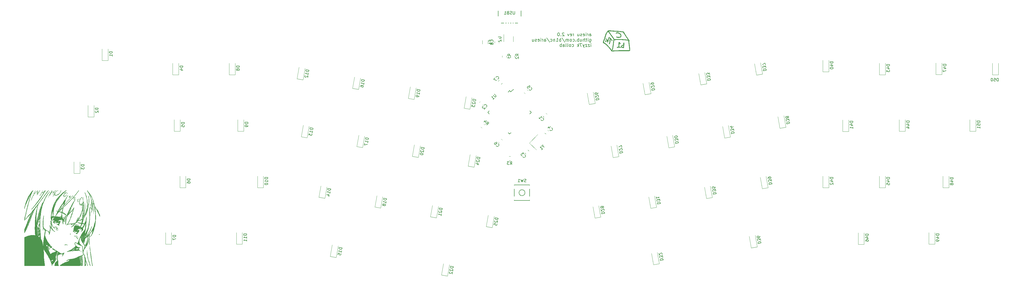
<source format=gbo>
G04 #@! TF.GenerationSoftware,KiCad,Pcbnew,(5.1.4)-1*
G04 #@! TF.CreationDate,2020-11-12T07:58:55-08:00*
G04 #@! TF.ProjectId,ariesuRev2,61726965-7375-4526-9576-322e6b696361,2*
G04 #@! TF.SameCoordinates,Original*
G04 #@! TF.FileFunction,Legend,Bot*
G04 #@! TF.FilePolarity,Positive*
%FSLAX46Y46*%
G04 Gerber Fmt 4.6, Leading zero omitted, Abs format (unit mm)*
G04 Created by KiCad (PCBNEW (5.1.4)-1) date 2020-11-12 07:58:55*
%MOMM*%
%LPD*%
G04 APERTURE LIST*
%ADD10C,0.150000*%
%ADD11C,0.010000*%
%ADD12C,0.120000*%
%ADD13C,4.089800*%
%ADD14C,3.150000*%
%ADD15C,1.852000*%
%ADD16C,2.352000*%
%ADD17C,1.002000*%
%ADD18C,0.100000*%
%ADD19R,1.902000X1.202000*%
%ADD20C,0.652000*%
%ADD21C,1.077000*%
%ADD22O,1.802000X2.802000*%
%ADD23R,0.602000X2.352000*%
%ADD24C,1.302000*%
%ADD25R,0.752000X1.162000*%
%ADD26C,1.352000*%
%ADD27R,1.302000X1.002000*%
G04 APERTURE END LIST*
D10*
X233412544Y-103771675D02*
X233412544Y-103199570D01*
X233464554Y-103095551D01*
X233568573Y-103043542D01*
X233776611Y-103043542D01*
X233880630Y-103095551D01*
X233412544Y-103719665D02*
X233516563Y-103771675D01*
X233776611Y-103771675D01*
X233880630Y-103719665D01*
X233932639Y-103615646D01*
X233932639Y-103511627D01*
X233880630Y-103407608D01*
X233776611Y-103355599D01*
X233516563Y-103355599D01*
X233412544Y-103303589D01*
X232892449Y-103771675D02*
X232892449Y-103043542D01*
X232892449Y-103251580D02*
X232840439Y-103147561D01*
X232788430Y-103095551D01*
X232684411Y-103043542D01*
X232580392Y-103043542D01*
X232216325Y-103771675D02*
X232216325Y-103043542D01*
X232216325Y-102679475D02*
X232268335Y-102731485D01*
X232216325Y-102783494D01*
X232164316Y-102731485D01*
X232216325Y-102679475D01*
X232216325Y-102783494D01*
X231280154Y-103719665D02*
X231384173Y-103771675D01*
X231592211Y-103771675D01*
X231696230Y-103719665D01*
X231748239Y-103615646D01*
X231748239Y-103199570D01*
X231696230Y-103095551D01*
X231592211Y-103043542D01*
X231384173Y-103043542D01*
X231280154Y-103095551D01*
X231228144Y-103199570D01*
X231228144Y-103303589D01*
X231748239Y-103407608D01*
X230812068Y-103719665D02*
X230708049Y-103771675D01*
X230500011Y-103771675D01*
X230395992Y-103719665D01*
X230343982Y-103615646D01*
X230343982Y-103563637D01*
X230395992Y-103459618D01*
X230500011Y-103407608D01*
X230656039Y-103407608D01*
X230760058Y-103355599D01*
X230812068Y-103251580D01*
X230812068Y-103199570D01*
X230760058Y-103095551D01*
X230656039Y-103043542D01*
X230500011Y-103043542D01*
X230395992Y-103095551D01*
X229407811Y-103043542D02*
X229407811Y-103771675D01*
X229875897Y-103043542D02*
X229875897Y-103615646D01*
X229823887Y-103719665D01*
X229719868Y-103771675D01*
X229563839Y-103771675D01*
X229459820Y-103719665D01*
X229407811Y-103667656D01*
X228055563Y-103771675D02*
X228055563Y-103043542D01*
X228055563Y-103251580D02*
X228003554Y-103147561D01*
X227951544Y-103095551D01*
X227847525Y-103043542D01*
X227743506Y-103043542D01*
X226963363Y-103719665D02*
X227067382Y-103771675D01*
X227275420Y-103771675D01*
X227379439Y-103719665D01*
X227431449Y-103615646D01*
X227431449Y-103199570D01*
X227379439Y-103095551D01*
X227275420Y-103043542D01*
X227067382Y-103043542D01*
X226963363Y-103095551D01*
X226911354Y-103199570D01*
X226911354Y-103303589D01*
X227431449Y-103407608D01*
X226547287Y-103043542D02*
X226287239Y-103771675D01*
X226027192Y-103043542D01*
X224830973Y-102783494D02*
X224778963Y-102731485D01*
X224674944Y-102679475D01*
X224414897Y-102679475D01*
X224310878Y-102731485D01*
X224258868Y-102783494D01*
X224206858Y-102887513D01*
X224206858Y-102991532D01*
X224258868Y-103147561D01*
X224882982Y-103771675D01*
X224206858Y-103771675D01*
X223738773Y-103667656D02*
X223686763Y-103719665D01*
X223738773Y-103771675D01*
X223790782Y-103719665D01*
X223738773Y-103667656D01*
X223738773Y-103771675D01*
X223010639Y-102679475D02*
X222906620Y-102679475D01*
X222802601Y-102731485D01*
X222750592Y-102783494D01*
X222698582Y-102887513D01*
X222646573Y-103095551D01*
X222646573Y-103355599D01*
X222698582Y-103563637D01*
X222750592Y-103667656D01*
X222802601Y-103719665D01*
X222906620Y-103771675D01*
X223010639Y-103771675D01*
X223114658Y-103719665D01*
X223166668Y-103667656D01*
X223218678Y-103563637D01*
X223270687Y-103355599D01*
X223270687Y-103095551D01*
X223218678Y-102887513D01*
X223166668Y-102783494D01*
X223114658Y-102731485D01*
X223010639Y-102679475D01*
X233412544Y-104831842D02*
X233412544Y-105716004D01*
X233464554Y-105820023D01*
X233516563Y-105872032D01*
X233620582Y-105924042D01*
X233776611Y-105924042D01*
X233880630Y-105872032D01*
X233412544Y-105507965D02*
X233516563Y-105559975D01*
X233724601Y-105559975D01*
X233828620Y-105507965D01*
X233880630Y-105455956D01*
X233932639Y-105351937D01*
X233932639Y-105039880D01*
X233880630Y-104935861D01*
X233828620Y-104883851D01*
X233724601Y-104831842D01*
X233516563Y-104831842D01*
X233412544Y-104883851D01*
X232892449Y-105559975D02*
X232892449Y-104831842D01*
X232892449Y-104467775D02*
X232944458Y-104519785D01*
X232892449Y-104571794D01*
X232840439Y-104519785D01*
X232892449Y-104467775D01*
X232892449Y-104571794D01*
X232528382Y-104831842D02*
X232112306Y-104831842D01*
X232372354Y-104467775D02*
X232372354Y-105403946D01*
X232320344Y-105507965D01*
X232216325Y-105559975D01*
X232112306Y-105559975D01*
X231748239Y-105559975D02*
X231748239Y-104467775D01*
X231280154Y-105559975D02*
X231280154Y-104987870D01*
X231332163Y-104883851D01*
X231436182Y-104831842D01*
X231592211Y-104831842D01*
X231696230Y-104883851D01*
X231748239Y-104935861D01*
X230291973Y-104831842D02*
X230291973Y-105559975D01*
X230760058Y-104831842D02*
X230760058Y-105403946D01*
X230708049Y-105507965D01*
X230604030Y-105559975D01*
X230448001Y-105559975D01*
X230343982Y-105507965D01*
X230291973Y-105455956D01*
X229771878Y-105559975D02*
X229771878Y-104467775D01*
X229771878Y-104883851D02*
X229667858Y-104831842D01*
X229459820Y-104831842D01*
X229355801Y-104883851D01*
X229303792Y-104935861D01*
X229251782Y-105039880D01*
X229251782Y-105351937D01*
X229303792Y-105455956D01*
X229355801Y-105507965D01*
X229459820Y-105559975D01*
X229667858Y-105559975D01*
X229771878Y-105507965D01*
X228783697Y-105455956D02*
X228731687Y-105507965D01*
X228783697Y-105559975D01*
X228835706Y-105507965D01*
X228783697Y-105455956D01*
X228783697Y-105559975D01*
X227795516Y-105507965D02*
X227899535Y-105559975D01*
X228107573Y-105559975D01*
X228211592Y-105507965D01*
X228263601Y-105455956D01*
X228315611Y-105351937D01*
X228315611Y-105039880D01*
X228263601Y-104935861D01*
X228211592Y-104883851D01*
X228107573Y-104831842D01*
X227899535Y-104831842D01*
X227795516Y-104883851D01*
X227171401Y-105559975D02*
X227275420Y-105507965D01*
X227327430Y-105455956D01*
X227379439Y-105351937D01*
X227379439Y-105039880D01*
X227327430Y-104935861D01*
X227275420Y-104883851D01*
X227171401Y-104831842D01*
X227015373Y-104831842D01*
X226911354Y-104883851D01*
X226859344Y-104935861D01*
X226807335Y-105039880D01*
X226807335Y-105351937D01*
X226859344Y-105455956D01*
X226911354Y-105507965D01*
X227015373Y-105559975D01*
X227171401Y-105559975D01*
X226339249Y-105559975D02*
X226339249Y-104831842D01*
X226339249Y-104935861D02*
X226287239Y-104883851D01*
X226183220Y-104831842D01*
X226027192Y-104831842D01*
X225923173Y-104883851D01*
X225871163Y-104987870D01*
X225871163Y-105559975D01*
X225871163Y-104987870D02*
X225819154Y-104883851D01*
X225715135Y-104831842D01*
X225559106Y-104831842D01*
X225455087Y-104883851D01*
X225403078Y-104987870D01*
X225403078Y-105559975D01*
X224102839Y-104415765D02*
X225039011Y-105820023D01*
X223738773Y-105559975D02*
X223738773Y-104467775D01*
X223738773Y-104883851D02*
X223634754Y-104831842D01*
X223426716Y-104831842D01*
X223322697Y-104883851D01*
X223270687Y-104935861D01*
X223218678Y-105039880D01*
X223218678Y-105351937D01*
X223270687Y-105455956D01*
X223322697Y-105507965D01*
X223426716Y-105559975D01*
X223634754Y-105559975D01*
X223738773Y-105507965D01*
X222178487Y-105559975D02*
X222802601Y-105559975D01*
X222490544Y-105559975D02*
X222490544Y-104467775D01*
X222594563Y-104623804D01*
X222698582Y-104727823D01*
X222802601Y-104779832D01*
X221710401Y-104831842D02*
X221710401Y-105559975D01*
X221710401Y-104935861D02*
X221658392Y-104883851D01*
X221554373Y-104831842D01*
X221398344Y-104831842D01*
X221294325Y-104883851D01*
X221242316Y-104987870D01*
X221242316Y-105559975D01*
X220254135Y-105507965D02*
X220358154Y-105559975D01*
X220566192Y-105559975D01*
X220670211Y-105507965D01*
X220722220Y-105455956D01*
X220774230Y-105351937D01*
X220774230Y-105039880D01*
X220722220Y-104935861D01*
X220670211Y-104883851D01*
X220566192Y-104831842D01*
X220358154Y-104831842D01*
X220254135Y-104883851D01*
X219005906Y-104415765D02*
X219942078Y-105820023D01*
X218173754Y-105559975D02*
X218173754Y-104987870D01*
X218225763Y-104883851D01*
X218329782Y-104831842D01*
X218537820Y-104831842D01*
X218641839Y-104883851D01*
X218173754Y-105507965D02*
X218277773Y-105559975D01*
X218537820Y-105559975D01*
X218641839Y-105507965D01*
X218693849Y-105403946D01*
X218693849Y-105299927D01*
X218641839Y-105195908D01*
X218537820Y-105143899D01*
X218277773Y-105143899D01*
X218173754Y-105091889D01*
X217653658Y-105559975D02*
X217653658Y-104831842D01*
X217653658Y-105039880D02*
X217601649Y-104935861D01*
X217549639Y-104883851D01*
X217445620Y-104831842D01*
X217341601Y-104831842D01*
X216977535Y-105559975D02*
X216977535Y-104831842D01*
X216977535Y-104467775D02*
X217029544Y-104519785D01*
X216977535Y-104571794D01*
X216925525Y-104519785D01*
X216977535Y-104467775D01*
X216977535Y-104571794D01*
X216041363Y-105507965D02*
X216145382Y-105559975D01*
X216353420Y-105559975D01*
X216457439Y-105507965D01*
X216509449Y-105403946D01*
X216509449Y-104987870D01*
X216457439Y-104883851D01*
X216353420Y-104831842D01*
X216145382Y-104831842D01*
X216041363Y-104883851D01*
X215989354Y-104987870D01*
X215989354Y-105091889D01*
X216509449Y-105195908D01*
X215573278Y-105507965D02*
X215469258Y-105559975D01*
X215261220Y-105559975D01*
X215157201Y-105507965D01*
X215105192Y-105403946D01*
X215105192Y-105351937D01*
X215157201Y-105247918D01*
X215261220Y-105195908D01*
X215417249Y-105195908D01*
X215521268Y-105143899D01*
X215573278Y-105039880D01*
X215573278Y-104987870D01*
X215521268Y-104883851D01*
X215417249Y-104831842D01*
X215261220Y-104831842D01*
X215157201Y-104883851D01*
X214169020Y-104831842D02*
X214169020Y-105559975D01*
X214637106Y-104831842D02*
X214637106Y-105403946D01*
X214585097Y-105507965D01*
X214481078Y-105559975D01*
X214325049Y-105559975D01*
X214221030Y-105507965D01*
X214169020Y-105455956D01*
X233880630Y-107348275D02*
X233880630Y-106620142D01*
X233880630Y-106256075D02*
X233932639Y-106308085D01*
X233880630Y-106360094D01*
X233828620Y-106308085D01*
X233880630Y-106256075D01*
X233880630Y-106360094D01*
X233464554Y-106620142D02*
X232892449Y-106620142D01*
X233464554Y-107348275D01*
X232892449Y-107348275D01*
X232580392Y-106620142D02*
X232008287Y-106620142D01*
X232580392Y-107348275D01*
X232008287Y-107348275D01*
X231696230Y-106620142D02*
X231436182Y-107348275D01*
X231176135Y-106620142D02*
X231436182Y-107348275D01*
X231540201Y-107608323D01*
X231592211Y-107660332D01*
X231696230Y-107712342D01*
X230864078Y-106256075D02*
X230135944Y-106256075D01*
X230604030Y-107348275D01*
X229719868Y-107348275D02*
X229719868Y-106256075D01*
X229615849Y-106932199D02*
X229303792Y-107348275D01*
X229303792Y-106620142D02*
X229719868Y-107036218D01*
X227535468Y-107296265D02*
X227639487Y-107348275D01*
X227847525Y-107348275D01*
X227951544Y-107296265D01*
X228003554Y-107244256D01*
X228055563Y-107140237D01*
X228055563Y-106828180D01*
X228003554Y-106724161D01*
X227951544Y-106672151D01*
X227847525Y-106620142D01*
X227639487Y-106620142D01*
X227535468Y-106672151D01*
X226911354Y-107348275D02*
X227015373Y-107296265D01*
X227067382Y-107244256D01*
X227119392Y-107140237D01*
X227119392Y-106828180D01*
X227067382Y-106724161D01*
X227015373Y-106672151D01*
X226911354Y-106620142D01*
X226755325Y-106620142D01*
X226651306Y-106672151D01*
X226599297Y-106724161D01*
X226547287Y-106828180D01*
X226547287Y-107140237D01*
X226599297Y-107244256D01*
X226651306Y-107296265D01*
X226755325Y-107348275D01*
X226911354Y-107348275D01*
X225923173Y-107348275D02*
X226027192Y-107296265D01*
X226079201Y-107192246D01*
X226079201Y-106256075D01*
X225351068Y-107348275D02*
X225455087Y-107296265D01*
X225507097Y-107192246D01*
X225507097Y-106256075D01*
X224466906Y-107348275D02*
X224466906Y-106776170D01*
X224518916Y-106672151D01*
X224622935Y-106620142D01*
X224830973Y-106620142D01*
X224934992Y-106672151D01*
X224466906Y-107296265D02*
X224570925Y-107348275D01*
X224830973Y-107348275D01*
X224934992Y-107296265D01*
X224987001Y-107192246D01*
X224987001Y-107088227D01*
X224934992Y-106984208D01*
X224830973Y-106932199D01*
X224570925Y-106932199D01*
X224466906Y-106880189D01*
X223946811Y-107348275D02*
X223946811Y-106256075D01*
X223946811Y-106672151D02*
X223842792Y-106620142D01*
X223634754Y-106620142D01*
X223530735Y-106672151D01*
X223478725Y-106724161D01*
X223426716Y-106828180D01*
X223426716Y-107140237D01*
X223478725Y-107244256D01*
X223530735Y-107296265D01*
X223634754Y-107348275D01*
X223842792Y-107348275D01*
X223946811Y-107296265D01*
D11*
G36*
X242619823Y-102567397D02*
G01*
X242588047Y-102568951D01*
X242561116Y-102571673D01*
X242536011Y-102575722D01*
X242509711Y-102581254D01*
X242505362Y-102582248D01*
X242455662Y-102594825D01*
X242417559Y-102607767D01*
X242385834Y-102623428D01*
X242355267Y-102644164D01*
X242338198Y-102657651D01*
X242299781Y-102695714D01*
X242274532Y-102735139D01*
X242262688Y-102773903D01*
X242264488Y-102809982D01*
X242280170Y-102841353D01*
X242309973Y-102865994D01*
X242313430Y-102867851D01*
X242343913Y-102876998D01*
X242375563Y-102872398D01*
X242410417Y-102853419D01*
X242440980Y-102828372D01*
X242465605Y-102807677D01*
X242490508Y-102791491D01*
X242518070Y-102779351D01*
X242550673Y-102770795D01*
X242590699Y-102765359D01*
X242640530Y-102762580D01*
X242702548Y-102761997D01*
X242776811Y-102763093D01*
X242845932Y-102765032D01*
X242900180Y-102767610D01*
X242941610Y-102770992D01*
X242972277Y-102775342D01*
X242992711Y-102780327D01*
X243122685Y-102824633D01*
X243240458Y-102870824D01*
X243344995Y-102918407D01*
X243435263Y-102966889D01*
X243510226Y-103015778D01*
X243545814Y-103043726D01*
X243573800Y-103068419D01*
X243598043Y-103092411D01*
X243621126Y-103118838D01*
X243645630Y-103150840D01*
X243674138Y-103191553D01*
X243703151Y-103234904D01*
X243738514Y-103289270D01*
X243765905Y-103333931D01*
X243787385Y-103372827D01*
X243805010Y-103409896D01*
X243820837Y-103449080D01*
X243833636Y-103484735D01*
X243842482Y-103518824D01*
X243850238Y-103564489D01*
X243856241Y-103616377D01*
X243859826Y-103669135D01*
X243860545Y-103701499D01*
X243859144Y-103743284D01*
X243853785Y-103777633D01*
X243842733Y-103813477D01*
X243834769Y-103834152D01*
X243815930Y-103874444D01*
X243793957Y-103911212D01*
X243776606Y-103933659D01*
X243755442Y-103957776D01*
X243737026Y-103980710D01*
X243729763Y-103990858D01*
X243709614Y-104009389D01*
X243674691Y-104027720D01*
X243627143Y-104045105D01*
X243569120Y-104060798D01*
X243502771Y-104074051D01*
X243479545Y-104077742D01*
X243428688Y-104084183D01*
X243368322Y-104089966D01*
X243301292Y-104094988D01*
X243230447Y-104099147D01*
X243158634Y-104102343D01*
X243088699Y-104104473D01*
X243023490Y-104105435D01*
X242965854Y-104105128D01*
X242918638Y-104103450D01*
X242884689Y-104100300D01*
X242878367Y-104099223D01*
X242843466Y-104090011D01*
X242798116Y-104074633D01*
X242746817Y-104054873D01*
X242694073Y-104032514D01*
X242644386Y-104009338D01*
X242620178Y-103996987D01*
X242589915Y-103982098D01*
X242565789Y-103974461D01*
X242539628Y-103972272D01*
X242512498Y-103973188D01*
X242466429Y-103979410D01*
X242432629Y-103993576D01*
X242407481Y-104017768D01*
X242392968Y-104042025D01*
X242384077Y-104061494D01*
X242381965Y-104075784D01*
X242386913Y-104092256D01*
X242395594Y-104110820D01*
X242417295Y-104141950D01*
X242449829Y-104165860D01*
X242495497Y-104184001D01*
X242522811Y-104191098D01*
X242555534Y-104198586D01*
X242588453Y-104206163D01*
X242594778Y-104207625D01*
X242618161Y-104214604D01*
X242651107Y-104226400D01*
X242687743Y-104240868D01*
X242700611Y-104246278D01*
X242742265Y-104263271D01*
X242780294Y-104276453D01*
X242817781Y-104286271D01*
X242857809Y-104293173D01*
X242903459Y-104297606D01*
X242957814Y-104300019D01*
X243023956Y-104300858D01*
X243075815Y-104300767D01*
X243132080Y-104300187D01*
X243183967Y-104299127D01*
X243228616Y-104297687D01*
X243263165Y-104295968D01*
X243284756Y-104294069D01*
X243289045Y-104293302D01*
X243311643Y-104289572D01*
X243343013Y-104286794D01*
X243365982Y-104285837D01*
X243446187Y-104280394D01*
X243532475Y-104267846D01*
X243618027Y-104249502D01*
X243696021Y-104226667D01*
X243719721Y-104218067D01*
X243751567Y-104204124D01*
X243785262Y-104186658D01*
X243817329Y-104167832D01*
X243844290Y-104149808D01*
X243862668Y-104134750D01*
X243869011Y-104125206D01*
X243874264Y-104116771D01*
X243888401Y-104098764D01*
X243908986Y-104074210D01*
X243923812Y-104057145D01*
X243951997Y-104023259D01*
X243973713Y-103991736D01*
X243992514Y-103956630D01*
X244011956Y-103911997D01*
X244014829Y-103904904D01*
X244051045Y-103814935D01*
X244050784Y-103696402D01*
X244048723Y-103606366D01*
X244042853Y-103531502D01*
X244032994Y-103470443D01*
X244018970Y-103421821D01*
X244013297Y-103408048D01*
X243999617Y-103375230D01*
X243986990Y-103341110D01*
X243982926Y-103328726D01*
X243971325Y-103300087D01*
X243954088Y-103267213D01*
X243942305Y-103248293D01*
X243912419Y-103203714D01*
X243879953Y-103154424D01*
X243841814Y-103095725D01*
X243839378Y-103091956D01*
X243795479Y-103028071D01*
X243754469Y-102976471D01*
X243717616Y-102938707D01*
X243706651Y-102929598D01*
X243679933Y-102908033D01*
X243648718Y-102881634D01*
X243626681Y-102862276D01*
X243598878Y-102841232D01*
X243558154Y-102815660D01*
X243507426Y-102787024D01*
X243449610Y-102756785D01*
X243387624Y-102726409D01*
X243324384Y-102697356D01*
X243262808Y-102671092D01*
X243205812Y-102649078D01*
X243191678Y-102644084D01*
X243128860Y-102622447D01*
X243078573Y-102605603D01*
X243037309Y-102592915D01*
X243001560Y-102583744D01*
X242967820Y-102577452D01*
X242932580Y-102573401D01*
X242892332Y-102570952D01*
X242843570Y-102569468D01*
X242782785Y-102568310D01*
X242774423Y-102568161D01*
X242709992Y-102567160D01*
X242659465Y-102566852D01*
X242619823Y-102567397D01*
X242619823Y-102567397D01*
G37*
X242619823Y-102567397D02*
X242588047Y-102568951D01*
X242561116Y-102571673D01*
X242536011Y-102575722D01*
X242509711Y-102581254D01*
X242505362Y-102582248D01*
X242455662Y-102594825D01*
X242417559Y-102607767D01*
X242385834Y-102623428D01*
X242355267Y-102644164D01*
X242338198Y-102657651D01*
X242299781Y-102695714D01*
X242274532Y-102735139D01*
X242262688Y-102773903D01*
X242264488Y-102809982D01*
X242280170Y-102841353D01*
X242309973Y-102865994D01*
X242313430Y-102867851D01*
X242343913Y-102876998D01*
X242375563Y-102872398D01*
X242410417Y-102853419D01*
X242440980Y-102828372D01*
X242465605Y-102807677D01*
X242490508Y-102791491D01*
X242518070Y-102779351D01*
X242550673Y-102770795D01*
X242590699Y-102765359D01*
X242640530Y-102762580D01*
X242702548Y-102761997D01*
X242776811Y-102763093D01*
X242845932Y-102765032D01*
X242900180Y-102767610D01*
X242941610Y-102770992D01*
X242972277Y-102775342D01*
X242992711Y-102780327D01*
X243122685Y-102824633D01*
X243240458Y-102870824D01*
X243344995Y-102918407D01*
X243435263Y-102966889D01*
X243510226Y-103015778D01*
X243545814Y-103043726D01*
X243573800Y-103068419D01*
X243598043Y-103092411D01*
X243621126Y-103118838D01*
X243645630Y-103150840D01*
X243674138Y-103191553D01*
X243703151Y-103234904D01*
X243738514Y-103289270D01*
X243765905Y-103333931D01*
X243787385Y-103372827D01*
X243805010Y-103409896D01*
X243820837Y-103449080D01*
X243833636Y-103484735D01*
X243842482Y-103518824D01*
X243850238Y-103564489D01*
X243856241Y-103616377D01*
X243859826Y-103669135D01*
X243860545Y-103701499D01*
X243859144Y-103743284D01*
X243853785Y-103777633D01*
X243842733Y-103813477D01*
X243834769Y-103834152D01*
X243815930Y-103874444D01*
X243793957Y-103911212D01*
X243776606Y-103933659D01*
X243755442Y-103957776D01*
X243737026Y-103980710D01*
X243729763Y-103990858D01*
X243709614Y-104009389D01*
X243674691Y-104027720D01*
X243627143Y-104045105D01*
X243569120Y-104060798D01*
X243502771Y-104074051D01*
X243479545Y-104077742D01*
X243428688Y-104084183D01*
X243368322Y-104089966D01*
X243301292Y-104094988D01*
X243230447Y-104099147D01*
X243158634Y-104102343D01*
X243088699Y-104104473D01*
X243023490Y-104105435D01*
X242965854Y-104105128D01*
X242918638Y-104103450D01*
X242884689Y-104100300D01*
X242878367Y-104099223D01*
X242843466Y-104090011D01*
X242798116Y-104074633D01*
X242746817Y-104054873D01*
X242694073Y-104032514D01*
X242644386Y-104009338D01*
X242620178Y-103996987D01*
X242589915Y-103982098D01*
X242565789Y-103974461D01*
X242539628Y-103972272D01*
X242512498Y-103973188D01*
X242466429Y-103979410D01*
X242432629Y-103993576D01*
X242407481Y-104017768D01*
X242392968Y-104042025D01*
X242384077Y-104061494D01*
X242381965Y-104075784D01*
X242386913Y-104092256D01*
X242395594Y-104110820D01*
X242417295Y-104141950D01*
X242449829Y-104165860D01*
X242495497Y-104184001D01*
X242522811Y-104191098D01*
X242555534Y-104198586D01*
X242588453Y-104206163D01*
X242594778Y-104207625D01*
X242618161Y-104214604D01*
X242651107Y-104226400D01*
X242687743Y-104240868D01*
X242700611Y-104246278D01*
X242742265Y-104263271D01*
X242780294Y-104276453D01*
X242817781Y-104286271D01*
X242857809Y-104293173D01*
X242903459Y-104297606D01*
X242957814Y-104300019D01*
X243023956Y-104300858D01*
X243075815Y-104300767D01*
X243132080Y-104300187D01*
X243183967Y-104299127D01*
X243228616Y-104297687D01*
X243263165Y-104295968D01*
X243284756Y-104294069D01*
X243289045Y-104293302D01*
X243311643Y-104289572D01*
X243343013Y-104286794D01*
X243365982Y-104285837D01*
X243446187Y-104280394D01*
X243532475Y-104267846D01*
X243618027Y-104249502D01*
X243696021Y-104226667D01*
X243719721Y-104218067D01*
X243751567Y-104204124D01*
X243785262Y-104186658D01*
X243817329Y-104167832D01*
X243844290Y-104149808D01*
X243862668Y-104134750D01*
X243869011Y-104125206D01*
X243874264Y-104116771D01*
X243888401Y-104098764D01*
X243908986Y-104074210D01*
X243923812Y-104057145D01*
X243951997Y-104023259D01*
X243973713Y-103991736D01*
X243992514Y-103956630D01*
X244011956Y-103911997D01*
X244014829Y-103904904D01*
X244051045Y-103814935D01*
X244050784Y-103696402D01*
X244048723Y-103606366D01*
X244042853Y-103531502D01*
X244032994Y-103470443D01*
X244018970Y-103421821D01*
X244013297Y-103408048D01*
X243999617Y-103375230D01*
X243986990Y-103341110D01*
X243982926Y-103328726D01*
X243971325Y-103300087D01*
X243954088Y-103267213D01*
X243942305Y-103248293D01*
X243912419Y-103203714D01*
X243879953Y-103154424D01*
X243841814Y-103095725D01*
X243839378Y-103091956D01*
X243795479Y-103028071D01*
X243754469Y-102976471D01*
X243717616Y-102938707D01*
X243706651Y-102929598D01*
X243679933Y-102908033D01*
X243648718Y-102881634D01*
X243626681Y-102862276D01*
X243598878Y-102841232D01*
X243558154Y-102815660D01*
X243507426Y-102787024D01*
X243449610Y-102756785D01*
X243387624Y-102726409D01*
X243324384Y-102697356D01*
X243262808Y-102671092D01*
X243205812Y-102649078D01*
X243191678Y-102644084D01*
X243128860Y-102622447D01*
X243078573Y-102605603D01*
X243037309Y-102592915D01*
X243001560Y-102583744D01*
X242967820Y-102577452D01*
X242932580Y-102573401D01*
X242892332Y-102570952D01*
X242843570Y-102569468D01*
X242782785Y-102568310D01*
X242774423Y-102568161D01*
X242709992Y-102567160D01*
X242659465Y-102566852D01*
X242619823Y-102567397D01*
G36*
X239971563Y-104105335D02*
G01*
X239931853Y-104120850D01*
X239900773Y-104145047D01*
X239883490Y-104164747D01*
X239875209Y-104183527D01*
X239872798Y-104209387D01*
X239872744Y-104216676D01*
X239871487Y-104243173D01*
X239866531Y-104266459D01*
X239856106Y-104290966D01*
X239838438Y-104321128D01*
X239819407Y-104350069D01*
X239802650Y-104380449D01*
X239782991Y-104425506D01*
X239761077Y-104483357D01*
X239737554Y-104552123D01*
X239713067Y-104629922D01*
X239688263Y-104714873D01*
X239665891Y-104797068D01*
X239650477Y-104853671D01*
X239633266Y-104913587D01*
X239615948Y-104971137D01*
X239600210Y-105020639D01*
X239593756Y-105039749D01*
X239580476Y-105079394D01*
X239569592Y-105114528D01*
X239562220Y-105141360D01*
X239559478Y-105156095D01*
X239559478Y-105156166D01*
X239555288Y-105171262D01*
X239543509Y-105172482D01*
X239525326Y-105160428D01*
X239501922Y-105135708D01*
X239490075Y-105120708D01*
X239469599Y-105096056D01*
X239438911Y-105062327D01*
X239400334Y-105021825D01*
X239356192Y-104976856D01*
X239308808Y-104929727D01*
X239260505Y-104882744D01*
X239213606Y-104838212D01*
X239170436Y-104798438D01*
X239133317Y-104765727D01*
X239127216Y-104760564D01*
X239090626Y-104731614D01*
X239049928Y-104702271D01*
X239008643Y-104674793D01*
X238970293Y-104651437D01*
X238938399Y-104634463D01*
X238918128Y-104626508D01*
X238886240Y-104625978D01*
X238854716Y-104637805D01*
X238827970Y-104658783D01*
X238810418Y-104685709D01*
X238805944Y-104707938D01*
X238809885Y-104737432D01*
X238823044Y-104764089D01*
X238847425Y-104790468D01*
X238885033Y-104819128D01*
X238901668Y-104830156D01*
X238948647Y-104862028D01*
X238995476Y-104897212D01*
X239044699Y-104937845D01*
X239098863Y-104986065D01*
X239160509Y-105044010D01*
X239189731Y-105072235D01*
X239246906Y-105129336D01*
X239291527Y-105177228D01*
X239323362Y-105215638D01*
X239342185Y-105244290D01*
X239347811Y-105261753D01*
X239345937Y-105273664D01*
X239344131Y-105275435D01*
X239334621Y-105277052D01*
X239313099Y-105281302D01*
X239284110Y-105287287D01*
X239282393Y-105287648D01*
X239255308Y-105292882D01*
X239215342Y-105300001D01*
X239166357Y-105308346D01*
X239112213Y-105317260D01*
X239059590Y-105325642D01*
X238952257Y-105342714D01*
X238861183Y-105357800D01*
X238785824Y-105371005D01*
X238725633Y-105382429D01*
X238680066Y-105392175D01*
X238648578Y-105400344D01*
X238634680Y-105405154D01*
X238606156Y-105423941D01*
X238583286Y-105451415D01*
X238570352Y-105481779D01*
X238568909Y-105494262D01*
X238576398Y-105525068D01*
X238596237Y-105554128D01*
X238624346Y-105575603D01*
X238626502Y-105576664D01*
X238635106Y-105580871D01*
X238642607Y-105584000D01*
X238651079Y-105585833D01*
X238662601Y-105586152D01*
X238679248Y-105584739D01*
X238703095Y-105581375D01*
X238736220Y-105575842D01*
X238780698Y-105567922D01*
X238838606Y-105557396D01*
X238877911Y-105550239D01*
X238925951Y-105541788D01*
X238984653Y-105531897D01*
X239047925Y-105521568D01*
X239109673Y-105511805D01*
X239136144Y-105507741D01*
X239191733Y-105498817D01*
X239248419Y-105488863D01*
X239301211Y-105478815D01*
X239345116Y-105469605D01*
X239364550Y-105465014D01*
X239400221Y-105456304D01*
X239430383Y-105449472D01*
X239450816Y-105445449D01*
X239456528Y-105444768D01*
X239462216Y-105446559D01*
X239464698Y-105453327D01*
X239463582Y-105467169D01*
X239458475Y-105490179D01*
X239448984Y-105524453D01*
X239434717Y-105572087D01*
X239429421Y-105589380D01*
X239408376Y-105662599D01*
X239394817Y-105722185D01*
X239388841Y-105769744D01*
X239390544Y-105806879D01*
X239400023Y-105835194D01*
X239417377Y-105856294D01*
X239442702Y-105871783D01*
X239446637Y-105873490D01*
X239472702Y-105882713D01*
X239492139Y-105883171D01*
X239513138Y-105874294D01*
X239523572Y-105868148D01*
X239556065Y-105839595D01*
X239577471Y-105802484D01*
X239584846Y-105763508D01*
X239588392Y-105732511D01*
X239598663Y-105687826D01*
X239615181Y-105631088D01*
X239637467Y-105563935D01*
X239665043Y-105488001D01*
X239666981Y-105482868D01*
X239685786Y-105430543D01*
X239703576Y-105376198D01*
X239719400Y-105323231D01*
X239732305Y-105275042D01*
X239741341Y-105235028D01*
X239745556Y-105206588D01*
X239745744Y-105201647D01*
X239748453Y-105185751D01*
X239755827Y-105157879D01*
X239766740Y-105121962D01*
X239780011Y-105082082D01*
X239793842Y-105040110D01*
X239810287Y-104986864D01*
X239827819Y-104927489D01*
X239844908Y-104867130D01*
X239855881Y-104826702D01*
X239883151Y-104727489D01*
X239908978Y-104640461D01*
X239933046Y-104566538D01*
X239955040Y-104506644D01*
X239974645Y-104461701D01*
X239989428Y-104435605D01*
X240003007Y-104413583D01*
X240021382Y-104380720D01*
X240042127Y-104341488D01*
X240062464Y-104301068D01*
X240082272Y-104259987D01*
X240095268Y-104230854D01*
X240102424Y-104210582D01*
X240104712Y-104196082D01*
X240103105Y-104184264D01*
X240101109Y-104178301D01*
X240079124Y-104140803D01*
X240048202Y-104115809D01*
X240011347Y-104103821D01*
X239971563Y-104105335D01*
X239971563Y-104105335D01*
G37*
X239971563Y-104105335D02*
X239931853Y-104120850D01*
X239900773Y-104145047D01*
X239883490Y-104164747D01*
X239875209Y-104183527D01*
X239872798Y-104209387D01*
X239872744Y-104216676D01*
X239871487Y-104243173D01*
X239866531Y-104266459D01*
X239856106Y-104290966D01*
X239838438Y-104321128D01*
X239819407Y-104350069D01*
X239802650Y-104380449D01*
X239782991Y-104425506D01*
X239761077Y-104483357D01*
X239737554Y-104552123D01*
X239713067Y-104629922D01*
X239688263Y-104714873D01*
X239665891Y-104797068D01*
X239650477Y-104853671D01*
X239633266Y-104913587D01*
X239615948Y-104971137D01*
X239600210Y-105020639D01*
X239593756Y-105039749D01*
X239580476Y-105079394D01*
X239569592Y-105114528D01*
X239562220Y-105141360D01*
X239559478Y-105156095D01*
X239559478Y-105156166D01*
X239555288Y-105171262D01*
X239543509Y-105172482D01*
X239525326Y-105160428D01*
X239501922Y-105135708D01*
X239490075Y-105120708D01*
X239469599Y-105096056D01*
X239438911Y-105062327D01*
X239400334Y-105021825D01*
X239356192Y-104976856D01*
X239308808Y-104929727D01*
X239260505Y-104882744D01*
X239213606Y-104838212D01*
X239170436Y-104798438D01*
X239133317Y-104765727D01*
X239127216Y-104760564D01*
X239090626Y-104731614D01*
X239049928Y-104702271D01*
X239008643Y-104674793D01*
X238970293Y-104651437D01*
X238938399Y-104634463D01*
X238918128Y-104626508D01*
X238886240Y-104625978D01*
X238854716Y-104637805D01*
X238827970Y-104658783D01*
X238810418Y-104685709D01*
X238805944Y-104707938D01*
X238809885Y-104737432D01*
X238823044Y-104764089D01*
X238847425Y-104790468D01*
X238885033Y-104819128D01*
X238901668Y-104830156D01*
X238948647Y-104862028D01*
X238995476Y-104897212D01*
X239044699Y-104937845D01*
X239098863Y-104986065D01*
X239160509Y-105044010D01*
X239189731Y-105072235D01*
X239246906Y-105129336D01*
X239291527Y-105177228D01*
X239323362Y-105215638D01*
X239342185Y-105244290D01*
X239347811Y-105261753D01*
X239345937Y-105273664D01*
X239344131Y-105275435D01*
X239334621Y-105277052D01*
X239313099Y-105281302D01*
X239284110Y-105287287D01*
X239282393Y-105287648D01*
X239255308Y-105292882D01*
X239215342Y-105300001D01*
X239166357Y-105308346D01*
X239112213Y-105317260D01*
X239059590Y-105325642D01*
X238952257Y-105342714D01*
X238861183Y-105357800D01*
X238785824Y-105371005D01*
X238725633Y-105382429D01*
X238680066Y-105392175D01*
X238648578Y-105400344D01*
X238634680Y-105405154D01*
X238606156Y-105423941D01*
X238583286Y-105451415D01*
X238570352Y-105481779D01*
X238568909Y-105494262D01*
X238576398Y-105525068D01*
X238596237Y-105554128D01*
X238624346Y-105575603D01*
X238626502Y-105576664D01*
X238635106Y-105580871D01*
X238642607Y-105584000D01*
X238651079Y-105585833D01*
X238662601Y-105586152D01*
X238679248Y-105584739D01*
X238703095Y-105581375D01*
X238736220Y-105575842D01*
X238780698Y-105567922D01*
X238838606Y-105557396D01*
X238877911Y-105550239D01*
X238925951Y-105541788D01*
X238984653Y-105531897D01*
X239047925Y-105521568D01*
X239109673Y-105511805D01*
X239136144Y-105507741D01*
X239191733Y-105498817D01*
X239248419Y-105488863D01*
X239301211Y-105478815D01*
X239345116Y-105469605D01*
X239364550Y-105465014D01*
X239400221Y-105456304D01*
X239430383Y-105449472D01*
X239450816Y-105445449D01*
X239456528Y-105444768D01*
X239462216Y-105446559D01*
X239464698Y-105453327D01*
X239463582Y-105467169D01*
X239458475Y-105490179D01*
X239448984Y-105524453D01*
X239434717Y-105572087D01*
X239429421Y-105589380D01*
X239408376Y-105662599D01*
X239394817Y-105722185D01*
X239388841Y-105769744D01*
X239390544Y-105806879D01*
X239400023Y-105835194D01*
X239417377Y-105856294D01*
X239442702Y-105871783D01*
X239446637Y-105873490D01*
X239472702Y-105882713D01*
X239492139Y-105883171D01*
X239513138Y-105874294D01*
X239523572Y-105868148D01*
X239556065Y-105839595D01*
X239577471Y-105802484D01*
X239584846Y-105763508D01*
X239588392Y-105732511D01*
X239598663Y-105687826D01*
X239615181Y-105631088D01*
X239637467Y-105563935D01*
X239665043Y-105488001D01*
X239666981Y-105482868D01*
X239685786Y-105430543D01*
X239703576Y-105376198D01*
X239719400Y-105323231D01*
X239732305Y-105275042D01*
X239741341Y-105235028D01*
X239745556Y-105206588D01*
X239745744Y-105201647D01*
X239748453Y-105185751D01*
X239755827Y-105157879D01*
X239766740Y-105121962D01*
X239780011Y-105082082D01*
X239793842Y-105040110D01*
X239810287Y-104986864D01*
X239827819Y-104927489D01*
X239844908Y-104867130D01*
X239855881Y-104826702D01*
X239883151Y-104727489D01*
X239908978Y-104640461D01*
X239933046Y-104566538D01*
X239955040Y-104506644D01*
X239974645Y-104461701D01*
X239989428Y-104435605D01*
X240003007Y-104413583D01*
X240021382Y-104380720D01*
X240042127Y-104341488D01*
X240062464Y-104301068D01*
X240082272Y-104259987D01*
X240095268Y-104230854D01*
X240102424Y-104210582D01*
X240104712Y-104196082D01*
X240103105Y-104184264D01*
X240101109Y-104178301D01*
X240079124Y-104140803D01*
X240048202Y-104115809D01*
X240011347Y-104103821D01*
X239971563Y-104105335D01*
G36*
X240311325Y-104388304D02*
G01*
X240281703Y-104413983D01*
X240256980Y-104454720D01*
X240245076Y-104486448D01*
X240229762Y-104546416D01*
X240215794Y-104622420D01*
X240203263Y-104713611D01*
X240192256Y-104819138D01*
X240182864Y-104938151D01*
X240175175Y-105069801D01*
X240169464Y-105207702D01*
X240164918Y-105327639D01*
X240159920Y-105431733D01*
X240154386Y-105521069D01*
X240148230Y-105596732D01*
X240141369Y-105659808D01*
X240133716Y-105711382D01*
X240127871Y-105741102D01*
X240098602Y-105867159D01*
X240070548Y-105976366D01*
X240043710Y-106068714D01*
X240018092Y-106144193D01*
X239993696Y-106202794D01*
X239990489Y-106209426D01*
X239963870Y-106273765D01*
X239951771Y-106329544D01*
X239954193Y-106376917D01*
X239971137Y-106416040D01*
X239992493Y-106439325D01*
X240025581Y-106457253D01*
X240061685Y-106458874D01*
X240098255Y-106444520D01*
X240119788Y-106424448D01*
X240141182Y-106392929D01*
X240159582Y-106355232D01*
X240172135Y-106316625D01*
X240174686Y-106303429D01*
X240179290Y-106282436D01*
X240188112Y-106249896D01*
X240199876Y-106210279D01*
X240213107Y-106168669D01*
X240228239Y-106120437D01*
X240243182Y-106068986D01*
X240255989Y-106021216D01*
X240263262Y-105990869D01*
X240273151Y-105948419D01*
X240284324Y-105904385D01*
X240294691Y-105866922D01*
X240296732Y-105860123D01*
X240308926Y-105816121D01*
X240319572Y-105767926D01*
X240328837Y-105713903D01*
X240336889Y-105652415D01*
X240343894Y-105581826D01*
X240350020Y-105500500D01*
X240355435Y-105406801D01*
X240360304Y-105299094D01*
X240363861Y-105203468D01*
X240366519Y-105128275D01*
X240368910Y-105066839D01*
X240371244Y-105015992D01*
X240373732Y-104972567D01*
X240376583Y-104933394D01*
X240380008Y-104895304D01*
X240384217Y-104855129D01*
X240389420Y-104809701D01*
X240390707Y-104798783D01*
X240395479Y-104760817D01*
X240399600Y-104736748D01*
X240404070Y-104723620D01*
X240409892Y-104718478D01*
X240417962Y-104718349D01*
X240431625Y-104727031D01*
X240452344Y-104749493D01*
X240479135Y-104784614D01*
X240491330Y-104801953D01*
X240523584Y-104847242D01*
X240566363Y-104904884D01*
X240619239Y-104974319D01*
X240681783Y-105054985D01*
X240753567Y-105146322D01*
X240776724Y-105175575D01*
X240797308Y-105202654D01*
X240822152Y-105236935D01*
X240846227Y-105271463D01*
X240848539Y-105274870D01*
X240878248Y-105315367D01*
X240904176Y-105342237D01*
X240928943Y-105357530D01*
X240955166Y-105363295D01*
X240961756Y-105363488D01*
X240996081Y-105355962D01*
X241024320Y-105335961D01*
X241043663Y-105307348D01*
X241051304Y-105273990D01*
X241046991Y-105246158D01*
X241036790Y-105224575D01*
X241018677Y-105193371D01*
X240995147Y-105156280D01*
X240968699Y-105117038D01*
X240941827Y-105079381D01*
X240917028Y-105047044D01*
X240902252Y-105029587D01*
X240881962Y-105005843D01*
X240853959Y-104971316D01*
X240820479Y-104928923D01*
X240783760Y-104881580D01*
X240746041Y-104832206D01*
X240709559Y-104783716D01*
X240676551Y-104739028D01*
X240649255Y-104701060D01*
X240639553Y-104687121D01*
X240614390Y-104652163D01*
X240583142Y-104611220D01*
X240550963Y-104570972D01*
X240536977Y-104554189D01*
X240508615Y-104520085D01*
X240480944Y-104485708D01*
X240457974Y-104456086D01*
X240448159Y-104442750D01*
X240414265Y-104404904D01*
X240379139Y-104383434D01*
X240344315Y-104378010D01*
X240311325Y-104388304D01*
X240311325Y-104388304D01*
G37*
X240311325Y-104388304D02*
X240281703Y-104413983D01*
X240256980Y-104454720D01*
X240245076Y-104486448D01*
X240229762Y-104546416D01*
X240215794Y-104622420D01*
X240203263Y-104713611D01*
X240192256Y-104819138D01*
X240182864Y-104938151D01*
X240175175Y-105069801D01*
X240169464Y-105207702D01*
X240164918Y-105327639D01*
X240159920Y-105431733D01*
X240154386Y-105521069D01*
X240148230Y-105596732D01*
X240141369Y-105659808D01*
X240133716Y-105711382D01*
X240127871Y-105741102D01*
X240098602Y-105867159D01*
X240070548Y-105976366D01*
X240043710Y-106068714D01*
X240018092Y-106144193D01*
X239993696Y-106202794D01*
X239990489Y-106209426D01*
X239963870Y-106273765D01*
X239951771Y-106329544D01*
X239954193Y-106376917D01*
X239971137Y-106416040D01*
X239992493Y-106439325D01*
X240025581Y-106457253D01*
X240061685Y-106458874D01*
X240098255Y-106444520D01*
X240119788Y-106424448D01*
X240141182Y-106392929D01*
X240159582Y-106355232D01*
X240172135Y-106316625D01*
X240174686Y-106303429D01*
X240179290Y-106282436D01*
X240188112Y-106249896D01*
X240199876Y-106210279D01*
X240213107Y-106168669D01*
X240228239Y-106120437D01*
X240243182Y-106068986D01*
X240255989Y-106021216D01*
X240263262Y-105990869D01*
X240273151Y-105948419D01*
X240284324Y-105904385D01*
X240294691Y-105866922D01*
X240296732Y-105860123D01*
X240308926Y-105816121D01*
X240319572Y-105767926D01*
X240328837Y-105713903D01*
X240336889Y-105652415D01*
X240343894Y-105581826D01*
X240350020Y-105500500D01*
X240355435Y-105406801D01*
X240360304Y-105299094D01*
X240363861Y-105203468D01*
X240366519Y-105128275D01*
X240368910Y-105066839D01*
X240371244Y-105015992D01*
X240373732Y-104972567D01*
X240376583Y-104933394D01*
X240380008Y-104895304D01*
X240384217Y-104855129D01*
X240389420Y-104809701D01*
X240390707Y-104798783D01*
X240395479Y-104760817D01*
X240399600Y-104736748D01*
X240404070Y-104723620D01*
X240409892Y-104718478D01*
X240417962Y-104718349D01*
X240431625Y-104727031D01*
X240452344Y-104749493D01*
X240479135Y-104784614D01*
X240491330Y-104801953D01*
X240523584Y-104847242D01*
X240566363Y-104904884D01*
X240619239Y-104974319D01*
X240681783Y-105054985D01*
X240753567Y-105146322D01*
X240776724Y-105175575D01*
X240797308Y-105202654D01*
X240822152Y-105236935D01*
X240846227Y-105271463D01*
X240848539Y-105274870D01*
X240878248Y-105315367D01*
X240904176Y-105342237D01*
X240928943Y-105357530D01*
X240955166Y-105363295D01*
X240961756Y-105363488D01*
X240996081Y-105355962D01*
X241024320Y-105335961D01*
X241043663Y-105307348D01*
X241051304Y-105273990D01*
X241046991Y-105246158D01*
X241036790Y-105224575D01*
X241018677Y-105193371D01*
X240995147Y-105156280D01*
X240968699Y-105117038D01*
X240941827Y-105079381D01*
X240917028Y-105047044D01*
X240902252Y-105029587D01*
X240881962Y-105005843D01*
X240853959Y-104971316D01*
X240820479Y-104928923D01*
X240783760Y-104881580D01*
X240746041Y-104832206D01*
X240709559Y-104783716D01*
X240676551Y-104739028D01*
X240649255Y-104701060D01*
X240639553Y-104687121D01*
X240614390Y-104652163D01*
X240583142Y-104611220D01*
X240550963Y-104570972D01*
X240536977Y-104554189D01*
X240508615Y-104520085D01*
X240480944Y-104485708D01*
X240457974Y-104456086D01*
X240448159Y-104442750D01*
X240414265Y-104404904D01*
X240379139Y-104383434D01*
X240344315Y-104378010D01*
X240311325Y-104388304D01*
G36*
X243253093Y-105865452D02*
G01*
X243223512Y-105893557D01*
X243219312Y-105899582D01*
X243216082Y-105905591D01*
X243213311Y-105913912D01*
X243210946Y-105925901D01*
X243208930Y-105942917D01*
X243207208Y-105966318D01*
X243205725Y-105997461D01*
X243204426Y-106037705D01*
X243203255Y-106088406D01*
X243202157Y-106150924D01*
X243201076Y-106226615D01*
X243199957Y-106316839D01*
X243199037Y-106396880D01*
X243197866Y-106488029D01*
X243196453Y-106576509D01*
X243194848Y-106660425D01*
X243193097Y-106737882D01*
X243191251Y-106806983D01*
X243189358Y-106865832D01*
X243187466Y-106912535D01*
X243185624Y-106945194D01*
X243184695Y-106956069D01*
X243176701Y-107029553D01*
X243169829Y-107088515D01*
X243163745Y-107135303D01*
X243158115Y-107172264D01*
X243152604Y-107201746D01*
X243146878Y-107226097D01*
X243145491Y-107231235D01*
X243134127Y-107291180D01*
X243135028Y-107342977D01*
X243147933Y-107385326D01*
X243172578Y-107416924D01*
X243184818Y-107425751D01*
X243217901Y-107440211D01*
X243247907Y-107439539D01*
X243278782Y-107423393D01*
X243287173Y-107416838D01*
X243309401Y-107396790D01*
X243324500Y-107377267D01*
X243334285Y-107353914D01*
X243340576Y-107322378D01*
X243345191Y-107278305D01*
X243345233Y-107277802D01*
X243349579Y-107231293D01*
X243355038Y-107179767D01*
X243360500Y-107133642D01*
X243361016Y-107129635D01*
X243367405Y-107078656D01*
X243372776Y-107030954D01*
X243377235Y-106984312D01*
X243380891Y-106936514D01*
X243383849Y-106885344D01*
X243386218Y-106828585D01*
X243388105Y-106764021D01*
X243389618Y-106689436D01*
X243390862Y-106602612D01*
X243391947Y-106501334D01*
X243392070Y-106488285D01*
X243393074Y-106390937D01*
X243394146Y-106309411D01*
X243395327Y-106242596D01*
X243396654Y-106189383D01*
X243398168Y-106148661D01*
X243399907Y-106119318D01*
X243401910Y-106100245D01*
X243404216Y-106090330D01*
X243406163Y-106088235D01*
X243417752Y-106094552D01*
X243438718Y-106112578D01*
X243467703Y-106140930D01*
X243503346Y-106178223D01*
X243544288Y-106223071D01*
X243589171Y-106274092D01*
X243593181Y-106278735D01*
X243631071Y-106321638D01*
X243660990Y-106352699D01*
X243685110Y-106373632D01*
X243705608Y-106386154D01*
X243724656Y-106391979D01*
X243738011Y-106392991D01*
X243770758Y-106385234D01*
X243798635Y-106364307D01*
X243818339Y-106333896D01*
X243826569Y-106297690D01*
X243826634Y-106293972D01*
X243825598Y-106280818D01*
X243821825Y-106266948D01*
X243814251Y-106250985D01*
X243801807Y-106231550D01*
X243783429Y-106207267D01*
X243758048Y-106176756D01*
X243724600Y-106138640D01*
X243682016Y-106091542D01*
X243629232Y-106034082D01*
X243606159Y-106009117D01*
X243578905Y-105979281D01*
X243554983Y-105952400D01*
X243537371Y-105931858D01*
X243529959Y-105922459D01*
X243501964Y-105893775D01*
X243467590Y-105880108D01*
X243428259Y-105880067D01*
X243399547Y-105882297D01*
X243379450Y-105878602D01*
X243360295Y-105867592D01*
X243324895Y-105851696D01*
X243288024Y-105851241D01*
X243253093Y-105865452D01*
X243253093Y-105865452D01*
G37*
X243253093Y-105865452D02*
X243223512Y-105893557D01*
X243219312Y-105899582D01*
X243216082Y-105905591D01*
X243213311Y-105913912D01*
X243210946Y-105925901D01*
X243208930Y-105942917D01*
X243207208Y-105966318D01*
X243205725Y-105997461D01*
X243204426Y-106037705D01*
X243203255Y-106088406D01*
X243202157Y-106150924D01*
X243201076Y-106226615D01*
X243199957Y-106316839D01*
X243199037Y-106396880D01*
X243197866Y-106488029D01*
X243196453Y-106576509D01*
X243194848Y-106660425D01*
X243193097Y-106737882D01*
X243191251Y-106806983D01*
X243189358Y-106865832D01*
X243187466Y-106912535D01*
X243185624Y-106945194D01*
X243184695Y-106956069D01*
X243176701Y-107029553D01*
X243169829Y-107088515D01*
X243163745Y-107135303D01*
X243158115Y-107172264D01*
X243152604Y-107201746D01*
X243146878Y-107226097D01*
X243145491Y-107231235D01*
X243134127Y-107291180D01*
X243135028Y-107342977D01*
X243147933Y-107385326D01*
X243172578Y-107416924D01*
X243184818Y-107425751D01*
X243217901Y-107440211D01*
X243247907Y-107439539D01*
X243278782Y-107423393D01*
X243287173Y-107416838D01*
X243309401Y-107396790D01*
X243324500Y-107377267D01*
X243334285Y-107353914D01*
X243340576Y-107322378D01*
X243345191Y-107278305D01*
X243345233Y-107277802D01*
X243349579Y-107231293D01*
X243355038Y-107179767D01*
X243360500Y-107133642D01*
X243361016Y-107129635D01*
X243367405Y-107078656D01*
X243372776Y-107030954D01*
X243377235Y-106984312D01*
X243380891Y-106936514D01*
X243383849Y-106885344D01*
X243386218Y-106828585D01*
X243388105Y-106764021D01*
X243389618Y-106689436D01*
X243390862Y-106602612D01*
X243391947Y-106501334D01*
X243392070Y-106488285D01*
X243393074Y-106390937D01*
X243394146Y-106309411D01*
X243395327Y-106242596D01*
X243396654Y-106189383D01*
X243398168Y-106148661D01*
X243399907Y-106119318D01*
X243401910Y-106100245D01*
X243404216Y-106090330D01*
X243406163Y-106088235D01*
X243417752Y-106094552D01*
X243438718Y-106112578D01*
X243467703Y-106140930D01*
X243503346Y-106178223D01*
X243544288Y-106223071D01*
X243589171Y-106274092D01*
X243593181Y-106278735D01*
X243631071Y-106321638D01*
X243660990Y-106352699D01*
X243685110Y-106373632D01*
X243705608Y-106386154D01*
X243724656Y-106391979D01*
X243738011Y-106392991D01*
X243770758Y-106385234D01*
X243798635Y-106364307D01*
X243818339Y-106333896D01*
X243826569Y-106297690D01*
X243826634Y-106293972D01*
X243825598Y-106280818D01*
X243821825Y-106266948D01*
X243814251Y-106250985D01*
X243801807Y-106231550D01*
X243783429Y-106207267D01*
X243758048Y-106176756D01*
X243724600Y-106138640D01*
X243682016Y-106091542D01*
X243629232Y-106034082D01*
X243606159Y-106009117D01*
X243578905Y-105979281D01*
X243554983Y-105952400D01*
X243537371Y-105931858D01*
X243529959Y-105922459D01*
X243501964Y-105893775D01*
X243467590Y-105880108D01*
X243428259Y-105880067D01*
X243399547Y-105882297D01*
X243379450Y-105878602D01*
X243360295Y-105867592D01*
X243324895Y-105851696D01*
X243288024Y-105851241D01*
X243253093Y-105865452D01*
G36*
X243498631Y-107458729D02*
G01*
X243416552Y-107459450D01*
X243338220Y-107460433D01*
X243265563Y-107461633D01*
X243200507Y-107463006D01*
X243144981Y-107464506D01*
X243100913Y-107466088D01*
X243070231Y-107467708D01*
X243056211Y-107469064D01*
X243024507Y-107472767D01*
X242984011Y-107475488D01*
X242942859Y-107476700D01*
X242938117Y-107476719D01*
X242887428Y-107478373D01*
X242827905Y-107482790D01*
X242767283Y-107489244D01*
X242713299Y-107497008D01*
X242703380Y-107498765D01*
X242675210Y-107511190D01*
X242649414Y-107534486D01*
X242631641Y-107562908D01*
X242627813Y-107575587D01*
X242628353Y-107612723D01*
X242642900Y-107644913D01*
X242668858Y-107670536D01*
X242703631Y-107687972D01*
X242744623Y-107695600D01*
X242789237Y-107691801D01*
X242806445Y-107687075D01*
X242830183Y-107681785D01*
X242868107Y-107676957D01*
X242920595Y-107672574D01*
X242988025Y-107668617D01*
X243070777Y-107665067D01*
X243169228Y-107661908D01*
X243283758Y-107659120D01*
X243414745Y-107656686D01*
X243449911Y-107656134D01*
X243541472Y-107654715D01*
X243617694Y-107653431D01*
X243680172Y-107652191D01*
X243730499Y-107650907D01*
X243770268Y-107649489D01*
X243801073Y-107647846D01*
X243824508Y-107645891D01*
X243842167Y-107643532D01*
X243855642Y-107640680D01*
X243866528Y-107637246D01*
X243876418Y-107633140D01*
X243878880Y-107632018D01*
X243916314Y-107608232D01*
X243939924Y-107579081D01*
X243949045Y-107546888D01*
X243943011Y-107513978D01*
X243921541Y-107483057D01*
X243894483Y-107456000D01*
X243498631Y-107458729D01*
X243498631Y-107458729D01*
G37*
X243498631Y-107458729D02*
X243416552Y-107459450D01*
X243338220Y-107460433D01*
X243265563Y-107461633D01*
X243200507Y-107463006D01*
X243144981Y-107464506D01*
X243100913Y-107466088D01*
X243070231Y-107467708D01*
X243056211Y-107469064D01*
X243024507Y-107472767D01*
X242984011Y-107475488D01*
X242942859Y-107476700D01*
X242938117Y-107476719D01*
X242887428Y-107478373D01*
X242827905Y-107482790D01*
X242767283Y-107489244D01*
X242713299Y-107497008D01*
X242703380Y-107498765D01*
X242675210Y-107511190D01*
X242649414Y-107534486D01*
X242631641Y-107562908D01*
X242627813Y-107575587D01*
X242628353Y-107612723D01*
X242642900Y-107644913D01*
X242668858Y-107670536D01*
X242703631Y-107687972D01*
X242744623Y-107695600D01*
X242789237Y-107691801D01*
X242806445Y-107687075D01*
X242830183Y-107681785D01*
X242868107Y-107676957D01*
X242920595Y-107672574D01*
X242988025Y-107668617D01*
X243070777Y-107665067D01*
X243169228Y-107661908D01*
X243283758Y-107659120D01*
X243414745Y-107656686D01*
X243449911Y-107656134D01*
X243541472Y-107654715D01*
X243617694Y-107653431D01*
X243680172Y-107652191D01*
X243730499Y-107650907D01*
X243770268Y-107649489D01*
X243801073Y-107647846D01*
X243824508Y-107645891D01*
X243842167Y-107643532D01*
X243855642Y-107640680D01*
X243866528Y-107637246D01*
X243876418Y-107633140D01*
X243878880Y-107632018D01*
X243916314Y-107608232D01*
X243939924Y-107579081D01*
X243949045Y-107546888D01*
X243943011Y-107513978D01*
X243921541Y-107483057D01*
X243894483Y-107456000D01*
X243498631Y-107458729D01*
G36*
X244889550Y-105994467D02*
G01*
X244857796Y-106015907D01*
X244833889Y-106047875D01*
X244820326Y-106087289D01*
X244818466Y-106120277D01*
X244819872Y-106151269D01*
X244820907Y-106193665D01*
X244821592Y-106245240D01*
X244821947Y-106303769D01*
X244821993Y-106367029D01*
X244821750Y-106432795D01*
X244821239Y-106498844D01*
X244820480Y-106562950D01*
X244819494Y-106622890D01*
X244818301Y-106676440D01*
X244816922Y-106721375D01*
X244815378Y-106755471D01*
X244813688Y-106776504D01*
X244812357Y-106782351D01*
X244800467Y-106786458D01*
X244777575Y-106784127D01*
X244753428Y-106778533D01*
X244674073Y-106766098D01*
X244589193Y-106767914D01*
X244501762Y-106783586D01*
X244414757Y-106812720D01*
X244381244Y-106827811D01*
X244292648Y-106877030D01*
X244220144Y-106930996D01*
X244163514Y-106989899D01*
X244123232Y-107052549D01*
X244107099Y-107091791D01*
X244091689Y-107141886D01*
X244078422Y-107196767D01*
X244068714Y-107250370D01*
X244063984Y-107296627D01*
X244063745Y-107307013D01*
X244066272Y-107352587D01*
X244075036Y-107392613D01*
X244091810Y-107431392D01*
X244118367Y-107473229D01*
X244148359Y-107512430D01*
X244188425Y-107558735D01*
X244228649Y-107596957D01*
X244272211Y-107629075D01*
X244322291Y-107657067D01*
X244382069Y-107682911D01*
X244454725Y-107708584D01*
X244473395Y-107714611D01*
X244528498Y-107731742D01*
X244571071Y-107743618D01*
X244604535Y-107750672D01*
X244632311Y-107753335D01*
X244657819Y-107752038D01*
X244684481Y-107747213D01*
X244700634Y-107743274D01*
X244720433Y-107742141D01*
X244740047Y-107751670D01*
X244749967Y-107759458D01*
X244783426Y-107777723D01*
X244819370Y-107779902D01*
X244852221Y-107767313D01*
X244873307Y-107749345D01*
X244888148Y-107730344D01*
X244897542Y-107709015D01*
X244907646Y-107677576D01*
X244917349Y-107640818D01*
X244925541Y-107603537D01*
X244931114Y-107570524D01*
X244932957Y-107546573D01*
X244932244Y-107539907D01*
X244930158Y-107519407D01*
X244930075Y-107485258D01*
X244931746Y-107440590D01*
X244934921Y-107388537D01*
X244939353Y-107332231D01*
X244944793Y-107274805D01*
X244950991Y-107219391D01*
X244957699Y-107169121D01*
X244964668Y-107127130D01*
X244965276Y-107123987D01*
X244980923Y-107036930D01*
X244984753Y-107010531D01*
X244788806Y-107010531D01*
X244785726Y-107034622D01*
X244780103Y-107065529D01*
X244779014Y-107070764D01*
X244768077Y-107128570D01*
X244758200Y-107192165D01*
X244750019Y-107256394D01*
X244744165Y-107316102D01*
X244741274Y-107366136D01*
X244741078Y-107379425D01*
X244739556Y-107419867D01*
X244735429Y-107461821D01*
X244729349Y-107501894D01*
X244721973Y-107536691D01*
X244713955Y-107562817D01*
X244705950Y-107576877D01*
X244702703Y-107578369D01*
X244692228Y-107576568D01*
X244671176Y-107571993D01*
X244658044Y-107568940D01*
X244609113Y-107556173D01*
X244556624Y-107540527D01*
X244504192Y-107523276D01*
X244455431Y-107505696D01*
X244413956Y-107489061D01*
X244383383Y-107474645D01*
X244372914Y-107468396D01*
X244347343Y-107447683D01*
X244318681Y-107419852D01*
X244296882Y-107395362D01*
X244276346Y-107368864D01*
X244264786Y-107348907D01*
X244259708Y-107329572D01*
X244258622Y-107304942D01*
X244258623Y-107304542D01*
X244261219Y-107271944D01*
X244267916Y-107231575D01*
X244277338Y-107189531D01*
X244288114Y-107151911D01*
X244298869Y-107124811D01*
X244299296Y-107123999D01*
X244318245Y-107099354D01*
X244349295Y-107071022D01*
X244388886Y-107041756D01*
X244433460Y-107014310D01*
X244457487Y-107001640D01*
X244492996Y-106984874D01*
X244521677Y-106974227D01*
X244550378Y-106967918D01*
X244585944Y-106964168D01*
X244607007Y-106962782D01*
X244651959Y-106961057D01*
X244686184Y-106962449D01*
X244715684Y-106967441D01*
X244736434Y-106973244D01*
X244762916Y-106982878D01*
X244782021Y-106992271D01*
X244788698Y-106998094D01*
X244788806Y-107010531D01*
X244984753Y-107010531D01*
X244993614Y-106949462D01*
X245003528Y-106859015D01*
X245010844Y-106763024D01*
X245015741Y-106658923D01*
X245018401Y-106544144D01*
X245019002Y-106416122D01*
X245018706Y-106360627D01*
X245016244Y-106044585D01*
X244984619Y-106015610D01*
X244954758Y-105993869D01*
X244927593Y-105986643D01*
X244926659Y-105986635D01*
X244889550Y-105994467D01*
X244889550Y-105994467D01*
G37*
X244889550Y-105994467D02*
X244857796Y-106015907D01*
X244833889Y-106047875D01*
X244820326Y-106087289D01*
X244818466Y-106120277D01*
X244819872Y-106151269D01*
X244820907Y-106193665D01*
X244821592Y-106245240D01*
X244821947Y-106303769D01*
X244821993Y-106367029D01*
X244821750Y-106432795D01*
X244821239Y-106498844D01*
X244820480Y-106562950D01*
X244819494Y-106622890D01*
X244818301Y-106676440D01*
X244816922Y-106721375D01*
X244815378Y-106755471D01*
X244813688Y-106776504D01*
X244812357Y-106782351D01*
X244800467Y-106786458D01*
X244777575Y-106784127D01*
X244753428Y-106778533D01*
X244674073Y-106766098D01*
X244589193Y-106767914D01*
X244501762Y-106783586D01*
X244414757Y-106812720D01*
X244381244Y-106827811D01*
X244292648Y-106877030D01*
X244220144Y-106930996D01*
X244163514Y-106989899D01*
X244123232Y-107052549D01*
X244107099Y-107091791D01*
X244091689Y-107141886D01*
X244078422Y-107196767D01*
X244068714Y-107250370D01*
X244063984Y-107296627D01*
X244063745Y-107307013D01*
X244066272Y-107352587D01*
X244075036Y-107392613D01*
X244091810Y-107431392D01*
X244118367Y-107473229D01*
X244148359Y-107512430D01*
X244188425Y-107558735D01*
X244228649Y-107596957D01*
X244272211Y-107629075D01*
X244322291Y-107657067D01*
X244382069Y-107682911D01*
X244454725Y-107708584D01*
X244473395Y-107714611D01*
X244528498Y-107731742D01*
X244571071Y-107743618D01*
X244604535Y-107750672D01*
X244632311Y-107753335D01*
X244657819Y-107752038D01*
X244684481Y-107747213D01*
X244700634Y-107743274D01*
X244720433Y-107742141D01*
X244740047Y-107751670D01*
X244749967Y-107759458D01*
X244783426Y-107777723D01*
X244819370Y-107779902D01*
X244852221Y-107767313D01*
X244873307Y-107749345D01*
X244888148Y-107730344D01*
X244897542Y-107709015D01*
X244907646Y-107677576D01*
X244917349Y-107640818D01*
X244925541Y-107603537D01*
X244931114Y-107570524D01*
X244932957Y-107546573D01*
X244932244Y-107539907D01*
X244930158Y-107519407D01*
X244930075Y-107485258D01*
X244931746Y-107440590D01*
X244934921Y-107388537D01*
X244939353Y-107332231D01*
X244944793Y-107274805D01*
X244950991Y-107219391D01*
X244957699Y-107169121D01*
X244964668Y-107127130D01*
X244965276Y-107123987D01*
X244980923Y-107036930D01*
X244984753Y-107010531D01*
X244788806Y-107010531D01*
X244785726Y-107034622D01*
X244780103Y-107065529D01*
X244779014Y-107070764D01*
X244768077Y-107128570D01*
X244758200Y-107192165D01*
X244750019Y-107256394D01*
X244744165Y-107316102D01*
X244741274Y-107366136D01*
X244741078Y-107379425D01*
X244739556Y-107419867D01*
X244735429Y-107461821D01*
X244729349Y-107501894D01*
X244721973Y-107536691D01*
X244713955Y-107562817D01*
X244705950Y-107576877D01*
X244702703Y-107578369D01*
X244692228Y-107576568D01*
X244671176Y-107571993D01*
X244658044Y-107568940D01*
X244609113Y-107556173D01*
X244556624Y-107540527D01*
X244504192Y-107523276D01*
X244455431Y-107505696D01*
X244413956Y-107489061D01*
X244383383Y-107474645D01*
X244372914Y-107468396D01*
X244347343Y-107447683D01*
X244318681Y-107419852D01*
X244296882Y-107395362D01*
X244276346Y-107368864D01*
X244264786Y-107348907D01*
X244259708Y-107329572D01*
X244258622Y-107304942D01*
X244258623Y-107304542D01*
X244261219Y-107271944D01*
X244267916Y-107231575D01*
X244277338Y-107189531D01*
X244288114Y-107151911D01*
X244298869Y-107124811D01*
X244299296Y-107123999D01*
X244318245Y-107099354D01*
X244349295Y-107071022D01*
X244388886Y-107041756D01*
X244433460Y-107014310D01*
X244457487Y-107001640D01*
X244492996Y-106984874D01*
X244521677Y-106974227D01*
X244550378Y-106967918D01*
X244585944Y-106964168D01*
X244607007Y-106962782D01*
X244651959Y-106961057D01*
X244686184Y-106962449D01*
X244715684Y-106967441D01*
X244736434Y-106973244D01*
X244762916Y-106982878D01*
X244782021Y-106992271D01*
X244788698Y-106998094D01*
X244788806Y-107010531D01*
X244984753Y-107010531D01*
X244993614Y-106949462D01*
X245003528Y-106859015D01*
X245010844Y-106763024D01*
X245015741Y-106658923D01*
X245018401Y-106544144D01*
X245019002Y-106416122D01*
X245018706Y-106360627D01*
X245016244Y-106044585D01*
X244984619Y-106015610D01*
X244954758Y-105993869D01*
X244927593Y-105986643D01*
X244926659Y-105986635D01*
X244889550Y-105994467D01*
G36*
X240067857Y-101906230D02*
G01*
X239990271Y-101907196D01*
X239926096Y-101908948D01*
X239873572Y-101911629D01*
X239830941Y-101915382D01*
X239796447Y-101920350D01*
X239768331Y-101926675D01*
X239744835Y-101934501D01*
X239730434Y-101940832D01*
X239693932Y-101958502D01*
X239674627Y-101940367D01*
X239641001Y-101919219D01*
X239603413Y-101912562D01*
X239566245Y-101920508D01*
X239540308Y-101936963D01*
X239529471Y-101950921D01*
X239514157Y-101976286D01*
X239496723Y-102008968D01*
X239485132Y-102032702D01*
X239454234Y-102094608D01*
X239424604Y-102145027D01*
X239393112Y-102188821D01*
X239359811Y-102227435D01*
X239334836Y-102256941D01*
X239308805Y-102291542D01*
X239294879Y-102312102D01*
X239277838Y-102337235D01*
X239253460Y-102371101D01*
X239225017Y-102409236D01*
X239196200Y-102446647D01*
X239137197Y-102528393D01*
X239075516Y-102626558D01*
X239011305Y-102740865D01*
X238944711Y-102871039D01*
X238875883Y-103016803D01*
X238807707Y-103171469D01*
X238794928Y-103204153D01*
X238777735Y-103252654D01*
X238756283Y-103316485D01*
X238730729Y-103395158D01*
X238701229Y-103488185D01*
X238667940Y-103595080D01*
X238631018Y-103715353D01*
X238590619Y-103848519D01*
X238590534Y-103848802D01*
X238547609Y-103990905D01*
X238509207Y-104117726D01*
X238475027Y-104230216D01*
X238444768Y-104329325D01*
X238418129Y-104416002D01*
X238394810Y-104491199D01*
X238374510Y-104555865D01*
X238356927Y-104610950D01*
X238341762Y-104657404D01*
X238328713Y-104696178D01*
X238317479Y-104728223D01*
X238307760Y-104754487D01*
X238299254Y-104775921D01*
X238291662Y-104793475D01*
X238290985Y-104794958D01*
X238278944Y-104822670D01*
X238262708Y-104862083D01*
X238243956Y-104909016D01*
X238224368Y-104959290D01*
X238212771Y-104989691D01*
X238189795Y-105049368D01*
X238163009Y-105117210D01*
X238135355Y-105185861D01*
X238109775Y-105247962D01*
X238103571Y-105262735D01*
X238083869Y-105309849D01*
X238065742Y-105354018D01*
X238050562Y-105391840D01*
X238039698Y-105419914D01*
X238035355Y-105432068D01*
X238025270Y-105457872D01*
X238010299Y-105490432D01*
X237996840Y-105516735D01*
X237981510Y-105547844D01*
X237969215Y-105577796D01*
X237963351Y-105597168D01*
X237958046Y-105617834D01*
X237948636Y-105649420D01*
X237936660Y-105686882D01*
X237928681Y-105710675D01*
X237914717Y-105753899D01*
X237906108Y-105788453D01*
X237901638Y-105821272D01*
X237900089Y-105859292D01*
X237900011Y-105874078D01*
X237901795Y-105926461D01*
X237907122Y-105962812D01*
X237912237Y-105977251D01*
X237921357Y-105988868D01*
X237938676Y-106002673D01*
X237966069Y-106019854D01*
X238005407Y-106041595D01*
X238052457Y-106065981D01*
X238095700Y-106089017D01*
X238149402Y-106119264D01*
X238209914Y-106154570D01*
X238273584Y-106192782D01*
X238336764Y-106231748D01*
X238381015Y-106259775D01*
X238512152Y-106346978D01*
X238638286Y-106437362D01*
X238761928Y-106532980D01*
X238885589Y-106635885D01*
X239011780Y-106748129D01*
X239143013Y-106871765D01*
X239210977Y-106938172D01*
X239344563Y-107071841D01*
X239464932Y-107195916D01*
X239572503Y-107310846D01*
X239667694Y-107417079D01*
X239750923Y-107515062D01*
X239757714Y-107523335D01*
X239800323Y-107574622D01*
X239847184Y-107629720D01*
X239894555Y-107684313D01*
X239938694Y-107734086D01*
X239974339Y-107773102D01*
X240015318Y-107818254D01*
X240061776Y-107871501D01*
X240109052Y-107927379D01*
X240152483Y-107980424D01*
X240169365Y-108001702D01*
X240207322Y-108049396D01*
X240248834Y-108100305D01*
X240290005Y-108149730D01*
X240326941Y-108192974D01*
X240344036Y-108212418D01*
X240407966Y-108286011D01*
X240461659Y-108352375D01*
X240507887Y-108415130D01*
X240549417Y-108477890D01*
X240558453Y-108492473D01*
X240581711Y-108528901D01*
X240606261Y-108564858D01*
X240628032Y-108594458D01*
X240635172Y-108603345D01*
X240669934Y-108651777D01*
X240699594Y-108708956D01*
X240726165Y-108778810D01*
X240728154Y-108784869D01*
X240743530Y-108828236D01*
X240757830Y-108858393D01*
X240773169Y-108878760D01*
X240791661Y-108892759D01*
X240796448Y-108895368D01*
X240832090Y-108906521D01*
X240868581Y-108902332D01*
X240898120Y-108889174D01*
X240930967Y-108870713D01*
X240952725Y-108891153D01*
X240967343Y-108902375D01*
X240984831Y-108908936D01*
X241010419Y-108912240D01*
X241035330Y-108913349D01*
X241073063Y-108912777D01*
X241118942Y-108909691D01*
X241164471Y-108904710D01*
X241175072Y-108903200D01*
X241253497Y-108892669D01*
X241347276Y-108882334D01*
X241454829Y-108872290D01*
X241574576Y-108862633D01*
X241704937Y-108853458D01*
X241844333Y-108844862D01*
X241991185Y-108836939D01*
X242143912Y-108829785D01*
X242300935Y-108823496D01*
X242460675Y-108818168D01*
X242621551Y-108813896D01*
X242666745Y-108812899D01*
X242716404Y-108812008D01*
X242781952Y-108811083D01*
X242862346Y-108810131D01*
X242956541Y-108809158D01*
X243063493Y-108808172D01*
X243182160Y-108807179D01*
X243311495Y-108806187D01*
X243450457Y-108805203D01*
X243598000Y-108804234D01*
X243753081Y-108803286D01*
X243914656Y-108802367D01*
X244081680Y-108801484D01*
X244253110Y-108800644D01*
X244427903Y-108799854D01*
X244605013Y-108799120D01*
X244783398Y-108798450D01*
X244851144Y-108798214D01*
X245055068Y-108797519D01*
X245242764Y-108796871D01*
X245414939Y-108796263D01*
X245572297Y-108795684D01*
X245715545Y-108795125D01*
X245845388Y-108794578D01*
X245962532Y-108794032D01*
X246067683Y-108793480D01*
X246161546Y-108792912D01*
X246244827Y-108792318D01*
X246318232Y-108791690D01*
X246382466Y-108791018D01*
X246438236Y-108790293D01*
X246486247Y-108789506D01*
X246527204Y-108788648D01*
X246561813Y-108787709D01*
X246590781Y-108786681D01*
X246614812Y-108785555D01*
X246634612Y-108784320D01*
X246650888Y-108782969D01*
X246664344Y-108781491D01*
X246675687Y-108779877D01*
X246685622Y-108778120D01*
X246694855Y-108776208D01*
X246704044Y-108774145D01*
X246751955Y-108762100D01*
X246786249Y-108750207D01*
X246810131Y-108736688D01*
X246826807Y-108719764D01*
X246838603Y-108699530D01*
X246850886Y-108679681D01*
X246862503Y-108674730D01*
X246865785Y-108675709D01*
X246910754Y-108690456D01*
X246947447Y-108691435D01*
X246978076Y-108678173D01*
X247004852Y-108650194D01*
X247008356Y-108645169D01*
X247021891Y-108619738D01*
X247024808Y-108594810D01*
X247023738Y-108584806D01*
X246813632Y-108584806D01*
X246792804Y-108576887D01*
X246760427Y-108570347D01*
X246719768Y-108570248D01*
X246678146Y-108576449D01*
X246667245Y-108579315D01*
X246658383Y-108580576D01*
X246640294Y-108581773D01*
X246612499Y-108582910D01*
X246574521Y-108583992D01*
X246525881Y-108585024D01*
X246466101Y-108586009D01*
X246394703Y-108586951D01*
X246311209Y-108587855D01*
X246215140Y-108588726D01*
X246106019Y-108589568D01*
X245983367Y-108590384D01*
X245846707Y-108591179D01*
X245695560Y-108591958D01*
X245529448Y-108592724D01*
X245347893Y-108593483D01*
X245150417Y-108594238D01*
X244936542Y-108594993D01*
X244910411Y-108595082D01*
X244733833Y-108595717D01*
X244557829Y-108596423D01*
X244383482Y-108597193D01*
X244211874Y-108598020D01*
X244044089Y-108598897D01*
X243881209Y-108599815D01*
X243724318Y-108600768D01*
X243574498Y-108601747D01*
X243432832Y-108602747D01*
X243300404Y-108603759D01*
X243178296Y-108604776D01*
X243067591Y-108605791D01*
X242969372Y-108606795D01*
X242884722Y-108607783D01*
X242814724Y-108608746D01*
X242760460Y-108609677D01*
X242755645Y-108609774D01*
X242573193Y-108614187D01*
X242392079Y-108619861D01*
X242214022Y-108626697D01*
X242040741Y-108634596D01*
X241873954Y-108643461D01*
X241715380Y-108653191D01*
X241566738Y-108663689D01*
X241429747Y-108674855D01*
X241306126Y-108686591D01*
X241197593Y-108698799D01*
X241190502Y-108699681D01*
X241146497Y-108705145D01*
X241103262Y-108710423D01*
X241066798Y-108714789D01*
X241049113Y-108716843D01*
X241017484Y-108722828D01*
X240988828Y-108732194D01*
X240977146Y-108738090D01*
X240956557Y-108749953D01*
X240941369Y-108753667D01*
X240929392Y-108747447D01*
X240918439Y-108729506D01*
X240906320Y-108698060D01*
X240898126Y-108673636D01*
X240887223Y-108639216D01*
X240879138Y-108611282D01*
X240874853Y-108593381D01*
X240874625Y-108588733D01*
X240883978Y-108589017D01*
X240900821Y-108594132D01*
X240942671Y-108602360D01*
X240982246Y-108593984D01*
X240989981Y-108590323D01*
X241008617Y-108575257D01*
X241032768Y-108547762D01*
X241060642Y-108510682D01*
X241090447Y-108466864D01*
X241120391Y-108419155D01*
X241148682Y-108370400D01*
X241173529Y-108323444D01*
X241193138Y-108281135D01*
X241204989Y-108248842D01*
X241216362Y-108205015D01*
X241229056Y-108146284D01*
X241242747Y-108074596D01*
X241257113Y-107991902D01*
X241271829Y-107900149D01*
X241286573Y-107801286D01*
X241301020Y-107697262D01*
X241314848Y-107590026D01*
X241316286Y-107578369D01*
X241323017Y-107528900D01*
X241330968Y-107478657D01*
X241339147Y-107433508D01*
X241346561Y-107399322D01*
X241346574Y-107399270D01*
X241356344Y-107355729D01*
X241365626Y-107306784D01*
X241371692Y-107268036D01*
X241377932Y-107226776D01*
X241386319Y-107178413D01*
X241395210Y-107132345D01*
X241396656Y-107125402D01*
X241405657Y-107078582D01*
X241414453Y-107025861D01*
X241421294Y-106977810D01*
X241421883Y-106973002D01*
X241427958Y-106928434D01*
X241436133Y-106876512D01*
X241444933Y-106826436D01*
X241447672Y-106812135D01*
X241453574Y-106777387D01*
X241460317Y-106729864D01*
X241467390Y-106673670D01*
X241474281Y-106612910D01*
X241480479Y-106551687D01*
X241481457Y-106541202D01*
X241492538Y-106422034D01*
X241502443Y-106318474D01*
X241511315Y-106229250D01*
X241519294Y-106153089D01*
X241526522Y-106088717D01*
X241533140Y-106034861D01*
X241539290Y-105990247D01*
X241545113Y-105953603D01*
X241549151Y-105931602D01*
X241554925Y-105898709D01*
X241562077Y-105852596D01*
X241570097Y-105796869D01*
X241578474Y-105735136D01*
X241586699Y-105671003D01*
X241591126Y-105634740D01*
X241598704Y-105574375D01*
X241606498Y-105517605D01*
X241614071Y-105467238D01*
X241620986Y-105426077D01*
X241626805Y-105396928D01*
X241630064Y-105384974D01*
X241636866Y-105362064D01*
X241645474Y-105327144D01*
X241654804Y-105284891D01*
X241663771Y-105239981D01*
X241664102Y-105238219D01*
X241672413Y-105196552D01*
X241680522Y-105160528D01*
X241687576Y-105133643D01*
X241692724Y-105119392D01*
X241693307Y-105118525D01*
X241707097Y-105111304D01*
X241735992Y-105103396D01*
X241778191Y-105095059D01*
X241831891Y-105086552D01*
X241895292Y-105078133D01*
X241966591Y-105070061D01*
X242043986Y-105062593D01*
X242125677Y-105055988D01*
X242133344Y-105055433D01*
X242223124Y-105048655D01*
X242304976Y-105041653D01*
X242385053Y-105033826D01*
X242469511Y-105024571D01*
X242564503Y-105013288D01*
X242565145Y-105013210D01*
X242605662Y-105008555D01*
X242644752Y-105004809D01*
X242684892Y-105001880D01*
X242728559Y-104999678D01*
X242778228Y-104998113D01*
X242836377Y-104997094D01*
X242905483Y-104996531D01*
X242988022Y-104996332D01*
X243026578Y-104996335D01*
X243145844Y-104996862D01*
X243249221Y-104998308D01*
X243337728Y-105000701D01*
X243412386Y-105004070D01*
X243474214Y-105008444D01*
X243483778Y-105009314D01*
X243530462Y-105013409D01*
X243582142Y-105017311D01*
X243640261Y-105021090D01*
X243706263Y-105024819D01*
X243781593Y-105028566D01*
X243867692Y-105032404D01*
X243966006Y-105036402D01*
X244077977Y-105040632D01*
X244205050Y-105045164D01*
X244241544Y-105046428D01*
X244307793Y-105049148D01*
X244385550Y-105053087D01*
X244472901Y-105058094D01*
X244567930Y-105064023D01*
X244668721Y-105070723D01*
X244773358Y-105078048D01*
X244879927Y-105085847D01*
X244986511Y-105093974D01*
X245091195Y-105102279D01*
X245192062Y-105110613D01*
X245287198Y-105118829D01*
X245374687Y-105126778D01*
X245452612Y-105134311D01*
X245519059Y-105141280D01*
X245572111Y-105147536D01*
X245604678Y-105152093D01*
X245658074Y-105160003D01*
X245713359Y-105167358D01*
X245764872Y-105173456D01*
X245806953Y-105177597D01*
X245816344Y-105178315D01*
X245858502Y-105182852D01*
X245913757Y-105191209D01*
X245978888Y-105202695D01*
X246050673Y-105216619D01*
X246125888Y-105232287D01*
X246201310Y-105249010D01*
X246273718Y-105266094D01*
X246339889Y-105282849D01*
X246396599Y-105298582D01*
X246438546Y-105311872D01*
X246472315Y-105323638D01*
X246491463Y-105437120D01*
X246498633Y-105486135D01*
X246505695Y-105545965D01*
X246512021Y-105610501D01*
X246516984Y-105673633D01*
X246518771Y-105703002D01*
X246522188Y-105757187D01*
X246526456Y-105810214D01*
X246531167Y-105857838D01*
X246535914Y-105895816D01*
X246539097Y-105914669D01*
X246544557Y-105946503D01*
X246550482Y-105989622D01*
X246556163Y-106038416D01*
X246560894Y-106087277D01*
X246560976Y-106088235D01*
X246565144Y-106132432D01*
X246571079Y-106188733D01*
X246578251Y-106252464D01*
X246586134Y-106318952D01*
X246594198Y-106383522D01*
X246595427Y-106393035D01*
X246602566Y-106448471D01*
X246611298Y-106517029D01*
X246621161Y-106595027D01*
X246631689Y-106678779D01*
X246642420Y-106764601D01*
X246652889Y-106848808D01*
X246658825Y-106896802D01*
X246668626Y-106975651D01*
X246678740Y-107056004D01*
X246688757Y-107134653D01*
X246698261Y-107208391D01*
X246706843Y-107274011D01*
X246714087Y-107328306D01*
X246718195Y-107358235D01*
X246725269Y-107412670D01*
X246733017Y-107478799D01*
X246740881Y-107551425D01*
X246748305Y-107625355D01*
X246754729Y-107695393D01*
X246755939Y-107709602D01*
X246761553Y-107774293D01*
X246767635Y-107840472D01*
X246773774Y-107903928D01*
X246779558Y-107960447D01*
X246784576Y-108005816D01*
X246786119Y-108018635D01*
X246791254Y-108062645D01*
X246795523Y-108106041D01*
X246799082Y-108151582D01*
X246802087Y-108202027D01*
X246804696Y-108260135D01*
X246807063Y-108328666D01*
X246809345Y-108410377D01*
X246810176Y-108443537D01*
X246813632Y-108584806D01*
X247023738Y-108584806D01*
X247023402Y-108581669D01*
X247021635Y-108563472D01*
X247019440Y-108531294D01*
X247016979Y-108488075D01*
X247014415Y-108436755D01*
X247011908Y-108380276D01*
X247010807Y-108353069D01*
X247007589Y-108285663D01*
X247003139Y-108213166D01*
X246997856Y-108140953D01*
X246992134Y-108074404D01*
X246986372Y-108018896D01*
X246985838Y-108014402D01*
X246979815Y-107961496D01*
X246972998Y-107896777D01*
X246965887Y-107825316D01*
X246958985Y-107752183D01*
X246952793Y-107682450D01*
X246951460Y-107666684D01*
X246945954Y-107603739D01*
X246940030Y-107541008D01*
X246934074Y-107482246D01*
X246928472Y-107431205D01*
X246923612Y-107391641D01*
X246921805Y-107378818D01*
X246918272Y-107353889D01*
X246912904Y-107314131D01*
X246905954Y-107261520D01*
X246897680Y-107198030D01*
X246888337Y-107125637D01*
X246878182Y-107046315D01*
X246867468Y-106962040D01*
X246856453Y-106874786D01*
X246853900Y-106854469D01*
X246842653Y-106764969D01*
X246831523Y-106676491D01*
X246820787Y-106591246D01*
X246810724Y-106511444D01*
X246801614Y-106439297D01*
X246793736Y-106377016D01*
X246787368Y-106326811D01*
X246782790Y-106290893D01*
X246782316Y-106287202D01*
X246775862Y-106234176D01*
X246769743Y-106179043D01*
X246764581Y-106127718D01*
X246760997Y-106086119D01*
X246760543Y-106079769D01*
X246756651Y-106035820D01*
X246750658Y-105983288D01*
X246743533Y-105930242D01*
X246739190Y-105901969D01*
X246732423Y-105853012D01*
X246726249Y-105794949D01*
X246721416Y-105735606D01*
X246718934Y-105690302D01*
X246711485Y-105582034D01*
X246697927Y-105473126D01*
X246683572Y-105392559D01*
X246682038Y-105379504D01*
X246686669Y-105371516D01*
X246701082Y-105365812D01*
X246725479Y-105360316D01*
X246755714Y-105351904D01*
X246782009Y-105340984D01*
X246792584Y-105334495D01*
X246817679Y-105305345D01*
X246829337Y-105270708D01*
X246827415Y-105234847D01*
X246811770Y-105202026D01*
X246797537Y-105187043D01*
X246763841Y-105165328D01*
X246728263Y-105157704D01*
X246697704Y-105160021D01*
X246672741Y-105161452D01*
X246657079Y-105154734D01*
X246652855Y-105150456D01*
X246644825Y-105139064D01*
X246629509Y-105115544D01*
X246608395Y-105082248D01*
X246600821Y-105070118D01*
X246366545Y-105070118D01*
X246360171Y-105078215D01*
X246340289Y-105079922D01*
X246306189Y-105075200D01*
X246258022Y-105064232D01*
X246200673Y-105050445D01*
X246136620Y-105036329D01*
X246069481Y-105022566D01*
X246002872Y-105009836D01*
X245940410Y-104998821D01*
X245885712Y-104990201D01*
X245842395Y-104984657D01*
X245829044Y-104983452D01*
X245792843Y-104980079D01*
X245745234Y-104974629D01*
X245691521Y-104967759D01*
X245637007Y-104960128D01*
X245617378Y-104957195D01*
X245575528Y-104951578D01*
X245518735Y-104945112D01*
X245448963Y-104937948D01*
X245368171Y-104930241D01*
X245278322Y-104922144D01*
X245181377Y-104913810D01*
X245079297Y-104905393D01*
X244974045Y-104897045D01*
X244867581Y-104888921D01*
X244761867Y-104881173D01*
X244658866Y-104873955D01*
X244560537Y-104867421D01*
X244468843Y-104861723D01*
X244385746Y-104857015D01*
X244313206Y-104853450D01*
X244266944Y-104851620D01*
X244139326Y-104847216D01*
X244027216Y-104843197D01*
X243929195Y-104839495D01*
X243843844Y-104836041D01*
X243769744Y-104832767D01*
X243705476Y-104829605D01*
X243649621Y-104826487D01*
X243600760Y-104823344D01*
X243557473Y-104820109D01*
X243518343Y-104816714D01*
X243496478Y-104814592D01*
X243449384Y-104810543D01*
X243395487Y-104807303D01*
X243332928Y-104804819D01*
X243259848Y-104803040D01*
X243174387Y-104801912D01*
X243074686Y-104801383D01*
X243025313Y-104801327D01*
X242938299Y-104801384D01*
X242865811Y-104801636D01*
X242805446Y-104802188D01*
X242754797Y-104803141D01*
X242711459Y-104804600D01*
X242673026Y-104806666D01*
X242637093Y-104809444D01*
X242601253Y-104813036D01*
X242563103Y-104817545D01*
X242521547Y-104822901D01*
X242459588Y-104830590D01*
X242392864Y-104838064D01*
X242327205Y-104844720D01*
X242268445Y-104849957D01*
X242234944Y-104852432D01*
X242130045Y-104859691D01*
X242033855Y-104867314D01*
X241947971Y-104875141D01*
X241873992Y-104883014D01*
X241813516Y-104890774D01*
X241768142Y-104898262D01*
X241762994Y-104899299D01*
X241744745Y-104901061D01*
X241728869Y-104895858D01*
X241709438Y-104881276D01*
X241701586Y-104874314D01*
X241669028Y-104850498D01*
X241639317Y-104842079D01*
X241609958Y-104849237D01*
X241578453Y-104872154D01*
X241566255Y-104884142D01*
X241539047Y-104917675D01*
X241518695Y-104956116D01*
X241503969Y-105002860D01*
X241493638Y-105061299D01*
X241489837Y-105094936D01*
X241477159Y-105191703D01*
X241458854Y-105284594D01*
X241440104Y-105354540D01*
X241434066Y-105379391D01*
X241426814Y-105417692D01*
X241418892Y-105466051D01*
X241410845Y-105521079D01*
X241403218Y-105579382D01*
X241400913Y-105598533D01*
X241393099Y-105661966D01*
X241384382Y-105727724D01*
X241375418Y-105791180D01*
X241366864Y-105847702D01*
X241359377Y-105892662D01*
X241358457Y-105897735D01*
X241352250Y-105933611D01*
X241346095Y-105973734D01*
X241339822Y-106019628D01*
X241333260Y-106072813D01*
X241326238Y-106134810D01*
X241318588Y-106207140D01*
X241310138Y-106291325D01*
X241300719Y-106388887D01*
X241290159Y-106501345D01*
X241286716Y-106538509D01*
X241280956Y-106597066D01*
X241274712Y-106654085D01*
X241268431Y-106705926D01*
X241262559Y-106748946D01*
X241257542Y-106779504D01*
X241256629Y-106784042D01*
X241249915Y-106819223D01*
X241242332Y-106864417D01*
X241234984Y-106912819D01*
X241230780Y-106943369D01*
X241224302Y-106989069D01*
X241216932Y-107035033D01*
X241209726Y-107074926D01*
X241205362Y-107095769D01*
X241198512Y-107128975D01*
X241190769Y-107171933D01*
X241183371Y-107217596D01*
X241180217Y-107239033D01*
X241172989Y-107285033D01*
X241164203Y-107333345D01*
X241155320Y-107376151D01*
X241151706Y-107391433D01*
X241143040Y-107430920D01*
X241134368Y-107478465D01*
X241127263Y-107525265D01*
X241125889Y-107536035D01*
X241116602Y-107609803D01*
X241106013Y-107689222D01*
X241094618Y-107770911D01*
X241082916Y-107851490D01*
X241071403Y-107927577D01*
X241060577Y-107995793D01*
X241050935Y-108052756D01*
X241045575Y-108081957D01*
X241031390Y-108147050D01*
X241014829Y-108202941D01*
X240993742Y-108254712D01*
X240965983Y-108307446D01*
X240929402Y-108366224D01*
X240918465Y-108382702D01*
X240896143Y-108417483D01*
X240877254Y-108449668D01*
X240864038Y-108475266D01*
X240859009Y-108488535D01*
X240852729Y-108514985D01*
X240847480Y-108528239D01*
X240841249Y-108531755D01*
X240834801Y-108530115D01*
X240823760Y-108521414D01*
X240806325Y-108502987D01*
X240786162Y-108478726D01*
X240785079Y-108477341D01*
X240760327Y-108443445D01*
X240734030Y-108404152D01*
X240715613Y-108374235D01*
X240680065Y-108318825D01*
X240632283Y-108253613D01*
X240573059Y-108179618D01*
X240503184Y-108097860D01*
X240485545Y-108077902D01*
X240446221Y-108032569D01*
X240402524Y-107980416D01*
X240359685Y-107927782D01*
X240322937Y-107881007D01*
X240321809Y-107879533D01*
X240290126Y-107839511D01*
X240250413Y-107791543D01*
X240206335Y-107739930D01*
X240161556Y-107688973D01*
X240127102Y-107650933D01*
X240082084Y-107601200D01*
X240032502Y-107544989D01*
X239982745Y-107487369D01*
X239937204Y-107433406D01*
X239910221Y-107400569D01*
X239815378Y-107287522D01*
X239708656Y-107167703D01*
X239592447Y-107043457D01*
X239469140Y-106917132D01*
X239341126Y-106791074D01*
X239210795Y-106667627D01*
X239080538Y-106549140D01*
X238952744Y-106437957D01*
X238829805Y-106336425D01*
X238809751Y-106320444D01*
X238757138Y-106280385D01*
X238692974Y-106234218D01*
X238620456Y-106184150D01*
X238542783Y-106132389D01*
X238463155Y-106081143D01*
X238460979Y-106079769D01*
X238396981Y-106039186D01*
X238346087Y-106006415D01*
X238306928Y-105980475D01*
X238278137Y-105960384D01*
X238258346Y-105945162D01*
X238246186Y-105933829D01*
X238240289Y-105925403D01*
X238239156Y-105920747D01*
X238230746Y-105882130D01*
X238209864Y-105846682D01*
X238180161Y-105818903D01*
X238145288Y-105803298D01*
X238143653Y-105802953D01*
X238124514Y-105793982D01*
X238120144Y-105782505D01*
X238123063Y-105761793D01*
X238130801Y-105730197D01*
X238141830Y-105692531D01*
X238154625Y-105653610D01*
X238167657Y-105618248D01*
X238179399Y-105591260D01*
X238182856Y-105584796D01*
X238195827Y-105559283D01*
X238210855Y-105525014D01*
X238224726Y-105489325D01*
X238224956Y-105488686D01*
X238237061Y-105456520D01*
X238253771Y-105414243D01*
X238272915Y-105367260D01*
X238292321Y-105320975D01*
X238293013Y-105319352D01*
X238312589Y-105272435D01*
X238335627Y-105215568D01*
X238359754Y-105154698D01*
X238382600Y-105095773D01*
X238391544Y-105072235D01*
X238411461Y-105020109D01*
X238432077Y-104967339D01*
X238451561Y-104918534D01*
X238468080Y-104878303D01*
X238475645Y-104860568D01*
X238487497Y-104831942D01*
X238501070Y-104796252D01*
X238516653Y-104752599D01*
X238534531Y-104700083D01*
X238554992Y-104637807D01*
X238578322Y-104564869D01*
X238604808Y-104480373D01*
X238634738Y-104383417D01*
X238668396Y-104273104D01*
X238706072Y-104148533D01*
X238748051Y-104008807D01*
X238759201Y-103971568D01*
X238794685Y-103853111D01*
X238825828Y-103749478D01*
X238853100Y-103659259D01*
X238876970Y-103581044D01*
X238897906Y-103513421D01*
X238916379Y-103454979D01*
X238932856Y-103404308D01*
X238947808Y-103359997D01*
X238961702Y-103320634D01*
X238975008Y-103284809D01*
X238988195Y-103251110D01*
X239001731Y-103218128D01*
X239016087Y-103184451D01*
X239031730Y-103148667D01*
X239035813Y-103139417D01*
X239091268Y-103017924D01*
X239146087Y-102905596D01*
X239199510Y-102803815D01*
X239250777Y-102713963D01*
X239299127Y-102637421D01*
X239343802Y-102575571D01*
X239350933Y-102566669D01*
X239379533Y-102530534D01*
X239409547Y-102490930D01*
X239435478Y-102455147D01*
X239440637Y-102447712D01*
X239468622Y-102408196D01*
X239498487Y-102368228D01*
X239528287Y-102330174D01*
X239556076Y-102296397D01*
X239579907Y-102269261D01*
X239597835Y-102251131D01*
X239607914Y-102244371D01*
X239608026Y-102244369D01*
X239625554Y-102251576D01*
X239651156Y-102272815D01*
X239684343Y-102307507D01*
X239724626Y-102355074D01*
X239771515Y-102414938D01*
X239824523Y-102486522D01*
X239883160Y-102569248D01*
X239883916Y-102570335D01*
X239916051Y-102614958D01*
X239952948Y-102663710D01*
X239989591Y-102710075D01*
X240015496Y-102741238D01*
X240040869Y-102772357D01*
X240073726Y-102815075D01*
X240112252Y-102866839D01*
X240154630Y-102925097D01*
X240199045Y-102987297D01*
X240243680Y-103050886D01*
X240286719Y-103113312D01*
X240326346Y-103172022D01*
X240360746Y-103224466D01*
X240372836Y-103243435D01*
X240396866Y-103280395D01*
X240426833Y-103324814D01*
X240458560Y-103370570D01*
X240482603Y-103404302D01*
X240506476Y-103437521D01*
X240537636Y-103481262D01*
X240573695Y-103532152D01*
X240612266Y-103586818D01*
X240650961Y-103641884D01*
X240668387Y-103666769D01*
X240706928Y-103721341D01*
X240747183Y-103777412D01*
X240786606Y-103831500D01*
X240822649Y-103880121D01*
X240852766Y-103919795D01*
X240863444Y-103933468D01*
X240898578Y-103978715D01*
X240937602Y-104030287D01*
X240975417Y-104081382D01*
X241003068Y-104119735D01*
X241032977Y-104161253D01*
X241064791Y-104204246D01*
X241094582Y-104243468D01*
X241117171Y-104272135D01*
X241146341Y-104309025D01*
X241178658Y-104351385D01*
X241207667Y-104390738D01*
X241210653Y-104394902D01*
X241246256Y-104444265D01*
X241284743Y-104496772D01*
X241324660Y-104550518D01*
X241364550Y-104603601D01*
X241402961Y-104654118D01*
X241438435Y-104700164D01*
X241469519Y-104739836D01*
X241494759Y-104771232D01*
X241512698Y-104792447D01*
X241521059Y-104801007D01*
X241544748Y-104814413D01*
X241572157Y-104823372D01*
X241572620Y-104823460D01*
X241591193Y-104825547D01*
X241605504Y-104821586D01*
X241621197Y-104808956D01*
X241635261Y-104794377D01*
X241652187Y-104774039D01*
X241662918Y-104754318D01*
X241666809Y-104733446D01*
X241663214Y-104709655D01*
X241651488Y-104681177D01*
X241630985Y-104646244D01*
X241601060Y-104603088D01*
X241561066Y-104549942D01*
X241532684Y-104513435D01*
X241503909Y-104475869D01*
X241470295Y-104430717D01*
X241436560Y-104384372D01*
X241413942Y-104352568D01*
X241382912Y-104309334D01*
X241346058Y-104259493D01*
X241308251Y-104209563D01*
X241277908Y-104170535D01*
X241242761Y-104125284D01*
X241203708Y-104073707D01*
X241165854Y-104022609D01*
X241138172Y-103984268D01*
X241107690Y-103942077D01*
X241074764Y-103897765D01*
X241043541Y-103856847D01*
X241020083Y-103827187D01*
X240993379Y-103793300D01*
X240961555Y-103751324D01*
X240929035Y-103707160D01*
X240905887Y-103674787D01*
X240884000Y-103643726D01*
X240854361Y-103601768D01*
X240819026Y-103551818D01*
X240780052Y-103496782D01*
X240739497Y-103439566D01*
X240702463Y-103387369D01*
X240663342Y-103331970D01*
X240624988Y-103277129D01*
X240589225Y-103225493D01*
X240557873Y-103179705D01*
X240532757Y-103142413D01*
X240515809Y-103116435D01*
X240483228Y-103066070D01*
X240444651Y-103008488D01*
X240401974Y-102946348D01*
X240357096Y-102882306D01*
X240311915Y-102819021D01*
X240268330Y-102759149D01*
X240228238Y-102705350D01*
X240193538Y-102660281D01*
X240166128Y-102626598D01*
X240165075Y-102625369D01*
X240134259Y-102587921D01*
X240098151Y-102541618D01*
X240060774Y-102491748D01*
X240026148Y-102443599D01*
X240018517Y-102432631D01*
X239985154Y-102385278D01*
X239948171Y-102334388D01*
X239911593Y-102285410D01*
X239879448Y-102243794D01*
X239873006Y-102235714D01*
X239847304Y-102202772D01*
X239826053Y-102173710D01*
X239811298Y-102151460D01*
X239805086Y-102138954D01*
X239805011Y-102138259D01*
X239807629Y-102129291D01*
X239816549Y-102122033D01*
X239833373Y-102116262D01*
X239859702Y-102111752D01*
X239897139Y-102108281D01*
X239947284Y-102105624D01*
X240011739Y-102103557D01*
X240061002Y-102102445D01*
X240188599Y-102101381D01*
X240319478Y-102103371D01*
X240456335Y-102108544D01*
X240601866Y-102117027D01*
X240758769Y-102128948D01*
X240914144Y-102142934D01*
X241032571Y-102154181D01*
X241135999Y-102163788D01*
X241226269Y-102171900D01*
X241305221Y-102178662D01*
X241374696Y-102184221D01*
X241436534Y-102188722D01*
X241492575Y-102192310D01*
X241544660Y-102195132D01*
X241594630Y-102197332D01*
X241608411Y-102197853D01*
X241654788Y-102199951D01*
X241714157Y-102203254D01*
X241782638Y-102207512D01*
X241856354Y-102212473D01*
X241931424Y-102217886D01*
X242002111Y-102223350D01*
X242071452Y-102228511D01*
X242153721Y-102233964D01*
X242244920Y-102239485D01*
X242341052Y-102244848D01*
X242438118Y-102249829D01*
X242532120Y-102254203D01*
X242603245Y-102257146D01*
X242685567Y-102260502D01*
X242768784Y-102264221D01*
X242849966Y-102268147D01*
X242926181Y-102272127D01*
X242994499Y-102276008D01*
X243051990Y-102279637D01*
X243095723Y-102282859D01*
X243098545Y-102283096D01*
X243205683Y-102292424D01*
X243319907Y-102302840D01*
X243438315Y-102314050D01*
X243558009Y-102325759D01*
X243676087Y-102337674D01*
X243789648Y-102349501D01*
X243895793Y-102360946D01*
X243991620Y-102371715D01*
X244074230Y-102381514D01*
X244093378Y-102383891D01*
X244158335Y-102391913D01*
X244221927Y-102399523D01*
X244280966Y-102406359D01*
X244332265Y-102412057D01*
X244372637Y-102416254D01*
X244395792Y-102418356D01*
X244434419Y-102422584D01*
X244482943Y-102429653D01*
X244534778Y-102438530D01*
X244577373Y-102446902D01*
X244685139Y-102469677D01*
X244749255Y-102587740D01*
X244778367Y-102639073D01*
X244813580Y-102697685D01*
X244850962Y-102757212D01*
X244886579Y-102811292D01*
X244895522Y-102824335D01*
X244975280Y-102940428D01*
X245051491Y-103053351D01*
X245122681Y-103160866D01*
X245187375Y-103260732D01*
X245244098Y-103350709D01*
X245272927Y-103397748D01*
X245305807Y-103451414D01*
X245345982Y-103515885D01*
X245391944Y-103588823D01*
X245442184Y-103667893D01*
X245495194Y-103750755D01*
X245549467Y-103835072D01*
X245603493Y-103918506D01*
X245655766Y-103998721D01*
X245704776Y-104073377D01*
X245749015Y-104140137D01*
X245786976Y-104196664D01*
X245811020Y-104231806D01*
X245870937Y-104318638D01*
X245930807Y-104405977D01*
X245989859Y-104492660D01*
X246047322Y-104577523D01*
X246102425Y-104659401D01*
X246154396Y-104737131D01*
X246202464Y-104809550D01*
X246245858Y-104875493D01*
X246283807Y-104933796D01*
X246315539Y-104983296D01*
X246340284Y-105022829D01*
X246357269Y-105051230D01*
X246365724Y-105067337D01*
X246366545Y-105070118D01*
X246600821Y-105070118D01*
X246582970Y-105041531D01*
X246554723Y-104995746D01*
X246544532Y-104979102D01*
X246525554Y-104948268D01*
X246505560Y-104916273D01*
X246483873Y-104882102D01*
X246459819Y-104844742D01*
X246432721Y-104803176D01*
X246401905Y-104756389D01*
X246366694Y-104703368D01*
X246326414Y-104643097D01*
X246280390Y-104574561D01*
X246227944Y-104496746D01*
X246168403Y-104408636D01*
X246101091Y-104309216D01*
X246025332Y-104197473D01*
X245972586Y-104119735D01*
X245923316Y-104046547D01*
X245868853Y-103964609D01*
X245810813Y-103876427D01*
X245750813Y-103784506D01*
X245690469Y-103691352D01*
X245631398Y-103599470D01*
X245575216Y-103511366D01*
X245523539Y-103429546D01*
X245477985Y-103356515D01*
X245440170Y-103294779D01*
X245437285Y-103290002D01*
X245380100Y-103196904D01*
X245317532Y-103098471D01*
X245248362Y-102992849D01*
X245171371Y-102878182D01*
X245085341Y-102752616D01*
X245061721Y-102718502D01*
X245032475Y-102675766D01*
X245005420Y-102635170D01*
X244982588Y-102599842D01*
X244966008Y-102572909D01*
X244958978Y-102560261D01*
X244941398Y-102524786D01*
X244967753Y-102500167D01*
X244993338Y-102466835D01*
X245002445Y-102431189D01*
X244995029Y-102395009D01*
X244971388Y-102360435D01*
X244950072Y-102344322D01*
X244916184Y-102328414D01*
X244868275Y-102311916D01*
X244808304Y-102295118D01*
X244736683Y-102277778D01*
X244658387Y-102260880D01*
X244578387Y-102245409D01*
X244501655Y-102232347D01*
X244433164Y-102222679D01*
X244398178Y-102218923D01*
X244355119Y-102214705D01*
X244300528Y-102208836D01*
X244239660Y-102201911D01*
X244177767Y-102194523D01*
X244135711Y-102189275D01*
X243733122Y-102142179D01*
X243335788Y-102104143D01*
X242946688Y-102075425D01*
X242615945Y-102058168D01*
X242525534Y-102054215D01*
X242433190Y-102049823D01*
X242341745Y-102045149D01*
X242254032Y-102040353D01*
X242172884Y-102035593D01*
X242101134Y-102031027D01*
X242041615Y-102026813D01*
X242010578Y-102024317D01*
X241938064Y-102018489D01*
X241855540Y-102012543D01*
X241769848Y-102006928D01*
X241687830Y-102002096D01*
X241621111Y-101998709D01*
X241532094Y-101994139D01*
X241437480Y-101988205D01*
X241335255Y-101980745D01*
X241223405Y-101971600D01*
X241099915Y-101960608D01*
X240962772Y-101947607D01*
X240880278Y-101939492D01*
X240770718Y-101929182D01*
X240669642Y-101921049D01*
X240572698Y-101914890D01*
X240475537Y-101910501D01*
X240373810Y-101907681D01*
X240263167Y-101906225D01*
X240160611Y-101905909D01*
X240067857Y-101906230D01*
X240067857Y-101906230D01*
G37*
X240067857Y-101906230D02*
X239990271Y-101907196D01*
X239926096Y-101908948D01*
X239873572Y-101911629D01*
X239830941Y-101915382D01*
X239796447Y-101920350D01*
X239768331Y-101926675D01*
X239744835Y-101934501D01*
X239730434Y-101940832D01*
X239693932Y-101958502D01*
X239674627Y-101940367D01*
X239641001Y-101919219D01*
X239603413Y-101912562D01*
X239566245Y-101920508D01*
X239540308Y-101936963D01*
X239529471Y-101950921D01*
X239514157Y-101976286D01*
X239496723Y-102008968D01*
X239485132Y-102032702D01*
X239454234Y-102094608D01*
X239424604Y-102145027D01*
X239393112Y-102188821D01*
X239359811Y-102227435D01*
X239334836Y-102256941D01*
X239308805Y-102291542D01*
X239294879Y-102312102D01*
X239277838Y-102337235D01*
X239253460Y-102371101D01*
X239225017Y-102409236D01*
X239196200Y-102446647D01*
X239137197Y-102528393D01*
X239075516Y-102626558D01*
X239011305Y-102740865D01*
X238944711Y-102871039D01*
X238875883Y-103016803D01*
X238807707Y-103171469D01*
X238794928Y-103204153D01*
X238777735Y-103252654D01*
X238756283Y-103316485D01*
X238730729Y-103395158D01*
X238701229Y-103488185D01*
X238667940Y-103595080D01*
X238631018Y-103715353D01*
X238590619Y-103848519D01*
X238590534Y-103848802D01*
X238547609Y-103990905D01*
X238509207Y-104117726D01*
X238475027Y-104230216D01*
X238444768Y-104329325D01*
X238418129Y-104416002D01*
X238394810Y-104491199D01*
X238374510Y-104555865D01*
X238356927Y-104610950D01*
X238341762Y-104657404D01*
X238328713Y-104696178D01*
X238317479Y-104728223D01*
X238307760Y-104754487D01*
X238299254Y-104775921D01*
X238291662Y-104793475D01*
X238290985Y-104794958D01*
X238278944Y-104822670D01*
X238262708Y-104862083D01*
X238243956Y-104909016D01*
X238224368Y-104959290D01*
X238212771Y-104989691D01*
X238189795Y-105049368D01*
X238163009Y-105117210D01*
X238135355Y-105185861D01*
X238109775Y-105247962D01*
X238103571Y-105262735D01*
X238083869Y-105309849D01*
X238065742Y-105354018D01*
X238050562Y-105391840D01*
X238039698Y-105419914D01*
X238035355Y-105432068D01*
X238025270Y-105457872D01*
X238010299Y-105490432D01*
X237996840Y-105516735D01*
X237981510Y-105547844D01*
X237969215Y-105577796D01*
X237963351Y-105597168D01*
X237958046Y-105617834D01*
X237948636Y-105649420D01*
X237936660Y-105686882D01*
X237928681Y-105710675D01*
X237914717Y-105753899D01*
X237906108Y-105788453D01*
X237901638Y-105821272D01*
X237900089Y-105859292D01*
X237900011Y-105874078D01*
X237901795Y-105926461D01*
X237907122Y-105962812D01*
X237912237Y-105977251D01*
X237921357Y-105988868D01*
X237938676Y-106002673D01*
X237966069Y-106019854D01*
X238005407Y-106041595D01*
X238052457Y-106065981D01*
X238095700Y-106089017D01*
X238149402Y-106119264D01*
X238209914Y-106154570D01*
X238273584Y-106192782D01*
X238336764Y-106231748D01*
X238381015Y-106259775D01*
X238512152Y-106346978D01*
X238638286Y-106437362D01*
X238761928Y-106532980D01*
X238885589Y-106635885D01*
X239011780Y-106748129D01*
X239143013Y-106871765D01*
X239210977Y-106938172D01*
X239344563Y-107071841D01*
X239464932Y-107195916D01*
X239572503Y-107310846D01*
X239667694Y-107417079D01*
X239750923Y-107515062D01*
X239757714Y-107523335D01*
X239800323Y-107574622D01*
X239847184Y-107629720D01*
X239894555Y-107684313D01*
X239938694Y-107734086D01*
X239974339Y-107773102D01*
X240015318Y-107818254D01*
X240061776Y-107871501D01*
X240109052Y-107927379D01*
X240152483Y-107980424D01*
X240169365Y-108001702D01*
X240207322Y-108049396D01*
X240248834Y-108100305D01*
X240290005Y-108149730D01*
X240326941Y-108192974D01*
X240344036Y-108212418D01*
X240407966Y-108286011D01*
X240461659Y-108352375D01*
X240507887Y-108415130D01*
X240549417Y-108477890D01*
X240558453Y-108492473D01*
X240581711Y-108528901D01*
X240606261Y-108564858D01*
X240628032Y-108594458D01*
X240635172Y-108603345D01*
X240669934Y-108651777D01*
X240699594Y-108708956D01*
X240726165Y-108778810D01*
X240728154Y-108784869D01*
X240743530Y-108828236D01*
X240757830Y-108858393D01*
X240773169Y-108878760D01*
X240791661Y-108892759D01*
X240796448Y-108895368D01*
X240832090Y-108906521D01*
X240868581Y-108902332D01*
X240898120Y-108889174D01*
X240930967Y-108870713D01*
X240952725Y-108891153D01*
X240967343Y-108902375D01*
X240984831Y-108908936D01*
X241010419Y-108912240D01*
X241035330Y-108913349D01*
X241073063Y-108912777D01*
X241118942Y-108909691D01*
X241164471Y-108904710D01*
X241175072Y-108903200D01*
X241253497Y-108892669D01*
X241347276Y-108882334D01*
X241454829Y-108872290D01*
X241574576Y-108862633D01*
X241704937Y-108853458D01*
X241844333Y-108844862D01*
X241991185Y-108836939D01*
X242143912Y-108829785D01*
X242300935Y-108823496D01*
X242460675Y-108818168D01*
X242621551Y-108813896D01*
X242666745Y-108812899D01*
X242716404Y-108812008D01*
X242781952Y-108811083D01*
X242862346Y-108810131D01*
X242956541Y-108809158D01*
X243063493Y-108808172D01*
X243182160Y-108807179D01*
X243311495Y-108806187D01*
X243450457Y-108805203D01*
X243598000Y-108804234D01*
X243753081Y-108803286D01*
X243914656Y-108802367D01*
X244081680Y-108801484D01*
X244253110Y-108800644D01*
X244427903Y-108799854D01*
X244605013Y-108799120D01*
X244783398Y-108798450D01*
X244851144Y-108798214D01*
X245055068Y-108797519D01*
X245242764Y-108796871D01*
X245414939Y-108796263D01*
X245572297Y-108795684D01*
X245715545Y-108795125D01*
X245845388Y-108794578D01*
X245962532Y-108794032D01*
X246067683Y-108793480D01*
X246161546Y-108792912D01*
X246244827Y-108792318D01*
X246318232Y-108791690D01*
X246382466Y-108791018D01*
X246438236Y-108790293D01*
X246486247Y-108789506D01*
X246527204Y-108788648D01*
X246561813Y-108787709D01*
X246590781Y-108786681D01*
X246614812Y-108785555D01*
X246634612Y-108784320D01*
X246650888Y-108782969D01*
X246664344Y-108781491D01*
X246675687Y-108779877D01*
X246685622Y-108778120D01*
X246694855Y-108776208D01*
X246704044Y-108774145D01*
X246751955Y-108762100D01*
X246786249Y-108750207D01*
X246810131Y-108736688D01*
X246826807Y-108719764D01*
X246838603Y-108699530D01*
X246850886Y-108679681D01*
X246862503Y-108674730D01*
X246865785Y-108675709D01*
X246910754Y-108690456D01*
X246947447Y-108691435D01*
X246978076Y-108678173D01*
X247004852Y-108650194D01*
X247008356Y-108645169D01*
X247021891Y-108619738D01*
X247024808Y-108594810D01*
X247023738Y-108584806D01*
X246813632Y-108584806D01*
X246792804Y-108576887D01*
X246760427Y-108570347D01*
X246719768Y-108570248D01*
X246678146Y-108576449D01*
X246667245Y-108579315D01*
X246658383Y-108580576D01*
X246640294Y-108581773D01*
X246612499Y-108582910D01*
X246574521Y-108583992D01*
X246525881Y-108585024D01*
X246466101Y-108586009D01*
X246394703Y-108586951D01*
X246311209Y-108587855D01*
X246215140Y-108588726D01*
X246106019Y-108589568D01*
X245983367Y-108590384D01*
X245846707Y-108591179D01*
X245695560Y-108591958D01*
X245529448Y-108592724D01*
X245347893Y-108593483D01*
X245150417Y-108594238D01*
X244936542Y-108594993D01*
X244910411Y-108595082D01*
X244733833Y-108595717D01*
X244557829Y-108596423D01*
X244383482Y-108597193D01*
X244211874Y-108598020D01*
X244044089Y-108598897D01*
X243881209Y-108599815D01*
X243724318Y-108600768D01*
X243574498Y-108601747D01*
X243432832Y-108602747D01*
X243300404Y-108603759D01*
X243178296Y-108604776D01*
X243067591Y-108605791D01*
X242969372Y-108606795D01*
X242884722Y-108607783D01*
X242814724Y-108608746D01*
X242760460Y-108609677D01*
X242755645Y-108609774D01*
X242573193Y-108614187D01*
X242392079Y-108619861D01*
X242214022Y-108626697D01*
X242040741Y-108634596D01*
X241873954Y-108643461D01*
X241715380Y-108653191D01*
X241566738Y-108663689D01*
X241429747Y-108674855D01*
X241306126Y-108686591D01*
X241197593Y-108698799D01*
X241190502Y-108699681D01*
X241146497Y-108705145D01*
X241103262Y-108710423D01*
X241066798Y-108714789D01*
X241049113Y-108716843D01*
X241017484Y-108722828D01*
X240988828Y-108732194D01*
X240977146Y-108738090D01*
X240956557Y-108749953D01*
X240941369Y-108753667D01*
X240929392Y-108747447D01*
X240918439Y-108729506D01*
X240906320Y-108698060D01*
X240898126Y-108673636D01*
X240887223Y-108639216D01*
X240879138Y-108611282D01*
X240874853Y-108593381D01*
X240874625Y-108588733D01*
X240883978Y-108589017D01*
X240900821Y-108594132D01*
X240942671Y-108602360D01*
X240982246Y-108593984D01*
X240989981Y-108590323D01*
X241008617Y-108575257D01*
X241032768Y-108547762D01*
X241060642Y-108510682D01*
X241090447Y-108466864D01*
X241120391Y-108419155D01*
X241148682Y-108370400D01*
X241173529Y-108323444D01*
X241193138Y-108281135D01*
X241204989Y-108248842D01*
X241216362Y-108205015D01*
X241229056Y-108146284D01*
X241242747Y-108074596D01*
X241257113Y-107991902D01*
X241271829Y-107900149D01*
X241286573Y-107801286D01*
X241301020Y-107697262D01*
X241314848Y-107590026D01*
X241316286Y-107578369D01*
X241323017Y-107528900D01*
X241330968Y-107478657D01*
X241339147Y-107433508D01*
X241346561Y-107399322D01*
X241346574Y-107399270D01*
X241356344Y-107355729D01*
X241365626Y-107306784D01*
X241371692Y-107268036D01*
X241377932Y-107226776D01*
X241386319Y-107178413D01*
X241395210Y-107132345D01*
X241396656Y-107125402D01*
X241405657Y-107078582D01*
X241414453Y-107025861D01*
X241421294Y-106977810D01*
X241421883Y-106973002D01*
X241427958Y-106928434D01*
X241436133Y-106876512D01*
X241444933Y-106826436D01*
X241447672Y-106812135D01*
X241453574Y-106777387D01*
X241460317Y-106729864D01*
X241467390Y-106673670D01*
X241474281Y-106612910D01*
X241480479Y-106551687D01*
X241481457Y-106541202D01*
X241492538Y-106422034D01*
X241502443Y-106318474D01*
X241511315Y-106229250D01*
X241519294Y-106153089D01*
X241526522Y-106088717D01*
X241533140Y-106034861D01*
X241539290Y-105990247D01*
X241545113Y-105953603D01*
X241549151Y-105931602D01*
X241554925Y-105898709D01*
X241562077Y-105852596D01*
X241570097Y-105796869D01*
X241578474Y-105735136D01*
X241586699Y-105671003D01*
X241591126Y-105634740D01*
X241598704Y-105574375D01*
X241606498Y-105517605D01*
X241614071Y-105467238D01*
X241620986Y-105426077D01*
X241626805Y-105396928D01*
X241630064Y-105384974D01*
X241636866Y-105362064D01*
X241645474Y-105327144D01*
X241654804Y-105284891D01*
X241663771Y-105239981D01*
X241664102Y-105238219D01*
X241672413Y-105196552D01*
X241680522Y-105160528D01*
X241687576Y-105133643D01*
X241692724Y-105119392D01*
X241693307Y-105118525D01*
X241707097Y-105111304D01*
X241735992Y-105103396D01*
X241778191Y-105095059D01*
X241831891Y-105086552D01*
X241895292Y-105078133D01*
X241966591Y-105070061D01*
X242043986Y-105062593D01*
X242125677Y-105055988D01*
X242133344Y-105055433D01*
X242223124Y-105048655D01*
X242304976Y-105041653D01*
X242385053Y-105033826D01*
X242469511Y-105024571D01*
X242564503Y-105013288D01*
X242565145Y-105013210D01*
X242605662Y-105008555D01*
X242644752Y-105004809D01*
X242684892Y-105001880D01*
X242728559Y-104999678D01*
X242778228Y-104998113D01*
X242836377Y-104997094D01*
X242905483Y-104996531D01*
X242988022Y-104996332D01*
X243026578Y-104996335D01*
X243145844Y-104996862D01*
X243249221Y-104998308D01*
X243337728Y-105000701D01*
X243412386Y-105004070D01*
X243474214Y-105008444D01*
X243483778Y-105009314D01*
X243530462Y-105013409D01*
X243582142Y-105017311D01*
X243640261Y-105021090D01*
X243706263Y-105024819D01*
X243781593Y-105028566D01*
X243867692Y-105032404D01*
X243966006Y-105036402D01*
X244077977Y-105040632D01*
X244205050Y-105045164D01*
X244241544Y-105046428D01*
X244307793Y-105049148D01*
X244385550Y-105053087D01*
X244472901Y-105058094D01*
X244567930Y-105064023D01*
X244668721Y-105070723D01*
X244773358Y-105078048D01*
X244879927Y-105085847D01*
X244986511Y-105093974D01*
X245091195Y-105102279D01*
X245192062Y-105110613D01*
X245287198Y-105118829D01*
X245374687Y-105126778D01*
X245452612Y-105134311D01*
X245519059Y-105141280D01*
X245572111Y-105147536D01*
X245604678Y-105152093D01*
X245658074Y-105160003D01*
X245713359Y-105167358D01*
X245764872Y-105173456D01*
X245806953Y-105177597D01*
X245816344Y-105178315D01*
X245858502Y-105182852D01*
X245913757Y-105191209D01*
X245978888Y-105202695D01*
X246050673Y-105216619D01*
X246125888Y-105232287D01*
X246201310Y-105249010D01*
X246273718Y-105266094D01*
X246339889Y-105282849D01*
X246396599Y-105298582D01*
X246438546Y-105311872D01*
X246472315Y-105323638D01*
X246491463Y-105437120D01*
X246498633Y-105486135D01*
X246505695Y-105545965D01*
X246512021Y-105610501D01*
X246516984Y-105673633D01*
X246518771Y-105703002D01*
X246522188Y-105757187D01*
X246526456Y-105810214D01*
X246531167Y-105857838D01*
X246535914Y-105895816D01*
X246539097Y-105914669D01*
X246544557Y-105946503D01*
X246550482Y-105989622D01*
X246556163Y-106038416D01*
X246560894Y-106087277D01*
X246560976Y-106088235D01*
X246565144Y-106132432D01*
X246571079Y-106188733D01*
X246578251Y-106252464D01*
X246586134Y-106318952D01*
X246594198Y-106383522D01*
X246595427Y-106393035D01*
X246602566Y-106448471D01*
X246611298Y-106517029D01*
X246621161Y-106595027D01*
X246631689Y-106678779D01*
X246642420Y-106764601D01*
X246652889Y-106848808D01*
X246658825Y-106896802D01*
X246668626Y-106975651D01*
X246678740Y-107056004D01*
X246688757Y-107134653D01*
X246698261Y-107208391D01*
X246706843Y-107274011D01*
X246714087Y-107328306D01*
X246718195Y-107358235D01*
X246725269Y-107412670D01*
X246733017Y-107478799D01*
X246740881Y-107551425D01*
X246748305Y-107625355D01*
X246754729Y-107695393D01*
X246755939Y-107709602D01*
X246761553Y-107774293D01*
X246767635Y-107840472D01*
X246773774Y-107903928D01*
X246779558Y-107960447D01*
X246784576Y-108005816D01*
X246786119Y-108018635D01*
X246791254Y-108062645D01*
X246795523Y-108106041D01*
X246799082Y-108151582D01*
X246802087Y-108202027D01*
X246804696Y-108260135D01*
X246807063Y-108328666D01*
X246809345Y-108410377D01*
X246810176Y-108443537D01*
X246813632Y-108584806D01*
X247023738Y-108584806D01*
X247023402Y-108581669D01*
X247021635Y-108563472D01*
X247019440Y-108531294D01*
X247016979Y-108488075D01*
X247014415Y-108436755D01*
X247011908Y-108380276D01*
X247010807Y-108353069D01*
X247007589Y-108285663D01*
X247003139Y-108213166D01*
X246997856Y-108140953D01*
X246992134Y-108074404D01*
X246986372Y-108018896D01*
X246985838Y-108014402D01*
X246979815Y-107961496D01*
X246972998Y-107896777D01*
X246965887Y-107825316D01*
X246958985Y-107752183D01*
X246952793Y-107682450D01*
X246951460Y-107666684D01*
X246945954Y-107603739D01*
X246940030Y-107541008D01*
X246934074Y-107482246D01*
X246928472Y-107431205D01*
X246923612Y-107391641D01*
X246921805Y-107378818D01*
X246918272Y-107353889D01*
X246912904Y-107314131D01*
X246905954Y-107261520D01*
X246897680Y-107198030D01*
X246888337Y-107125637D01*
X246878182Y-107046315D01*
X246867468Y-106962040D01*
X246856453Y-106874786D01*
X246853900Y-106854469D01*
X246842653Y-106764969D01*
X246831523Y-106676491D01*
X246820787Y-106591246D01*
X246810724Y-106511444D01*
X246801614Y-106439297D01*
X246793736Y-106377016D01*
X246787368Y-106326811D01*
X246782790Y-106290893D01*
X246782316Y-106287202D01*
X246775862Y-106234176D01*
X246769743Y-106179043D01*
X246764581Y-106127718D01*
X246760997Y-106086119D01*
X246760543Y-106079769D01*
X246756651Y-106035820D01*
X246750658Y-105983288D01*
X246743533Y-105930242D01*
X246739190Y-105901969D01*
X246732423Y-105853012D01*
X246726249Y-105794949D01*
X246721416Y-105735606D01*
X246718934Y-105690302D01*
X246711485Y-105582034D01*
X246697927Y-105473126D01*
X246683572Y-105392559D01*
X246682038Y-105379504D01*
X246686669Y-105371516D01*
X246701082Y-105365812D01*
X246725479Y-105360316D01*
X246755714Y-105351904D01*
X246782009Y-105340984D01*
X246792584Y-105334495D01*
X246817679Y-105305345D01*
X246829337Y-105270708D01*
X246827415Y-105234847D01*
X246811770Y-105202026D01*
X246797537Y-105187043D01*
X246763841Y-105165328D01*
X246728263Y-105157704D01*
X246697704Y-105160021D01*
X246672741Y-105161452D01*
X246657079Y-105154734D01*
X246652855Y-105150456D01*
X246644825Y-105139064D01*
X246629509Y-105115544D01*
X246608395Y-105082248D01*
X246600821Y-105070118D01*
X246366545Y-105070118D01*
X246360171Y-105078215D01*
X246340289Y-105079922D01*
X246306189Y-105075200D01*
X246258022Y-105064232D01*
X246200673Y-105050445D01*
X246136620Y-105036329D01*
X246069481Y-105022566D01*
X246002872Y-105009836D01*
X245940410Y-104998821D01*
X245885712Y-104990201D01*
X245842395Y-104984657D01*
X245829044Y-104983452D01*
X245792843Y-104980079D01*
X245745234Y-104974629D01*
X245691521Y-104967759D01*
X245637007Y-104960128D01*
X245617378Y-104957195D01*
X245575528Y-104951578D01*
X245518735Y-104945112D01*
X245448963Y-104937948D01*
X245368171Y-104930241D01*
X245278322Y-104922144D01*
X245181377Y-104913810D01*
X245079297Y-104905393D01*
X244974045Y-104897045D01*
X244867581Y-104888921D01*
X244761867Y-104881173D01*
X244658866Y-104873955D01*
X244560537Y-104867421D01*
X244468843Y-104861723D01*
X244385746Y-104857015D01*
X244313206Y-104853450D01*
X244266944Y-104851620D01*
X244139326Y-104847216D01*
X244027216Y-104843197D01*
X243929195Y-104839495D01*
X243843844Y-104836041D01*
X243769744Y-104832767D01*
X243705476Y-104829605D01*
X243649621Y-104826487D01*
X243600760Y-104823344D01*
X243557473Y-104820109D01*
X243518343Y-104816714D01*
X243496478Y-104814592D01*
X243449384Y-104810543D01*
X243395487Y-104807303D01*
X243332928Y-104804819D01*
X243259848Y-104803040D01*
X243174387Y-104801912D01*
X243074686Y-104801383D01*
X243025313Y-104801327D01*
X242938299Y-104801384D01*
X242865811Y-104801636D01*
X242805446Y-104802188D01*
X242754797Y-104803141D01*
X242711459Y-104804600D01*
X242673026Y-104806666D01*
X242637093Y-104809444D01*
X242601253Y-104813036D01*
X242563103Y-104817545D01*
X242521547Y-104822901D01*
X242459588Y-104830590D01*
X242392864Y-104838064D01*
X242327205Y-104844720D01*
X242268445Y-104849957D01*
X242234944Y-104852432D01*
X242130045Y-104859691D01*
X242033855Y-104867314D01*
X241947971Y-104875141D01*
X241873992Y-104883014D01*
X241813516Y-104890774D01*
X241768142Y-104898262D01*
X241762994Y-104899299D01*
X241744745Y-104901061D01*
X241728869Y-104895858D01*
X241709438Y-104881276D01*
X241701586Y-104874314D01*
X241669028Y-104850498D01*
X241639317Y-104842079D01*
X241609958Y-104849237D01*
X241578453Y-104872154D01*
X241566255Y-104884142D01*
X241539047Y-104917675D01*
X241518695Y-104956116D01*
X241503969Y-105002860D01*
X241493638Y-105061299D01*
X241489837Y-105094936D01*
X241477159Y-105191703D01*
X241458854Y-105284594D01*
X241440104Y-105354540D01*
X241434066Y-105379391D01*
X241426814Y-105417692D01*
X241418892Y-105466051D01*
X241410845Y-105521079D01*
X241403218Y-105579382D01*
X241400913Y-105598533D01*
X241393099Y-105661966D01*
X241384382Y-105727724D01*
X241375418Y-105791180D01*
X241366864Y-105847702D01*
X241359377Y-105892662D01*
X241358457Y-105897735D01*
X241352250Y-105933611D01*
X241346095Y-105973734D01*
X241339822Y-106019628D01*
X241333260Y-106072813D01*
X241326238Y-106134810D01*
X241318588Y-106207140D01*
X241310138Y-106291325D01*
X241300719Y-106388887D01*
X241290159Y-106501345D01*
X241286716Y-106538509D01*
X241280956Y-106597066D01*
X241274712Y-106654085D01*
X241268431Y-106705926D01*
X241262559Y-106748946D01*
X241257542Y-106779504D01*
X241256629Y-106784042D01*
X241249915Y-106819223D01*
X241242332Y-106864417D01*
X241234984Y-106912819D01*
X241230780Y-106943369D01*
X241224302Y-106989069D01*
X241216932Y-107035033D01*
X241209726Y-107074926D01*
X241205362Y-107095769D01*
X241198512Y-107128975D01*
X241190769Y-107171933D01*
X241183371Y-107217596D01*
X241180217Y-107239033D01*
X241172989Y-107285033D01*
X241164203Y-107333345D01*
X241155320Y-107376151D01*
X241151706Y-107391433D01*
X241143040Y-107430920D01*
X241134368Y-107478465D01*
X241127263Y-107525265D01*
X241125889Y-107536035D01*
X241116602Y-107609803D01*
X241106013Y-107689222D01*
X241094618Y-107770911D01*
X241082916Y-107851490D01*
X241071403Y-107927577D01*
X241060577Y-107995793D01*
X241050935Y-108052756D01*
X241045575Y-108081957D01*
X241031390Y-108147050D01*
X241014829Y-108202941D01*
X240993742Y-108254712D01*
X240965983Y-108307446D01*
X240929402Y-108366224D01*
X240918465Y-108382702D01*
X240896143Y-108417483D01*
X240877254Y-108449668D01*
X240864038Y-108475266D01*
X240859009Y-108488535D01*
X240852729Y-108514985D01*
X240847480Y-108528239D01*
X240841249Y-108531755D01*
X240834801Y-108530115D01*
X240823760Y-108521414D01*
X240806325Y-108502987D01*
X240786162Y-108478726D01*
X240785079Y-108477341D01*
X240760327Y-108443445D01*
X240734030Y-108404152D01*
X240715613Y-108374235D01*
X240680065Y-108318825D01*
X240632283Y-108253613D01*
X240573059Y-108179618D01*
X240503184Y-108097860D01*
X240485545Y-108077902D01*
X240446221Y-108032569D01*
X240402524Y-107980416D01*
X240359685Y-107927782D01*
X240322937Y-107881007D01*
X240321809Y-107879533D01*
X240290126Y-107839511D01*
X240250413Y-107791543D01*
X240206335Y-107739930D01*
X240161556Y-107688973D01*
X240127102Y-107650933D01*
X240082084Y-107601200D01*
X240032502Y-107544989D01*
X239982745Y-107487369D01*
X239937204Y-107433406D01*
X239910221Y-107400569D01*
X239815378Y-107287522D01*
X239708656Y-107167703D01*
X239592447Y-107043457D01*
X239469140Y-106917132D01*
X239341126Y-106791074D01*
X239210795Y-106667627D01*
X239080538Y-106549140D01*
X238952744Y-106437957D01*
X238829805Y-106336425D01*
X238809751Y-106320444D01*
X238757138Y-106280385D01*
X238692974Y-106234218D01*
X238620456Y-106184150D01*
X238542783Y-106132389D01*
X238463155Y-106081143D01*
X238460979Y-106079769D01*
X238396981Y-106039186D01*
X238346087Y-106006415D01*
X238306928Y-105980475D01*
X238278137Y-105960384D01*
X238258346Y-105945162D01*
X238246186Y-105933829D01*
X238240289Y-105925403D01*
X238239156Y-105920747D01*
X238230746Y-105882130D01*
X238209864Y-105846682D01*
X238180161Y-105818903D01*
X238145288Y-105803298D01*
X238143653Y-105802953D01*
X238124514Y-105793982D01*
X238120144Y-105782505D01*
X238123063Y-105761793D01*
X238130801Y-105730197D01*
X238141830Y-105692531D01*
X238154625Y-105653610D01*
X238167657Y-105618248D01*
X238179399Y-105591260D01*
X238182856Y-105584796D01*
X238195827Y-105559283D01*
X238210855Y-105525014D01*
X238224726Y-105489325D01*
X238224956Y-105488686D01*
X238237061Y-105456520D01*
X238253771Y-105414243D01*
X238272915Y-105367260D01*
X238292321Y-105320975D01*
X238293013Y-105319352D01*
X238312589Y-105272435D01*
X238335627Y-105215568D01*
X238359754Y-105154698D01*
X238382600Y-105095773D01*
X238391544Y-105072235D01*
X238411461Y-105020109D01*
X238432077Y-104967339D01*
X238451561Y-104918534D01*
X238468080Y-104878303D01*
X238475645Y-104860568D01*
X238487497Y-104831942D01*
X238501070Y-104796252D01*
X238516653Y-104752599D01*
X238534531Y-104700083D01*
X238554992Y-104637807D01*
X238578322Y-104564869D01*
X238604808Y-104480373D01*
X238634738Y-104383417D01*
X238668396Y-104273104D01*
X238706072Y-104148533D01*
X238748051Y-104008807D01*
X238759201Y-103971568D01*
X238794685Y-103853111D01*
X238825828Y-103749478D01*
X238853100Y-103659259D01*
X238876970Y-103581044D01*
X238897906Y-103513421D01*
X238916379Y-103454979D01*
X238932856Y-103404308D01*
X238947808Y-103359997D01*
X238961702Y-103320634D01*
X238975008Y-103284809D01*
X238988195Y-103251110D01*
X239001731Y-103218128D01*
X239016087Y-103184451D01*
X239031730Y-103148667D01*
X239035813Y-103139417D01*
X239091268Y-103017924D01*
X239146087Y-102905596D01*
X239199510Y-102803815D01*
X239250777Y-102713963D01*
X239299127Y-102637421D01*
X239343802Y-102575571D01*
X239350933Y-102566669D01*
X239379533Y-102530534D01*
X239409547Y-102490930D01*
X239435478Y-102455147D01*
X239440637Y-102447712D01*
X239468622Y-102408196D01*
X239498487Y-102368228D01*
X239528287Y-102330174D01*
X239556076Y-102296397D01*
X239579907Y-102269261D01*
X239597835Y-102251131D01*
X239607914Y-102244371D01*
X239608026Y-102244369D01*
X239625554Y-102251576D01*
X239651156Y-102272815D01*
X239684343Y-102307507D01*
X239724626Y-102355074D01*
X239771515Y-102414938D01*
X239824523Y-102486522D01*
X239883160Y-102569248D01*
X239883916Y-102570335D01*
X239916051Y-102614958D01*
X239952948Y-102663710D01*
X239989591Y-102710075D01*
X240015496Y-102741238D01*
X240040869Y-102772357D01*
X240073726Y-102815075D01*
X240112252Y-102866839D01*
X240154630Y-102925097D01*
X240199045Y-102987297D01*
X240243680Y-103050886D01*
X240286719Y-103113312D01*
X240326346Y-103172022D01*
X240360746Y-103224466D01*
X240372836Y-103243435D01*
X240396866Y-103280395D01*
X240426833Y-103324814D01*
X240458560Y-103370570D01*
X240482603Y-103404302D01*
X240506476Y-103437521D01*
X240537636Y-103481262D01*
X240573695Y-103532152D01*
X240612266Y-103586818D01*
X240650961Y-103641884D01*
X240668387Y-103666769D01*
X240706928Y-103721341D01*
X240747183Y-103777412D01*
X240786606Y-103831500D01*
X240822649Y-103880121D01*
X240852766Y-103919795D01*
X240863444Y-103933468D01*
X240898578Y-103978715D01*
X240937602Y-104030287D01*
X240975417Y-104081382D01*
X241003068Y-104119735D01*
X241032977Y-104161253D01*
X241064791Y-104204246D01*
X241094582Y-104243468D01*
X241117171Y-104272135D01*
X241146341Y-104309025D01*
X241178658Y-104351385D01*
X241207667Y-104390738D01*
X241210653Y-104394902D01*
X241246256Y-104444265D01*
X241284743Y-104496772D01*
X241324660Y-104550518D01*
X241364550Y-104603601D01*
X241402961Y-104654118D01*
X241438435Y-104700164D01*
X241469519Y-104739836D01*
X241494759Y-104771232D01*
X241512698Y-104792447D01*
X241521059Y-104801007D01*
X241544748Y-104814413D01*
X241572157Y-104823372D01*
X241572620Y-104823460D01*
X241591193Y-104825547D01*
X241605504Y-104821586D01*
X241621197Y-104808956D01*
X241635261Y-104794377D01*
X241652187Y-104774039D01*
X241662918Y-104754318D01*
X241666809Y-104733446D01*
X241663214Y-104709655D01*
X241651488Y-104681177D01*
X241630985Y-104646244D01*
X241601060Y-104603088D01*
X241561066Y-104549942D01*
X241532684Y-104513435D01*
X241503909Y-104475869D01*
X241470295Y-104430717D01*
X241436560Y-104384372D01*
X241413942Y-104352568D01*
X241382912Y-104309334D01*
X241346058Y-104259493D01*
X241308251Y-104209563D01*
X241277908Y-104170535D01*
X241242761Y-104125284D01*
X241203708Y-104073707D01*
X241165854Y-104022609D01*
X241138172Y-103984268D01*
X241107690Y-103942077D01*
X241074764Y-103897765D01*
X241043541Y-103856847D01*
X241020083Y-103827187D01*
X240993379Y-103793300D01*
X240961555Y-103751324D01*
X240929035Y-103707160D01*
X240905887Y-103674787D01*
X240884000Y-103643726D01*
X240854361Y-103601768D01*
X240819026Y-103551818D01*
X240780052Y-103496782D01*
X240739497Y-103439566D01*
X240702463Y-103387369D01*
X240663342Y-103331970D01*
X240624988Y-103277129D01*
X240589225Y-103225493D01*
X240557873Y-103179705D01*
X240532757Y-103142413D01*
X240515809Y-103116435D01*
X240483228Y-103066070D01*
X240444651Y-103008488D01*
X240401974Y-102946348D01*
X240357096Y-102882306D01*
X240311915Y-102819021D01*
X240268330Y-102759149D01*
X240228238Y-102705350D01*
X240193538Y-102660281D01*
X240166128Y-102626598D01*
X240165075Y-102625369D01*
X240134259Y-102587921D01*
X240098151Y-102541618D01*
X240060774Y-102491748D01*
X240026148Y-102443599D01*
X240018517Y-102432631D01*
X239985154Y-102385278D01*
X239948171Y-102334388D01*
X239911593Y-102285410D01*
X239879448Y-102243794D01*
X239873006Y-102235714D01*
X239847304Y-102202772D01*
X239826053Y-102173710D01*
X239811298Y-102151460D01*
X239805086Y-102138954D01*
X239805011Y-102138259D01*
X239807629Y-102129291D01*
X239816549Y-102122033D01*
X239833373Y-102116262D01*
X239859702Y-102111752D01*
X239897139Y-102108281D01*
X239947284Y-102105624D01*
X240011739Y-102103557D01*
X240061002Y-102102445D01*
X240188599Y-102101381D01*
X240319478Y-102103371D01*
X240456335Y-102108544D01*
X240601866Y-102117027D01*
X240758769Y-102128948D01*
X240914144Y-102142934D01*
X241032571Y-102154181D01*
X241135999Y-102163788D01*
X241226269Y-102171900D01*
X241305221Y-102178662D01*
X241374696Y-102184221D01*
X241436534Y-102188722D01*
X241492575Y-102192310D01*
X241544660Y-102195132D01*
X241594630Y-102197332D01*
X241608411Y-102197853D01*
X241654788Y-102199951D01*
X241714157Y-102203254D01*
X241782638Y-102207512D01*
X241856354Y-102212473D01*
X241931424Y-102217886D01*
X242002111Y-102223350D01*
X242071452Y-102228511D01*
X242153721Y-102233964D01*
X242244920Y-102239485D01*
X242341052Y-102244848D01*
X242438118Y-102249829D01*
X242532120Y-102254203D01*
X242603245Y-102257146D01*
X242685567Y-102260502D01*
X242768784Y-102264221D01*
X242849966Y-102268147D01*
X242926181Y-102272127D01*
X242994499Y-102276008D01*
X243051990Y-102279637D01*
X243095723Y-102282859D01*
X243098545Y-102283096D01*
X243205683Y-102292424D01*
X243319907Y-102302840D01*
X243438315Y-102314050D01*
X243558009Y-102325759D01*
X243676087Y-102337674D01*
X243789648Y-102349501D01*
X243895793Y-102360946D01*
X243991620Y-102371715D01*
X244074230Y-102381514D01*
X244093378Y-102383891D01*
X244158335Y-102391913D01*
X244221927Y-102399523D01*
X244280966Y-102406359D01*
X244332265Y-102412057D01*
X244372637Y-102416254D01*
X244395792Y-102418356D01*
X244434419Y-102422584D01*
X244482943Y-102429653D01*
X244534778Y-102438530D01*
X244577373Y-102446902D01*
X244685139Y-102469677D01*
X244749255Y-102587740D01*
X244778367Y-102639073D01*
X244813580Y-102697685D01*
X244850962Y-102757212D01*
X244886579Y-102811292D01*
X244895522Y-102824335D01*
X244975280Y-102940428D01*
X245051491Y-103053351D01*
X245122681Y-103160866D01*
X245187375Y-103260732D01*
X245244098Y-103350709D01*
X245272927Y-103397748D01*
X245305807Y-103451414D01*
X245345982Y-103515885D01*
X245391944Y-103588823D01*
X245442184Y-103667893D01*
X245495194Y-103750755D01*
X245549467Y-103835072D01*
X245603493Y-103918506D01*
X245655766Y-103998721D01*
X245704776Y-104073377D01*
X245749015Y-104140137D01*
X245786976Y-104196664D01*
X245811020Y-104231806D01*
X245870937Y-104318638D01*
X245930807Y-104405977D01*
X245989859Y-104492660D01*
X246047322Y-104577523D01*
X246102425Y-104659401D01*
X246154396Y-104737131D01*
X246202464Y-104809550D01*
X246245858Y-104875493D01*
X246283807Y-104933796D01*
X246315539Y-104983296D01*
X246340284Y-105022829D01*
X246357269Y-105051230D01*
X246365724Y-105067337D01*
X246366545Y-105070118D01*
X246600821Y-105070118D01*
X246582970Y-105041531D01*
X246554723Y-104995746D01*
X246544532Y-104979102D01*
X246525554Y-104948268D01*
X246505560Y-104916273D01*
X246483873Y-104882102D01*
X246459819Y-104844742D01*
X246432721Y-104803176D01*
X246401905Y-104756389D01*
X246366694Y-104703368D01*
X246326414Y-104643097D01*
X246280390Y-104574561D01*
X246227944Y-104496746D01*
X246168403Y-104408636D01*
X246101091Y-104309216D01*
X246025332Y-104197473D01*
X245972586Y-104119735D01*
X245923316Y-104046547D01*
X245868853Y-103964609D01*
X245810813Y-103876427D01*
X245750813Y-103784506D01*
X245690469Y-103691352D01*
X245631398Y-103599470D01*
X245575216Y-103511366D01*
X245523539Y-103429546D01*
X245477985Y-103356515D01*
X245440170Y-103294779D01*
X245437285Y-103290002D01*
X245380100Y-103196904D01*
X245317532Y-103098471D01*
X245248362Y-102992849D01*
X245171371Y-102878182D01*
X245085341Y-102752616D01*
X245061721Y-102718502D01*
X245032475Y-102675766D01*
X245005420Y-102635170D01*
X244982588Y-102599842D01*
X244966008Y-102572909D01*
X244958978Y-102560261D01*
X244941398Y-102524786D01*
X244967753Y-102500167D01*
X244993338Y-102466835D01*
X245002445Y-102431189D01*
X244995029Y-102395009D01*
X244971388Y-102360435D01*
X244950072Y-102344322D01*
X244916184Y-102328414D01*
X244868275Y-102311916D01*
X244808304Y-102295118D01*
X244736683Y-102277778D01*
X244658387Y-102260880D01*
X244578387Y-102245409D01*
X244501655Y-102232347D01*
X244433164Y-102222679D01*
X244398178Y-102218923D01*
X244355119Y-102214705D01*
X244300528Y-102208836D01*
X244239660Y-102201911D01*
X244177767Y-102194523D01*
X244135711Y-102189275D01*
X243733122Y-102142179D01*
X243335788Y-102104143D01*
X242946688Y-102075425D01*
X242615945Y-102058168D01*
X242525534Y-102054215D01*
X242433190Y-102049823D01*
X242341745Y-102045149D01*
X242254032Y-102040353D01*
X242172884Y-102035593D01*
X242101134Y-102031027D01*
X242041615Y-102026813D01*
X242010578Y-102024317D01*
X241938064Y-102018489D01*
X241855540Y-102012543D01*
X241769848Y-102006928D01*
X241687830Y-102002096D01*
X241621111Y-101998709D01*
X241532094Y-101994139D01*
X241437480Y-101988205D01*
X241335255Y-101980745D01*
X241223405Y-101971600D01*
X241099915Y-101960608D01*
X240962772Y-101947607D01*
X240880278Y-101939492D01*
X240770718Y-101929182D01*
X240669642Y-101921049D01*
X240572698Y-101914890D01*
X240475537Y-101910501D01*
X240373810Y-101907681D01*
X240263167Y-101906225D01*
X240160611Y-101905909D01*
X240067857Y-101906230D01*
G36*
X55068695Y-163062551D02*
G01*
X55072182Y-163077651D01*
X55085628Y-163079485D01*
X55106536Y-163070191D01*
X55102562Y-163062551D01*
X55072418Y-163059511D01*
X55068695Y-163062551D01*
X55068695Y-163062551D01*
G37*
X55068695Y-163062551D02*
X55072182Y-163077651D01*
X55085628Y-163079485D01*
X55106536Y-163070191D01*
X55102562Y-163062551D01*
X55072418Y-163059511D01*
X55068695Y-163062551D01*
G36*
X55855904Y-164916943D02*
G01*
X55851039Y-164951630D01*
X55877469Y-164994721D01*
X55922811Y-165028685D01*
X55939090Y-165034707D01*
X55987139Y-165056257D01*
X56056965Y-165096868D01*
X56101786Y-165126212D01*
X56187871Y-165184558D01*
X56240517Y-165217472D01*
X56267858Y-165228712D01*
X56278031Y-165222038D01*
X56279292Y-165208234D01*
X56259828Y-165175249D01*
X56208908Y-165126720D01*
X56137463Y-165070166D01*
X56056423Y-165013108D01*
X55976718Y-164963065D01*
X55909280Y-164927558D01*
X55865039Y-164914107D01*
X55855904Y-164916943D01*
X55855904Y-164916943D01*
G37*
X55855904Y-164916943D02*
X55851039Y-164951630D01*
X55877469Y-164994721D01*
X55922811Y-165028685D01*
X55939090Y-165034707D01*
X55987139Y-165056257D01*
X56056965Y-165096868D01*
X56101786Y-165126212D01*
X56187871Y-165184558D01*
X56240517Y-165217472D01*
X56267858Y-165228712D01*
X56278031Y-165222038D01*
X56279292Y-165208234D01*
X56259828Y-165175249D01*
X56208908Y-165126720D01*
X56137463Y-165070166D01*
X56056423Y-165013108D01*
X55976718Y-164963065D01*
X55909280Y-164927558D01*
X55865039Y-164914107D01*
X55855904Y-164916943D01*
G36*
X55820675Y-165295897D02*
G01*
X55804066Y-165341305D01*
X55798628Y-165429667D01*
X55800872Y-165564797D01*
X55800931Y-165566708D01*
X55805729Y-165691221D01*
X55812479Y-165776151D01*
X55823475Y-165832716D01*
X55841012Y-165872132D01*
X55867388Y-165905615D01*
X55871106Y-165909608D01*
X55928827Y-165961838D01*
X55966116Y-165971505D01*
X55986872Y-165943335D01*
X56019743Y-165827827D01*
X56047236Y-165700246D01*
X56063454Y-165588493D01*
X56064462Y-165576082D01*
X56064818Y-165508511D01*
X56047863Y-165459409D01*
X56004238Y-165408748D01*
X55972443Y-165379232D01*
X55901373Y-165318676D01*
X55851947Y-165289626D01*
X55820675Y-165295897D01*
X55820675Y-165295897D01*
G37*
X55820675Y-165295897D02*
X55804066Y-165341305D01*
X55798628Y-165429667D01*
X55800872Y-165564797D01*
X55800931Y-165566708D01*
X55805729Y-165691221D01*
X55812479Y-165776151D01*
X55823475Y-165832716D01*
X55841012Y-165872132D01*
X55867388Y-165905615D01*
X55871106Y-165909608D01*
X55928827Y-165961838D01*
X55966116Y-165971505D01*
X55986872Y-165943335D01*
X56019743Y-165827827D01*
X56047236Y-165700246D01*
X56063454Y-165588493D01*
X56064462Y-165576082D01*
X56064818Y-165508511D01*
X56047863Y-165459409D01*
X56004238Y-165408748D01*
X55972443Y-165379232D01*
X55901373Y-165318676D01*
X55851947Y-165289626D01*
X55820675Y-165295897D01*
G36*
X54329988Y-158420653D02*
G01*
X54329449Y-158436047D01*
X54354731Y-158469589D01*
X54385167Y-158473854D01*
X54399828Y-158446101D01*
X54379378Y-158411112D01*
X54359612Y-158405885D01*
X54329988Y-158420653D01*
X54329988Y-158420653D01*
G37*
X54329988Y-158420653D02*
X54329449Y-158436047D01*
X54354731Y-158469589D01*
X54385167Y-158473854D01*
X54399828Y-158446101D01*
X54379378Y-158411112D01*
X54359612Y-158405885D01*
X54329988Y-158420653D01*
G36*
X54228804Y-158527829D02*
G01*
X54222028Y-158559082D01*
X54234909Y-158602799D01*
X54266793Y-158603711D01*
X54281295Y-158592151D01*
X54296497Y-158554245D01*
X54262660Y-158524700D01*
X54260128Y-158523699D01*
X54228804Y-158527829D01*
X54228804Y-158527829D01*
G37*
X54228804Y-158527829D02*
X54222028Y-158559082D01*
X54234909Y-158602799D01*
X54266793Y-158603711D01*
X54281295Y-158592151D01*
X54296497Y-158554245D01*
X54262660Y-158524700D01*
X54260128Y-158523699D01*
X54228804Y-158527829D01*
G36*
X53855524Y-159158829D02*
G01*
X53861001Y-159191430D01*
X53887904Y-159213143D01*
X53913199Y-159205790D01*
X53913304Y-159182168D01*
X53893267Y-159146383D01*
X53879128Y-159141143D01*
X53855524Y-159158829D01*
X53855524Y-159158829D01*
G37*
X53855524Y-159158829D02*
X53861001Y-159191430D01*
X53887904Y-159213143D01*
X53913199Y-159205790D01*
X53913304Y-159182168D01*
X53893267Y-159146383D01*
X53879128Y-159141143D01*
X53855524Y-159158829D01*
G36*
X53728983Y-159281632D02*
G01*
X53726728Y-159294885D01*
X53746758Y-159333023D01*
X53758478Y-159339335D01*
X53783971Y-159327546D01*
X53790228Y-159294885D01*
X53778525Y-159254598D01*
X53758478Y-159250435D01*
X53728983Y-159281632D01*
X53728983Y-159281632D01*
G37*
X53728983Y-159281632D02*
X53726728Y-159294885D01*
X53746758Y-159333023D01*
X53758478Y-159339335D01*
X53783971Y-159327546D01*
X53790228Y-159294885D01*
X53778525Y-159254598D01*
X53758478Y-159250435D01*
X53728983Y-159281632D01*
G36*
X53612014Y-159384041D02*
G01*
X53598497Y-159413292D01*
X53617609Y-159441729D01*
X53637828Y-159447285D01*
X53670949Y-159428997D01*
X53674844Y-159423640D01*
X53673194Y-159393529D01*
X53642658Y-159377443D01*
X53612014Y-159384041D01*
X53612014Y-159384041D01*
G37*
X53612014Y-159384041D02*
X53598497Y-159413292D01*
X53617609Y-159441729D01*
X53637828Y-159447285D01*
X53670949Y-159428997D01*
X53674844Y-159423640D01*
X53673194Y-159393529D01*
X53642658Y-159377443D01*
X53612014Y-159384041D01*
G36*
X53471472Y-159765467D02*
G01*
X53470514Y-159793791D01*
X53503222Y-159819320D01*
X53519283Y-159823797D01*
X53555534Y-159812855D01*
X53561628Y-159792047D01*
X53540262Y-159759072D01*
X53508712Y-159752085D01*
X53471472Y-159765467D01*
X53471472Y-159765467D01*
G37*
X53471472Y-159765467D02*
X53470514Y-159793791D01*
X53503222Y-159819320D01*
X53519283Y-159823797D01*
X53555534Y-159812855D01*
X53561628Y-159792047D01*
X53540262Y-159759072D01*
X53508712Y-159752085D01*
X53471472Y-159765467D01*
G36*
X53371128Y-159879085D02*
G01*
X53369282Y-159921193D01*
X53378095Y-159934311D01*
X53409232Y-159943426D01*
X53421928Y-159929885D01*
X53423775Y-159887776D01*
X53414962Y-159874658D01*
X53383825Y-159865543D01*
X53371128Y-159879085D01*
X53371128Y-159879085D01*
G37*
X53371128Y-159879085D02*
X53369282Y-159921193D01*
X53378095Y-159934311D01*
X53409232Y-159943426D01*
X53421928Y-159929885D01*
X53423775Y-159887776D01*
X53414962Y-159874658D01*
X53383825Y-159865543D01*
X53371128Y-159879085D01*
G36*
X53109154Y-160375365D02*
G01*
X53117128Y-160412485D01*
X53153345Y-160436884D01*
X53189712Y-160418151D01*
X53191550Y-160415362D01*
X53186820Y-160382735D01*
X53169910Y-160363329D01*
X53131300Y-160351934D01*
X53109154Y-160375365D01*
X53109154Y-160375365D01*
G37*
X53109154Y-160375365D02*
X53117128Y-160412485D01*
X53153345Y-160436884D01*
X53189712Y-160418151D01*
X53191550Y-160415362D01*
X53186820Y-160382735D01*
X53169910Y-160363329D01*
X53131300Y-160351934D01*
X53109154Y-160375365D01*
G36*
X52875414Y-160857241D02*
G01*
X52861897Y-160886492D01*
X52881009Y-160914929D01*
X52901228Y-160920485D01*
X52934349Y-160902197D01*
X52938244Y-160896840D01*
X52936594Y-160866729D01*
X52906058Y-160850643D01*
X52875414Y-160857241D01*
X52875414Y-160857241D01*
G37*
X52875414Y-160857241D02*
X52861897Y-160886492D01*
X52881009Y-160914929D01*
X52901228Y-160920485D01*
X52934349Y-160902197D01*
X52938244Y-160896840D01*
X52936594Y-160866729D01*
X52906058Y-160850643D01*
X52875414Y-160857241D01*
G36*
X48587654Y-161474216D02*
G01*
X48583228Y-161491985D01*
X48603560Y-161525659D01*
X48621328Y-161530085D01*
X48655003Y-161509753D01*
X48659428Y-161491985D01*
X48639097Y-161458310D01*
X48621328Y-161453885D01*
X48587654Y-161474216D01*
X48587654Y-161474216D01*
G37*
X48587654Y-161474216D02*
X48583228Y-161491985D01*
X48603560Y-161525659D01*
X48621328Y-161530085D01*
X48655003Y-161509753D01*
X48659428Y-161491985D01*
X48639097Y-161458310D01*
X48621328Y-161453885D01*
X48587654Y-161474216D01*
G36*
X48485729Y-161821884D02*
G01*
X48478762Y-161827591D01*
X48464541Y-161867644D01*
X48483067Y-161903050D01*
X48507028Y-161911085D01*
X48539605Y-161892582D01*
X48546496Y-161883471D01*
X48549463Y-161844734D01*
X48522590Y-161818745D01*
X48485729Y-161821884D01*
X48485729Y-161821884D01*
G37*
X48485729Y-161821884D02*
X48478762Y-161827591D01*
X48464541Y-161867644D01*
X48483067Y-161903050D01*
X48507028Y-161911085D01*
X48539605Y-161892582D01*
X48546496Y-161883471D01*
X48549463Y-161844734D01*
X48522590Y-161818745D01*
X48485729Y-161821884D01*
G36*
X48332643Y-162218855D02*
G01*
X48340884Y-162239595D01*
X48377804Y-162265549D01*
X48415310Y-162245480D01*
X48418239Y-162241105D01*
X48412578Y-162212213D01*
X48393243Y-162199867D01*
X48347202Y-162194851D01*
X48332643Y-162218855D01*
X48332643Y-162218855D01*
G37*
X48332643Y-162218855D02*
X48340884Y-162239595D01*
X48377804Y-162265549D01*
X48415310Y-162245480D01*
X48418239Y-162241105D01*
X48412578Y-162212213D01*
X48393243Y-162199867D01*
X48347202Y-162194851D01*
X48332643Y-162218855D01*
G36*
X48231729Y-162558484D02*
G01*
X48224762Y-162564191D01*
X48210541Y-162604244D01*
X48229067Y-162639650D01*
X48253028Y-162647685D01*
X48285605Y-162629182D01*
X48292496Y-162620071D01*
X48295463Y-162581334D01*
X48268590Y-162555345D01*
X48231729Y-162558484D01*
X48231729Y-162558484D01*
G37*
X48231729Y-162558484D02*
X48224762Y-162564191D01*
X48210541Y-162604244D01*
X48229067Y-162639650D01*
X48253028Y-162647685D01*
X48285605Y-162629182D01*
X48292496Y-162620071D01*
X48295463Y-162581334D01*
X48268590Y-162555345D01*
X48231729Y-162558484D01*
G36*
X48105054Y-162947416D02*
G01*
X48100628Y-162965185D01*
X48116101Y-163000167D01*
X48151229Y-162993861D01*
X48159895Y-162986351D01*
X48176075Y-162949174D01*
X48149638Y-162927936D01*
X48138728Y-162927085D01*
X48105054Y-162947416D01*
X48105054Y-162947416D01*
G37*
X48105054Y-162947416D02*
X48100628Y-162965185D01*
X48116101Y-163000167D01*
X48151229Y-162993861D01*
X48159895Y-162986351D01*
X48176075Y-162949174D01*
X48149638Y-162927936D01*
X48138728Y-162927085D01*
X48105054Y-162947416D01*
G36*
X48105036Y-163175248D02*
G01*
X48100628Y-163192285D01*
X48114690Y-163233860D01*
X48144698Y-163247992D01*
X48160586Y-163239661D01*
X48177095Y-163199280D01*
X48161915Y-163163985D01*
X48138728Y-163155685D01*
X48105036Y-163175248D01*
X48105036Y-163175248D01*
G37*
X48105036Y-163175248D02*
X48100628Y-163192285D01*
X48114690Y-163233860D01*
X48144698Y-163247992D01*
X48160586Y-163239661D01*
X48177095Y-163199280D01*
X48161915Y-163163985D01*
X48138728Y-163155685D01*
X48105036Y-163175248D01*
G36*
X47978054Y-163303016D02*
G01*
X47973628Y-163320785D01*
X47993960Y-163354459D01*
X48011728Y-163358885D01*
X48045403Y-163338553D01*
X48049828Y-163320785D01*
X48029497Y-163287110D01*
X48011728Y-163282685D01*
X47978054Y-163303016D01*
X47978054Y-163303016D01*
G37*
X47978054Y-163303016D02*
X47973628Y-163320785D01*
X47993960Y-163354459D01*
X48011728Y-163358885D01*
X48045403Y-163338553D01*
X48049828Y-163320785D01*
X48029497Y-163287110D01*
X48011728Y-163282685D01*
X47978054Y-163303016D01*
G36*
X47978054Y-163557016D02*
G01*
X47973628Y-163574785D01*
X47993960Y-163608459D01*
X48011728Y-163612885D01*
X48045403Y-163592553D01*
X48049828Y-163574785D01*
X48029497Y-163541110D01*
X48011728Y-163536685D01*
X47978054Y-163557016D01*
X47978054Y-163557016D01*
G37*
X47978054Y-163557016D02*
X47973628Y-163574785D01*
X47993960Y-163608459D01*
X48011728Y-163612885D01*
X48045403Y-163592553D01*
X48049828Y-163574785D01*
X48029497Y-163541110D01*
X48011728Y-163536685D01*
X47978054Y-163557016D01*
G36*
X47852988Y-163678453D02*
G01*
X47852449Y-163693847D01*
X47877731Y-163727389D01*
X47908167Y-163731654D01*
X47922828Y-163703901D01*
X47902378Y-163668912D01*
X47882612Y-163663685D01*
X47852988Y-163678453D01*
X47852988Y-163678453D01*
G37*
X47852988Y-163678453D02*
X47852449Y-163693847D01*
X47877731Y-163727389D01*
X47908167Y-163731654D01*
X47922828Y-163703901D01*
X47902378Y-163668912D01*
X47882612Y-163663685D01*
X47852988Y-163678453D01*
G36*
X47981946Y-163806649D02*
G01*
X47978497Y-163814180D01*
X47990758Y-163837340D01*
X48011728Y-163841485D01*
X48043341Y-163828597D01*
X48044960Y-163814180D01*
X48018738Y-163787937D01*
X48011728Y-163786875D01*
X47981946Y-163806649D01*
X47981946Y-163806649D01*
G37*
X47981946Y-163806649D02*
X47978497Y-163814180D01*
X47990758Y-163837340D01*
X48011728Y-163841485D01*
X48043341Y-163828597D01*
X48044960Y-163814180D01*
X48018738Y-163787937D01*
X48011728Y-163786875D01*
X47981946Y-163806649D01*
G36*
X47851054Y-163912616D02*
G01*
X47846628Y-163930385D01*
X47866960Y-163964059D01*
X47884728Y-163968485D01*
X47918403Y-163948153D01*
X47922828Y-163930385D01*
X47902497Y-163896710D01*
X47884728Y-163892285D01*
X47851054Y-163912616D01*
X47851054Y-163912616D01*
G37*
X47851054Y-163912616D02*
X47846628Y-163930385D01*
X47866960Y-163964059D01*
X47884728Y-163968485D01*
X47918403Y-163948153D01*
X47922828Y-163930385D01*
X47902497Y-163896710D01*
X47884728Y-163892285D01*
X47851054Y-163912616D01*
G36*
X47852988Y-164161053D02*
G01*
X47852449Y-164176447D01*
X47877731Y-164209989D01*
X47908167Y-164214254D01*
X47922828Y-164186501D01*
X47902378Y-164151512D01*
X47882612Y-164146285D01*
X47852988Y-164161053D01*
X47852988Y-164161053D01*
G37*
X47852988Y-164161053D02*
X47852449Y-164176447D01*
X47877731Y-164209989D01*
X47908167Y-164214254D01*
X47922828Y-164186501D01*
X47902378Y-164151512D01*
X47882612Y-164146285D01*
X47852988Y-164161053D01*
G36*
X47724354Y-164286965D02*
G01*
X47732328Y-164324085D01*
X47768545Y-164348484D01*
X47804912Y-164329751D01*
X47806750Y-164326962D01*
X47802020Y-164294335D01*
X47785110Y-164274929D01*
X47746500Y-164263534D01*
X47724354Y-164286965D01*
X47724354Y-164286965D01*
G37*
X47724354Y-164286965D02*
X47732328Y-164324085D01*
X47768545Y-164348484D01*
X47804912Y-164329751D01*
X47806750Y-164326962D01*
X47802020Y-164294335D01*
X47785110Y-164274929D01*
X47746500Y-164263534D01*
X47724354Y-164286965D01*
G36*
X47851036Y-164394448D02*
G01*
X47846628Y-164411485D01*
X47860690Y-164453060D01*
X47890698Y-164467192D01*
X47906586Y-164458861D01*
X47923095Y-164418480D01*
X47907915Y-164383185D01*
X47884728Y-164374885D01*
X47851036Y-164394448D01*
X47851036Y-164394448D01*
G37*
X47851036Y-164394448D02*
X47846628Y-164411485D01*
X47860690Y-164453060D01*
X47890698Y-164467192D01*
X47906586Y-164458861D01*
X47923095Y-164418480D01*
X47907915Y-164383185D01*
X47884728Y-164374885D01*
X47851036Y-164394448D01*
G36*
X47750557Y-164514488D02*
G01*
X47725449Y-164547922D01*
X47736504Y-164573832D01*
X47755612Y-164578085D01*
X47790601Y-164557634D01*
X47795828Y-164537868D01*
X47781022Y-164510052D01*
X47750557Y-164514488D01*
X47750557Y-164514488D01*
G37*
X47750557Y-164514488D02*
X47725449Y-164547922D01*
X47736504Y-164573832D01*
X47755612Y-164578085D01*
X47790601Y-164557634D01*
X47795828Y-164537868D01*
X47781022Y-164510052D01*
X47750557Y-164514488D01*
G36*
X47620718Y-164649480D02*
G01*
X47618028Y-164666985D01*
X47633627Y-164702015D01*
X47668696Y-164695738D01*
X47676605Y-164688842D01*
X47681741Y-164657179D01*
X47655997Y-164631507D01*
X47641929Y-164628885D01*
X47620718Y-164649480D01*
X47620718Y-164649480D01*
G37*
X47620718Y-164649480D02*
X47618028Y-164666985D01*
X47633627Y-164702015D01*
X47668696Y-164695738D01*
X47676605Y-164688842D01*
X47681741Y-164657179D01*
X47655997Y-164631507D01*
X47641929Y-164628885D01*
X47620718Y-164649480D01*
G36*
X47851054Y-164649216D02*
G01*
X47846628Y-164666985D01*
X47866960Y-164700659D01*
X47884728Y-164705085D01*
X47918403Y-164684753D01*
X47922828Y-164666985D01*
X47902497Y-164633310D01*
X47884728Y-164628885D01*
X47851054Y-164649216D01*
X47851054Y-164649216D01*
G37*
X47851054Y-164649216D02*
X47846628Y-164666985D01*
X47866960Y-164700659D01*
X47884728Y-164705085D01*
X47918403Y-164684753D01*
X47922828Y-164666985D01*
X47902497Y-164633310D01*
X47884728Y-164628885D01*
X47851054Y-164649216D01*
G36*
X47723043Y-164784255D02*
G01*
X47731284Y-164804995D01*
X47768204Y-164830949D01*
X47805710Y-164810880D01*
X47808639Y-164806505D01*
X47802978Y-164777613D01*
X47783643Y-164765267D01*
X47737602Y-164760251D01*
X47723043Y-164784255D01*
X47723043Y-164784255D01*
G37*
X47723043Y-164784255D02*
X47731284Y-164804995D01*
X47768204Y-164830949D01*
X47805710Y-164810880D01*
X47808639Y-164806505D01*
X47802978Y-164777613D01*
X47783643Y-164765267D01*
X47737602Y-164760251D01*
X47723043Y-164784255D01*
G36*
X47620718Y-164903480D02*
G01*
X47618028Y-164920985D01*
X47633627Y-164956015D01*
X47668696Y-164949738D01*
X47676605Y-164942842D01*
X47681741Y-164911179D01*
X47655997Y-164885507D01*
X47641929Y-164882885D01*
X47620718Y-164903480D01*
X47620718Y-164903480D01*
G37*
X47620718Y-164903480D02*
X47618028Y-164920985D01*
X47633627Y-164956015D01*
X47668696Y-164949738D01*
X47676605Y-164942842D01*
X47681741Y-164911179D01*
X47655997Y-164885507D01*
X47641929Y-164882885D01*
X47620718Y-164903480D01*
G36*
X47852988Y-164897653D02*
G01*
X47852449Y-164913047D01*
X47877731Y-164946589D01*
X47908167Y-164950854D01*
X47922828Y-164923101D01*
X47902378Y-164888112D01*
X47882612Y-164882885D01*
X47852988Y-164897653D01*
X47852988Y-164897653D01*
G37*
X47852988Y-164897653D02*
X47852449Y-164913047D01*
X47877731Y-164946589D01*
X47908167Y-164950854D01*
X47922828Y-164923101D01*
X47902378Y-164888112D01*
X47882612Y-164882885D01*
X47852988Y-164897653D01*
G36*
X47739948Y-165004805D02*
G01*
X47727704Y-165043600D01*
X47747011Y-165078574D01*
X47769210Y-165086085D01*
X47795734Y-165065945D01*
X47804702Y-165048798D01*
X47802697Y-165007196D01*
X47772474Y-164990026D01*
X47739948Y-165004805D01*
X47739948Y-165004805D01*
G37*
X47739948Y-165004805D02*
X47727704Y-165043600D01*
X47747011Y-165078574D01*
X47769210Y-165086085D01*
X47795734Y-165065945D01*
X47804702Y-165048798D01*
X47802697Y-165007196D01*
X47772474Y-164990026D01*
X47739948Y-165004805D01*
G36*
X47616687Y-165149585D02*
G01*
X47636363Y-165175749D01*
X47657712Y-165183760D01*
X47688864Y-165177480D01*
X47688687Y-165158360D01*
X47663402Y-165129518D01*
X47631246Y-165127103D01*
X47616687Y-165149585D01*
X47616687Y-165149585D01*
G37*
X47616687Y-165149585D02*
X47636363Y-165175749D01*
X47657712Y-165183760D01*
X47688864Y-165177480D01*
X47688687Y-165158360D01*
X47663402Y-165129518D01*
X47631246Y-165127103D01*
X47616687Y-165149585D01*
G36*
X47849752Y-165148669D02*
G01*
X47846628Y-165163784D01*
X47865355Y-165184504D01*
X47903670Y-165184429D01*
X47934444Y-165164040D01*
X47931259Y-165131418D01*
X47923243Y-165124441D01*
X47880980Y-165121040D01*
X47849752Y-165148669D01*
X47849752Y-165148669D01*
G37*
X47849752Y-165148669D02*
X47846628Y-165163784D01*
X47865355Y-165184504D01*
X47903670Y-165184429D01*
X47934444Y-165164040D01*
X47931259Y-165131418D01*
X47923243Y-165124441D01*
X47880980Y-165121040D01*
X47849752Y-165148669D01*
G36*
X47495454Y-165258816D02*
G01*
X47491028Y-165276585D01*
X47511360Y-165310259D01*
X47529128Y-165314685D01*
X47562803Y-165294353D01*
X47567228Y-165276585D01*
X47546897Y-165242910D01*
X47529128Y-165238485D01*
X47495454Y-165258816D01*
X47495454Y-165258816D01*
G37*
X47495454Y-165258816D02*
X47491028Y-165276585D01*
X47511360Y-165310259D01*
X47529128Y-165314685D01*
X47562803Y-165294353D01*
X47567228Y-165276585D01*
X47546897Y-165242910D01*
X47529128Y-165238485D01*
X47495454Y-165258816D01*
G36*
X47722752Y-165275669D02*
G01*
X47719628Y-165290784D01*
X47738355Y-165311504D01*
X47776670Y-165311429D01*
X47807444Y-165291040D01*
X47804259Y-165258418D01*
X47796243Y-165251441D01*
X47753980Y-165248040D01*
X47722752Y-165275669D01*
X47722752Y-165275669D01*
G37*
X47722752Y-165275669D02*
X47719628Y-165290784D01*
X47738355Y-165311504D01*
X47776670Y-165311429D01*
X47807444Y-165291040D01*
X47804259Y-165258418D01*
X47796243Y-165251441D01*
X47753980Y-165248040D01*
X47722752Y-165275669D01*
G36*
X47622454Y-165385816D02*
G01*
X47618028Y-165403585D01*
X47633501Y-165438567D01*
X47668629Y-165432261D01*
X47677295Y-165424751D01*
X47693475Y-165387574D01*
X47667038Y-165366336D01*
X47656128Y-165365485D01*
X47622454Y-165385816D01*
X47622454Y-165385816D01*
G37*
X47622454Y-165385816D02*
X47618028Y-165403585D01*
X47633501Y-165438567D01*
X47668629Y-165432261D01*
X47677295Y-165424751D01*
X47693475Y-165387574D01*
X47667038Y-165366336D01*
X47656128Y-165365485D01*
X47622454Y-165385816D01*
G36*
X47851054Y-165385816D02*
G01*
X47846628Y-165403585D01*
X47866960Y-165437259D01*
X47884728Y-165441685D01*
X47918403Y-165421353D01*
X47922828Y-165403585D01*
X47902497Y-165369910D01*
X47884728Y-165365485D01*
X47851054Y-165385816D01*
X47851054Y-165385816D01*
G37*
X47851054Y-165385816D02*
X47846628Y-165403585D01*
X47866960Y-165437259D01*
X47884728Y-165441685D01*
X47918403Y-165421353D01*
X47922828Y-165403585D01*
X47902497Y-165369910D01*
X47884728Y-165365485D01*
X47851054Y-165385816D01*
G36*
X47495454Y-165512816D02*
G01*
X47491028Y-165530585D01*
X47506501Y-165565567D01*
X47541629Y-165559261D01*
X47550295Y-165551751D01*
X47566475Y-165514574D01*
X47540038Y-165493336D01*
X47529128Y-165492485D01*
X47495454Y-165512816D01*
X47495454Y-165512816D01*
G37*
X47495454Y-165512816D02*
X47491028Y-165530585D01*
X47506501Y-165565567D01*
X47541629Y-165559261D01*
X47550295Y-165551751D01*
X47566475Y-165514574D01*
X47540038Y-165493336D01*
X47529128Y-165492485D01*
X47495454Y-165512816D01*
G36*
X47724977Y-165506043D02*
G01*
X47725967Y-165524235D01*
X47757349Y-165556400D01*
X47778794Y-165564180D01*
X47808826Y-165558555D01*
X47805722Y-165532430D01*
X47779944Y-165502481D01*
X47746326Y-165492997D01*
X47724977Y-165506043D01*
X47724977Y-165506043D01*
G37*
X47724977Y-165506043D02*
X47725967Y-165524235D01*
X47757349Y-165556400D01*
X47778794Y-165564180D01*
X47808826Y-165558555D01*
X47805722Y-165532430D01*
X47779944Y-165502481D01*
X47746326Y-165492997D01*
X47724977Y-165506043D01*
G36*
X47865031Y-166091018D02*
G01*
X47814205Y-166126707D01*
X47755839Y-166179869D01*
X47637209Y-166320711D01*
X47533013Y-166490973D01*
X47456125Y-166669299D01*
X47450582Y-166686285D01*
X47424681Y-166784441D01*
X47398032Y-166912093D01*
X47373432Y-167052351D01*
X47353678Y-167188323D01*
X47341567Y-167303119D01*
X47339120Y-167359385D01*
X47344568Y-167439171D01*
X47357666Y-167490354D01*
X47374327Y-167506897D01*
X47390463Y-167482766D01*
X47398151Y-167446527D01*
X47455084Y-167120607D01*
X47523562Y-166841720D01*
X47603334Y-166610732D01*
X47694146Y-166428506D01*
X47695770Y-166425857D01*
X47736708Y-166356642D01*
X47763826Y-166305652D01*
X47770428Y-166288250D01*
X47784520Y-166259761D01*
X47819885Y-166207663D01*
X47836494Y-166185364D01*
X47879801Y-166120593D01*
X47888105Y-166089062D01*
X47865031Y-166091018D01*
X47865031Y-166091018D01*
G37*
X47865031Y-166091018D02*
X47814205Y-166126707D01*
X47755839Y-166179869D01*
X47637209Y-166320711D01*
X47533013Y-166490973D01*
X47456125Y-166669299D01*
X47450582Y-166686285D01*
X47424681Y-166784441D01*
X47398032Y-166912093D01*
X47373432Y-167052351D01*
X47353678Y-167188323D01*
X47341567Y-167303119D01*
X47339120Y-167359385D01*
X47344568Y-167439171D01*
X47357666Y-167490354D01*
X47374327Y-167506897D01*
X47390463Y-167482766D01*
X47398151Y-167446527D01*
X47455084Y-167120607D01*
X47523562Y-166841720D01*
X47603334Y-166610732D01*
X47694146Y-166428506D01*
X47695770Y-166425857D01*
X47736708Y-166356642D01*
X47763826Y-166305652D01*
X47770428Y-166288250D01*
X47784520Y-166259761D01*
X47819885Y-166207663D01*
X47836494Y-166185364D01*
X47879801Y-166120593D01*
X47888105Y-166089062D01*
X47865031Y-166091018D01*
G36*
X47113443Y-168568855D02*
G01*
X47121684Y-168589595D01*
X47158604Y-168615549D01*
X47196110Y-168595480D01*
X47199039Y-168591105D01*
X47193378Y-168562213D01*
X47174043Y-168549867D01*
X47128002Y-168544851D01*
X47113443Y-168568855D01*
X47113443Y-168568855D01*
G37*
X47113443Y-168568855D02*
X47121684Y-168589595D01*
X47158604Y-168615549D01*
X47196110Y-168595480D01*
X47199039Y-168591105D01*
X47193378Y-168562213D01*
X47174043Y-168549867D01*
X47128002Y-168544851D01*
X47113443Y-168568855D01*
G36*
X47251524Y-168683829D02*
G01*
X47257001Y-168716430D01*
X47283904Y-168738143D01*
X47309199Y-168730790D01*
X47309304Y-168707168D01*
X47289267Y-168671383D01*
X47275128Y-168666143D01*
X47251524Y-168683829D01*
X47251524Y-168683829D01*
G37*
X47251524Y-168683829D02*
X47257001Y-168716430D01*
X47283904Y-168738143D01*
X47309199Y-168730790D01*
X47309304Y-168707168D01*
X47289267Y-168671383D01*
X47275128Y-168666143D01*
X47251524Y-168683829D01*
G36*
X47127927Y-168812948D02*
G01*
X47122728Y-168819885D01*
X47128487Y-168841629D01*
X47146629Y-168845285D01*
X47181382Y-168832023D01*
X47186228Y-168819885D01*
X47167998Y-168795212D01*
X47162328Y-168794485D01*
X47127927Y-168812948D01*
X47127927Y-168812948D01*
G37*
X47127927Y-168812948D02*
X47122728Y-168819885D01*
X47128487Y-168841629D01*
X47146629Y-168845285D01*
X47181382Y-168832023D01*
X47186228Y-168819885D01*
X47167998Y-168795212D01*
X47162328Y-168794485D01*
X47127927Y-168812948D01*
G36*
X47376728Y-168794485D02*
G01*
X47374882Y-168836593D01*
X47383695Y-168849711D01*
X47414832Y-168858826D01*
X47427528Y-168845285D01*
X47429375Y-168803176D01*
X47420562Y-168790058D01*
X47389425Y-168780943D01*
X47376728Y-168794485D01*
X47376728Y-168794485D01*
G37*
X47376728Y-168794485D02*
X47374882Y-168836593D01*
X47383695Y-168849711D01*
X47414832Y-168858826D01*
X47427528Y-168845285D01*
X47429375Y-168803176D01*
X47420562Y-168790058D01*
X47389425Y-168780943D01*
X47376728Y-168794485D01*
G36*
X47249728Y-168921485D02*
G01*
X47247882Y-168963593D01*
X47256695Y-168976711D01*
X47287832Y-168985826D01*
X47300528Y-168972285D01*
X47302375Y-168930176D01*
X47293562Y-168917058D01*
X47262425Y-168907943D01*
X47249728Y-168921485D01*
X47249728Y-168921485D01*
G37*
X47249728Y-168921485D02*
X47247882Y-168963593D01*
X47256695Y-168976711D01*
X47287832Y-168985826D01*
X47300528Y-168972285D01*
X47302375Y-168930176D01*
X47293562Y-168917058D01*
X47262425Y-168907943D01*
X47249728Y-168921485D01*
G36*
X47494209Y-168914811D02*
G01*
X47494284Y-168953126D01*
X47514673Y-168983900D01*
X47547295Y-168980715D01*
X47554272Y-168972699D01*
X47557673Y-168930436D01*
X47530044Y-168899208D01*
X47514929Y-168896085D01*
X47494209Y-168914811D01*
X47494209Y-168914811D01*
G37*
X47494209Y-168914811D02*
X47494284Y-168953126D01*
X47514673Y-168983900D01*
X47547295Y-168980715D01*
X47554272Y-168972699D01*
X47557673Y-168930436D01*
X47530044Y-168899208D01*
X47514929Y-168896085D01*
X47494209Y-168914811D01*
G36*
X47113152Y-169060269D02*
G01*
X47110028Y-169075384D01*
X47128755Y-169096104D01*
X47167070Y-169096029D01*
X47197844Y-169075640D01*
X47194659Y-169043018D01*
X47186643Y-169036041D01*
X47144380Y-169032640D01*
X47113152Y-169060269D01*
X47113152Y-169060269D01*
G37*
X47113152Y-169060269D02*
X47110028Y-169075384D01*
X47128755Y-169096104D01*
X47167070Y-169096029D01*
X47197844Y-169075640D01*
X47194659Y-169043018D01*
X47186643Y-169036041D01*
X47144380Y-169032640D01*
X47113152Y-169060269D01*
G36*
X47359995Y-169049090D02*
G01*
X47366174Y-169078191D01*
X47400787Y-169094797D01*
X47434677Y-169082525D01*
X47440228Y-169061185D01*
X47421969Y-169029158D01*
X47395778Y-169027920D01*
X47359995Y-169049090D01*
X47359995Y-169049090D01*
G37*
X47359995Y-169049090D02*
X47366174Y-169078191D01*
X47400787Y-169094797D01*
X47434677Y-169082525D01*
X47440228Y-169061185D01*
X47421969Y-169029158D01*
X47395778Y-169027920D01*
X47359995Y-169049090D01*
G36*
X47259681Y-169181175D02*
G01*
X47258618Y-169188185D01*
X47278393Y-169217967D01*
X47285923Y-169221416D01*
X47309084Y-169209155D01*
X47313228Y-169188185D01*
X47300341Y-169156572D01*
X47285923Y-169154953D01*
X47259681Y-169181175D01*
X47259681Y-169181175D01*
G37*
X47259681Y-169181175D02*
X47258618Y-169188185D01*
X47278393Y-169217967D01*
X47285923Y-169221416D01*
X47309084Y-169209155D01*
X47313228Y-169188185D01*
X47300341Y-169156572D01*
X47285923Y-169154953D01*
X47259681Y-169181175D01*
G36*
X47493718Y-169170680D02*
G01*
X47491028Y-169188185D01*
X47506627Y-169223215D01*
X47541696Y-169216938D01*
X47549605Y-169210042D01*
X47554741Y-169178379D01*
X47528997Y-169152707D01*
X47514929Y-169150085D01*
X47493718Y-169170680D01*
X47493718Y-169170680D01*
G37*
X47493718Y-169170680D02*
X47491028Y-169188185D01*
X47506627Y-169223215D01*
X47541696Y-169216938D01*
X47549605Y-169210042D01*
X47554741Y-169178379D01*
X47528997Y-169152707D01*
X47514929Y-169150085D01*
X47493718Y-169170680D01*
G36*
X47113443Y-169305455D02*
G01*
X47121684Y-169326195D01*
X47158604Y-169352149D01*
X47196110Y-169332080D01*
X47199039Y-169327705D01*
X47193378Y-169298813D01*
X47174043Y-169286467D01*
X47128002Y-169281451D01*
X47113443Y-169305455D01*
X47113443Y-169305455D01*
G37*
X47113443Y-169305455D02*
X47121684Y-169326195D01*
X47158604Y-169352149D01*
X47196110Y-169332080D01*
X47199039Y-169327705D01*
X47193378Y-169298813D01*
X47174043Y-169286467D01*
X47128002Y-169281451D01*
X47113443Y-169305455D01*
G36*
X47368454Y-169297416D02*
G01*
X47364028Y-169315185D01*
X47384360Y-169348859D01*
X47402128Y-169353285D01*
X47435803Y-169332953D01*
X47440228Y-169315185D01*
X47419897Y-169281510D01*
X47402128Y-169277085D01*
X47368454Y-169297416D01*
X47368454Y-169297416D01*
G37*
X47368454Y-169297416D02*
X47364028Y-169315185D01*
X47384360Y-169348859D01*
X47402128Y-169353285D01*
X47435803Y-169332953D01*
X47440228Y-169315185D01*
X47419897Y-169281510D01*
X47402128Y-169277085D01*
X47368454Y-169297416D01*
G36*
X47622454Y-169297416D02*
G01*
X47618028Y-169315185D01*
X47633501Y-169350167D01*
X47668629Y-169343861D01*
X47677295Y-169336351D01*
X47693475Y-169299174D01*
X47667038Y-169277936D01*
X47656128Y-169277085D01*
X47622454Y-169297416D01*
X47622454Y-169297416D01*
G37*
X47622454Y-169297416D02*
X47618028Y-169315185D01*
X47633501Y-169350167D01*
X47668629Y-169343861D01*
X47677295Y-169336351D01*
X47693475Y-169299174D01*
X47667038Y-169277936D01*
X47656128Y-169277085D01*
X47622454Y-169297416D01*
G36*
X47251524Y-169420429D02*
G01*
X47257001Y-169453030D01*
X47283904Y-169474743D01*
X47309199Y-169467390D01*
X47309304Y-169443768D01*
X47289267Y-169407983D01*
X47275128Y-169402743D01*
X47251524Y-169420429D01*
X47251524Y-169420429D01*
G37*
X47251524Y-169420429D02*
X47257001Y-169453030D01*
X47283904Y-169474743D01*
X47309199Y-169467390D01*
X47309304Y-169443768D01*
X47289267Y-169407983D01*
X47275128Y-169402743D01*
X47251524Y-169420429D01*
G36*
X47495454Y-169424416D02*
G01*
X47491028Y-169442185D01*
X47511360Y-169475859D01*
X47529128Y-169480285D01*
X47562803Y-169459953D01*
X47567228Y-169442185D01*
X47546897Y-169408510D01*
X47529128Y-169404085D01*
X47495454Y-169424416D01*
X47495454Y-169424416D01*
G37*
X47495454Y-169424416D02*
X47491028Y-169442185D01*
X47511360Y-169475859D01*
X47529128Y-169480285D01*
X47562803Y-169459953D01*
X47567228Y-169442185D01*
X47546897Y-169408510D01*
X47529128Y-169404085D01*
X47495454Y-169424416D01*
G36*
X47742983Y-169397583D02*
G01*
X47736024Y-169402929D01*
X47727169Y-169439640D01*
X47749148Y-169473415D01*
X47770428Y-169480285D01*
X47802911Y-169461753D01*
X47810284Y-169452045D01*
X47809002Y-169419200D01*
X47779212Y-169396181D01*
X47742983Y-169397583D01*
X47742983Y-169397583D01*
G37*
X47742983Y-169397583D02*
X47736024Y-169402929D01*
X47727169Y-169439640D01*
X47749148Y-169473415D01*
X47770428Y-169480285D01*
X47802911Y-169461753D01*
X47810284Y-169452045D01*
X47809002Y-169419200D01*
X47779212Y-169396181D01*
X47742983Y-169397583D01*
G36*
X47376728Y-169531085D02*
G01*
X47374882Y-169573193D01*
X47383695Y-169586311D01*
X47414832Y-169595426D01*
X47427528Y-169581885D01*
X47429375Y-169539776D01*
X47420562Y-169526658D01*
X47389425Y-169517543D01*
X47376728Y-169531085D01*
X47376728Y-169531085D01*
G37*
X47376728Y-169531085D02*
X47374882Y-169573193D01*
X47383695Y-169586311D01*
X47414832Y-169595426D01*
X47427528Y-169581885D01*
X47429375Y-169539776D01*
X47420562Y-169526658D01*
X47389425Y-169517543D01*
X47376728Y-169531085D01*
G36*
X47607818Y-169527057D02*
G01*
X47607879Y-169563523D01*
X47637505Y-169588731D01*
X47662478Y-169588659D01*
X47691952Y-169565502D01*
X47694228Y-169557085D01*
X47674808Y-169531255D01*
X47636118Y-169518016D01*
X47607818Y-169527057D01*
X47607818Y-169527057D01*
G37*
X47607818Y-169527057D02*
X47607879Y-169563523D01*
X47637505Y-169588731D01*
X47662478Y-169588659D01*
X47691952Y-169565502D01*
X47694228Y-169557085D01*
X47674808Y-169531255D01*
X47636118Y-169518016D01*
X47607818Y-169527057D01*
G36*
X47861583Y-169543232D02*
G01*
X47859328Y-169556485D01*
X47879358Y-169594623D01*
X47891078Y-169600935D01*
X47916571Y-169589146D01*
X47922828Y-169556485D01*
X47911125Y-169516198D01*
X47891078Y-169512035D01*
X47861583Y-169543232D01*
X47861583Y-169543232D01*
G37*
X47861583Y-169543232D02*
X47859328Y-169556485D01*
X47879358Y-169594623D01*
X47891078Y-169600935D01*
X47916571Y-169589146D01*
X47922828Y-169556485D01*
X47911125Y-169516198D01*
X47891078Y-169512035D01*
X47861583Y-169543232D01*
G36*
X47249524Y-169663787D02*
G01*
X47245259Y-169694223D01*
X47273012Y-169708885D01*
X47308001Y-169688434D01*
X47313228Y-169668668D01*
X47298460Y-169639044D01*
X47283066Y-169638505D01*
X47249524Y-169663787D01*
X47249524Y-169663787D01*
G37*
X47249524Y-169663787D02*
X47245259Y-169694223D01*
X47273012Y-169708885D01*
X47308001Y-169688434D01*
X47313228Y-169668668D01*
X47298460Y-169639044D01*
X47283066Y-169638505D01*
X47249524Y-169663787D01*
G36*
X47495454Y-169653016D02*
G01*
X47491028Y-169670785D01*
X47511360Y-169704459D01*
X47529128Y-169708885D01*
X47562803Y-169688553D01*
X47567228Y-169670785D01*
X47546897Y-169637110D01*
X47529128Y-169632685D01*
X47495454Y-169653016D01*
X47495454Y-169653016D01*
G37*
X47495454Y-169653016D02*
X47491028Y-169670785D01*
X47511360Y-169704459D01*
X47529128Y-169708885D01*
X47562803Y-169688553D01*
X47567228Y-169670785D01*
X47546897Y-169637110D01*
X47529128Y-169632685D01*
X47495454Y-169653016D01*
G36*
X47739948Y-169653004D02*
G01*
X47724353Y-169691788D01*
X47733811Y-169707827D01*
X47775304Y-169717720D01*
X47795828Y-169708885D01*
X47819661Y-169682307D01*
X47801966Y-169654062D01*
X47766979Y-169635684D01*
X47739948Y-169653004D01*
X47739948Y-169653004D01*
G37*
X47739948Y-169653004D02*
X47724353Y-169691788D01*
X47733811Y-169707827D01*
X47775304Y-169717720D01*
X47795828Y-169708885D01*
X47819661Y-169682307D01*
X47801966Y-169654062D01*
X47766979Y-169635684D01*
X47739948Y-169653004D01*
G36*
X47368454Y-169780016D02*
G01*
X47364028Y-169797785D01*
X47384360Y-169831459D01*
X47402128Y-169835885D01*
X47435803Y-169815553D01*
X47440228Y-169797785D01*
X47419897Y-169764110D01*
X47402128Y-169759685D01*
X47368454Y-169780016D01*
X47368454Y-169780016D01*
G37*
X47368454Y-169780016D02*
X47364028Y-169797785D01*
X47384360Y-169831459D01*
X47402128Y-169835885D01*
X47435803Y-169815553D01*
X47440228Y-169797785D01*
X47419897Y-169764110D01*
X47402128Y-169759685D01*
X47368454Y-169780016D01*
G36*
X47620718Y-169780280D02*
G01*
X47618028Y-169797785D01*
X47633627Y-169832815D01*
X47668696Y-169826538D01*
X47676605Y-169819642D01*
X47681741Y-169787979D01*
X47655997Y-169762307D01*
X47641929Y-169759685D01*
X47620718Y-169780280D01*
X47620718Y-169780280D01*
G37*
X47620718Y-169780280D02*
X47618028Y-169797785D01*
X47633627Y-169832815D01*
X47668696Y-169826538D01*
X47676605Y-169819642D01*
X47681741Y-169787979D01*
X47655997Y-169762307D01*
X47641929Y-169759685D01*
X47620718Y-169780280D01*
G36*
X47851054Y-169780016D02*
G01*
X47846628Y-169797785D01*
X47866960Y-169831459D01*
X47884728Y-169835885D01*
X47918403Y-169815553D01*
X47922828Y-169797785D01*
X47902497Y-169764110D01*
X47884728Y-169759685D01*
X47851054Y-169780016D01*
X47851054Y-169780016D01*
G37*
X47851054Y-169780016D02*
X47846628Y-169797785D01*
X47866960Y-169831459D01*
X47884728Y-169835885D01*
X47918403Y-169815553D01*
X47922828Y-169797785D01*
X47902497Y-169764110D01*
X47884728Y-169759685D01*
X47851054Y-169780016D01*
G36*
X47243388Y-169901453D02*
G01*
X47242849Y-169916847D01*
X47268131Y-169950389D01*
X47298567Y-169954654D01*
X47313228Y-169926901D01*
X47292778Y-169891912D01*
X47273012Y-169886685D01*
X47243388Y-169901453D01*
X47243388Y-169901453D01*
G37*
X47243388Y-169901453D02*
X47242849Y-169916847D01*
X47268131Y-169950389D01*
X47298567Y-169954654D01*
X47313228Y-169926901D01*
X47292778Y-169891912D01*
X47273012Y-169886685D01*
X47243388Y-169901453D01*
G36*
X47495454Y-169907016D02*
G01*
X47491028Y-169924785D01*
X47506501Y-169959767D01*
X47541629Y-169953461D01*
X47550295Y-169945951D01*
X47566475Y-169908774D01*
X47540038Y-169887536D01*
X47529128Y-169886685D01*
X47495454Y-169907016D01*
X47495454Y-169907016D01*
G37*
X47495454Y-169907016D02*
X47491028Y-169924785D01*
X47506501Y-169959767D01*
X47541629Y-169953461D01*
X47550295Y-169945951D01*
X47566475Y-169908774D01*
X47540038Y-169887536D01*
X47529128Y-169886685D01*
X47495454Y-169907016D01*
G36*
X47723043Y-169915055D02*
G01*
X47731284Y-169935795D01*
X47768204Y-169961749D01*
X47805710Y-169941680D01*
X47808639Y-169937305D01*
X47802978Y-169908413D01*
X47783643Y-169896067D01*
X47737602Y-169891051D01*
X47723043Y-169915055D01*
X47723043Y-169915055D01*
G37*
X47723043Y-169915055D02*
X47731284Y-169935795D01*
X47768204Y-169961749D01*
X47805710Y-169941680D01*
X47808639Y-169937305D01*
X47802978Y-169908413D01*
X47783643Y-169896067D01*
X47737602Y-169891051D01*
X47723043Y-169915055D01*
G36*
X47978054Y-169907016D02*
G01*
X47973628Y-169924785D01*
X47993960Y-169958459D01*
X48011728Y-169962885D01*
X48045403Y-169942553D01*
X48049828Y-169924785D01*
X48029497Y-169891110D01*
X48011728Y-169886685D01*
X47978054Y-169907016D01*
X47978054Y-169907016D01*
G37*
X47978054Y-169907016D02*
X47973628Y-169924785D01*
X47993960Y-169958459D01*
X48011728Y-169962885D01*
X48045403Y-169942553D01*
X48049828Y-169924785D01*
X48029497Y-169891110D01*
X48011728Y-169886685D01*
X47978054Y-169907016D01*
G36*
X47376728Y-170013685D02*
G01*
X47374882Y-170055793D01*
X47383695Y-170068911D01*
X47414832Y-170078026D01*
X47427528Y-170064485D01*
X47429375Y-170022376D01*
X47420562Y-170009258D01*
X47389425Y-170000143D01*
X47376728Y-170013685D01*
X47376728Y-170013685D01*
G37*
X47376728Y-170013685D02*
X47374882Y-170055793D01*
X47383695Y-170068911D01*
X47414832Y-170078026D01*
X47427528Y-170064485D01*
X47429375Y-170022376D01*
X47420562Y-170009258D01*
X47389425Y-170000143D01*
X47376728Y-170013685D01*
G36*
X47603954Y-170038303D02*
G01*
X47608503Y-170069622D01*
X47642752Y-170089024D01*
X47679932Y-170066617D01*
X47683284Y-170061645D01*
X47680964Y-170026216D01*
X47666403Y-170012185D01*
X47628116Y-170010094D01*
X47603954Y-170038303D01*
X47603954Y-170038303D01*
G37*
X47603954Y-170038303D02*
X47608503Y-170069622D01*
X47642752Y-170089024D01*
X47679932Y-170066617D01*
X47683284Y-170061645D01*
X47680964Y-170026216D01*
X47666403Y-170012185D01*
X47628116Y-170010094D01*
X47603954Y-170038303D01*
G36*
X47861583Y-170025832D02*
G01*
X47859328Y-170039085D01*
X47879358Y-170077223D01*
X47891078Y-170083535D01*
X47916571Y-170071746D01*
X47922828Y-170039085D01*
X47911125Y-169998798D01*
X47891078Y-169994635D01*
X47861583Y-170025832D01*
X47861583Y-170025832D01*
G37*
X47861583Y-170025832D02*
X47859328Y-170039085D01*
X47879358Y-170077223D01*
X47891078Y-170083535D01*
X47916571Y-170071746D01*
X47922828Y-170039085D01*
X47911125Y-169998798D01*
X47891078Y-169994635D01*
X47861583Y-170025832D01*
G36*
X47499346Y-170156649D02*
G01*
X47495897Y-170164179D01*
X47508158Y-170187340D01*
X47529128Y-170191485D01*
X47560741Y-170178597D01*
X47562360Y-170164179D01*
X47536138Y-170137937D01*
X47529128Y-170136875D01*
X47499346Y-170156649D01*
X47499346Y-170156649D01*
G37*
X47499346Y-170156649D02*
X47495897Y-170164179D01*
X47508158Y-170187340D01*
X47529128Y-170191485D01*
X47560741Y-170178597D01*
X47562360Y-170164179D01*
X47536138Y-170137937D01*
X47529128Y-170136875D01*
X47499346Y-170156649D01*
G36*
X47249728Y-170140685D02*
G01*
X47247882Y-170182793D01*
X47256695Y-170195911D01*
X47287832Y-170205026D01*
X47300528Y-170191485D01*
X47302375Y-170149376D01*
X47293562Y-170136258D01*
X47262425Y-170127143D01*
X47249728Y-170140685D01*
X47249728Y-170140685D01*
G37*
X47249728Y-170140685D02*
X47247882Y-170182793D01*
X47256695Y-170195911D01*
X47287832Y-170205026D01*
X47300528Y-170191485D01*
X47302375Y-170149376D01*
X47293562Y-170136258D01*
X47262425Y-170127143D01*
X47249728Y-170140685D01*
G36*
X47757091Y-170123015D02*
G01*
X47739525Y-170136028D01*
X47722761Y-170170930D01*
X47739116Y-170195732D01*
X47767359Y-170209223D01*
X47785434Y-170181936D01*
X47791895Y-170137382D01*
X47785843Y-170122232D01*
X47757091Y-170123015D01*
X47757091Y-170123015D01*
G37*
X47757091Y-170123015D02*
X47739525Y-170136028D01*
X47722761Y-170170930D01*
X47739116Y-170195732D01*
X47767359Y-170209223D01*
X47785434Y-170181936D01*
X47791895Y-170137382D01*
X47785843Y-170122232D01*
X47757091Y-170123015D01*
G36*
X47364028Y-170278268D02*
G01*
X47384479Y-170313257D01*
X47404245Y-170318485D01*
X47433869Y-170303716D01*
X47434408Y-170288322D01*
X47409126Y-170254780D01*
X47378690Y-170250515D01*
X47364028Y-170278268D01*
X47364028Y-170278268D01*
G37*
X47364028Y-170278268D02*
X47384479Y-170313257D01*
X47404245Y-170318485D01*
X47433869Y-170303716D01*
X47434408Y-170288322D01*
X47409126Y-170254780D01*
X47378690Y-170250515D01*
X47364028Y-170278268D01*
G36*
X47616687Y-170280385D02*
G01*
X47636363Y-170306549D01*
X47657712Y-170314560D01*
X47688864Y-170308280D01*
X47688687Y-170289160D01*
X47663402Y-170260318D01*
X47631246Y-170257903D01*
X47616687Y-170280385D01*
X47616687Y-170280385D01*
G37*
X47616687Y-170280385D02*
X47636363Y-170306549D01*
X47657712Y-170314560D01*
X47688864Y-170308280D01*
X47688687Y-170289160D01*
X47663402Y-170260318D01*
X47631246Y-170257903D01*
X47616687Y-170280385D01*
G36*
X47859124Y-170273387D02*
G01*
X47854859Y-170303823D01*
X47882612Y-170318485D01*
X47917601Y-170298034D01*
X47922828Y-170278268D01*
X47908060Y-170248644D01*
X47892666Y-170248105D01*
X47859124Y-170273387D01*
X47859124Y-170273387D01*
G37*
X47859124Y-170273387D02*
X47854859Y-170303823D01*
X47882612Y-170318485D01*
X47917601Y-170298034D01*
X47922828Y-170278268D01*
X47908060Y-170248644D01*
X47892666Y-170248105D01*
X47859124Y-170273387D01*
G36*
X47241454Y-170389616D02*
G01*
X47237028Y-170407385D01*
X47257360Y-170441059D01*
X47275128Y-170445485D01*
X47308803Y-170425153D01*
X47313228Y-170407385D01*
X47292897Y-170373710D01*
X47275128Y-170369285D01*
X47241454Y-170389616D01*
X47241454Y-170389616D01*
G37*
X47241454Y-170389616D02*
X47237028Y-170407385D01*
X47257360Y-170441059D01*
X47275128Y-170445485D01*
X47308803Y-170425153D01*
X47313228Y-170407385D01*
X47292897Y-170373710D01*
X47275128Y-170369285D01*
X47241454Y-170389616D01*
G36*
X47486995Y-170395290D02*
G01*
X47493174Y-170424391D01*
X47527787Y-170440997D01*
X47561677Y-170428725D01*
X47567228Y-170407385D01*
X47548969Y-170375358D01*
X47522778Y-170374120D01*
X47486995Y-170395290D01*
X47486995Y-170395290D01*
G37*
X47486995Y-170395290D02*
X47493174Y-170424391D01*
X47527787Y-170440997D01*
X47561677Y-170428725D01*
X47567228Y-170407385D01*
X47548969Y-170375358D01*
X47522778Y-170374120D01*
X47486995Y-170395290D01*
G36*
X47744614Y-170382241D02*
G01*
X47731097Y-170411492D01*
X47750209Y-170439929D01*
X47770428Y-170445485D01*
X47803549Y-170427197D01*
X47807444Y-170421840D01*
X47805794Y-170391729D01*
X47775258Y-170375643D01*
X47744614Y-170382241D01*
X47744614Y-170382241D01*
G37*
X47744614Y-170382241D02*
X47731097Y-170411492D01*
X47750209Y-170439929D01*
X47770428Y-170445485D01*
X47803549Y-170427197D01*
X47807444Y-170421840D01*
X47805794Y-170391729D01*
X47775258Y-170375643D01*
X47744614Y-170382241D01*
G36*
X47368454Y-170516616D02*
G01*
X47364028Y-170534385D01*
X47379501Y-170569367D01*
X47414629Y-170563061D01*
X47423295Y-170555551D01*
X47439475Y-170518374D01*
X47413038Y-170497136D01*
X47402128Y-170496285D01*
X47368454Y-170516616D01*
X47368454Y-170516616D01*
G37*
X47368454Y-170516616D02*
X47364028Y-170534385D01*
X47379501Y-170569367D01*
X47414629Y-170563061D01*
X47423295Y-170555551D01*
X47439475Y-170518374D01*
X47413038Y-170497136D01*
X47402128Y-170496285D01*
X47368454Y-170516616D01*
G36*
X47620718Y-170516880D02*
G01*
X47618028Y-170534385D01*
X47633627Y-170569415D01*
X47668696Y-170563138D01*
X47676605Y-170556242D01*
X47681741Y-170524579D01*
X47655997Y-170498907D01*
X47641929Y-170496285D01*
X47620718Y-170516880D01*
X47620718Y-170516880D01*
G37*
X47620718Y-170516880D02*
X47618028Y-170534385D01*
X47633627Y-170569415D01*
X47668696Y-170563138D01*
X47676605Y-170556242D01*
X47681741Y-170524579D01*
X47655997Y-170498907D01*
X47641929Y-170496285D01*
X47620718Y-170516880D01*
G36*
X47495454Y-170643616D02*
G01*
X47491028Y-170661385D01*
X47506501Y-170696367D01*
X47541629Y-170690061D01*
X47550295Y-170682551D01*
X47566475Y-170645374D01*
X47540038Y-170624136D01*
X47529128Y-170623285D01*
X47495454Y-170643616D01*
X47495454Y-170643616D01*
G37*
X47495454Y-170643616D02*
X47491028Y-170661385D01*
X47506501Y-170696367D01*
X47541629Y-170690061D01*
X47550295Y-170682551D01*
X47566475Y-170645374D01*
X47540038Y-170624136D01*
X47529128Y-170623285D01*
X47495454Y-170643616D01*
G36*
X47368964Y-170747234D02*
G01*
X47350236Y-170770159D01*
X47373265Y-170798210D01*
X47409720Y-170815441D01*
X47428134Y-170800105D01*
X47431724Y-170761365D01*
X47403227Y-170740007D01*
X47368964Y-170747234D01*
X47368964Y-170747234D01*
G37*
X47368964Y-170747234D02*
X47350236Y-170770159D01*
X47373265Y-170798210D01*
X47409720Y-170815441D01*
X47428134Y-170800105D01*
X47431724Y-170761365D01*
X47403227Y-170740007D01*
X47368964Y-170747234D01*
G36*
X47622129Y-170737284D02*
G01*
X47615162Y-170742991D01*
X47600941Y-170783044D01*
X47619467Y-170818450D01*
X47643428Y-170826485D01*
X47676005Y-170807982D01*
X47682896Y-170798871D01*
X47685863Y-170760134D01*
X47658990Y-170734145D01*
X47622129Y-170737284D01*
X47622129Y-170737284D01*
G37*
X47622129Y-170737284D02*
X47615162Y-170742991D01*
X47600941Y-170783044D01*
X47619467Y-170818450D01*
X47643428Y-170826485D01*
X47676005Y-170807982D01*
X47682896Y-170798871D01*
X47685863Y-170760134D01*
X47658990Y-170734145D01*
X47622129Y-170737284D01*
G36*
X47499346Y-170893249D02*
G01*
X47495897Y-170900779D01*
X47508158Y-170923940D01*
X47529128Y-170928085D01*
X47560741Y-170915197D01*
X47562360Y-170900779D01*
X47536138Y-170874537D01*
X47529128Y-170873475D01*
X47499346Y-170893249D01*
X47499346Y-170893249D01*
G37*
X47499346Y-170893249D02*
X47495897Y-170900779D01*
X47508158Y-170923940D01*
X47529128Y-170928085D01*
X47560741Y-170915197D01*
X47562360Y-170900779D01*
X47536138Y-170874537D01*
X47529128Y-170873475D01*
X47499346Y-170893249D01*
G36*
X47368454Y-170999216D02*
G01*
X47364028Y-171016985D01*
X47384360Y-171050659D01*
X47402128Y-171055085D01*
X47435803Y-171034753D01*
X47440228Y-171016985D01*
X47419897Y-170983310D01*
X47402128Y-170978885D01*
X47368454Y-170999216D01*
X47368454Y-170999216D01*
G37*
X47368454Y-170999216D02*
X47364028Y-171016985D01*
X47384360Y-171050659D01*
X47402128Y-171055085D01*
X47435803Y-171034753D01*
X47440228Y-171016985D01*
X47419897Y-170983310D01*
X47402128Y-170978885D01*
X47368454Y-170999216D01*
G36*
X45713767Y-171150613D02*
G01*
X45713028Y-171156685D01*
X45732357Y-171181346D01*
X45738428Y-171182085D01*
X45763090Y-171162756D01*
X45763828Y-171156685D01*
X45744500Y-171132023D01*
X45738428Y-171131285D01*
X45713767Y-171150613D01*
X45713767Y-171150613D01*
G37*
X45713767Y-171150613D02*
X45713028Y-171156685D01*
X45732357Y-171181346D01*
X45738428Y-171182085D01*
X45763090Y-171162756D01*
X45763828Y-171156685D01*
X45744500Y-171132023D01*
X45738428Y-171131285D01*
X45713767Y-171150613D01*
G36*
X45818927Y-171145000D02*
G01*
X45814628Y-171156685D01*
X45835201Y-171179219D01*
X45852728Y-171182085D01*
X45886530Y-171168369D01*
X45890828Y-171156685D01*
X45870256Y-171134150D01*
X45852728Y-171131285D01*
X45818927Y-171145000D01*
X45818927Y-171145000D01*
G37*
X45818927Y-171145000D02*
X45814628Y-171156685D01*
X45835201Y-171179219D01*
X45852728Y-171182085D01*
X45886530Y-171168369D01*
X45890828Y-171156685D01*
X45870256Y-171134150D01*
X45852728Y-171131285D01*
X45818927Y-171145000D01*
G36*
X46254895Y-171215951D02*
G01*
X46251855Y-171246095D01*
X46254895Y-171249818D01*
X46269995Y-171246331D01*
X46271828Y-171232885D01*
X46262535Y-171211977D01*
X46254895Y-171215951D01*
X46254895Y-171215951D01*
G37*
X46254895Y-171215951D02*
X46251855Y-171246095D01*
X46254895Y-171249818D01*
X46269995Y-171246331D01*
X46271828Y-171232885D01*
X46262535Y-171211977D01*
X46254895Y-171215951D01*
G36*
X62532127Y-165633200D02*
G01*
X62527828Y-165644885D01*
X62548401Y-165667419D01*
X62565928Y-165670285D01*
X62599730Y-165656569D01*
X62604028Y-165644885D01*
X62583456Y-165622350D01*
X62565928Y-165619485D01*
X62532127Y-165633200D01*
X62532127Y-165633200D01*
G37*
X62532127Y-165633200D02*
X62527828Y-165644885D01*
X62548401Y-165667419D01*
X62565928Y-165670285D01*
X62599730Y-165656569D01*
X62604028Y-165644885D01*
X62583456Y-165622350D01*
X62565928Y-165619485D01*
X62532127Y-165633200D01*
G36*
X62527828Y-165884068D02*
G01*
X62548279Y-165919057D01*
X62568045Y-165924285D01*
X62597669Y-165909516D01*
X62598208Y-165894122D01*
X62572926Y-165860580D01*
X62542490Y-165856315D01*
X62527828Y-165884068D01*
X62527828Y-165884068D01*
G37*
X62527828Y-165884068D02*
X62548279Y-165919057D01*
X62568045Y-165924285D01*
X62597669Y-165909516D01*
X62598208Y-165894122D01*
X62572926Y-165860580D01*
X62542490Y-165856315D01*
X62527828Y-165884068D01*
G36*
X61924833Y-168256913D02*
G01*
X61869643Y-168314752D01*
X61830003Y-168368695D01*
X61773093Y-168466140D01*
X61744543Y-168544299D01*
X61745673Y-168596645D01*
X61777804Y-168616649D01*
X61779876Y-168616685D01*
X61824154Y-168630257D01*
X61888158Y-168664312D01*
X61912772Y-168680185D01*
X61978068Y-168719234D01*
X62030655Y-168741615D01*
X62043000Y-168743685D01*
X62078531Y-168726179D01*
X62134284Y-168680603D01*
X62189503Y-168625858D01*
X62247070Y-168557778D01*
X62286802Y-168498817D01*
X62299228Y-168466188D01*
X62278810Y-168431735D01*
X62226420Y-168383434D01*
X62155355Y-168330489D01*
X62078913Y-168282102D01*
X62010392Y-168247477D01*
X61966165Y-168235685D01*
X61924833Y-168256913D01*
X61924833Y-168256913D01*
G37*
X61924833Y-168256913D02*
X61869643Y-168314752D01*
X61830003Y-168368695D01*
X61773093Y-168466140D01*
X61744543Y-168544299D01*
X61745673Y-168596645D01*
X61777804Y-168616649D01*
X61779876Y-168616685D01*
X61824154Y-168630257D01*
X61888158Y-168664312D01*
X61912772Y-168680185D01*
X61978068Y-168719234D01*
X62030655Y-168741615D01*
X62043000Y-168743685D01*
X62078531Y-168726179D01*
X62134284Y-168680603D01*
X62189503Y-168625858D01*
X62247070Y-168557778D01*
X62286802Y-168498817D01*
X62299228Y-168466188D01*
X62278810Y-168431735D01*
X62226420Y-168383434D01*
X62155355Y-168330489D01*
X62078913Y-168282102D01*
X62010392Y-168247477D01*
X61966165Y-168235685D01*
X61924833Y-168256913D01*
G36*
X62032490Y-171494214D02*
G01*
X62026178Y-171505935D01*
X62037967Y-171531427D01*
X62070628Y-171537685D01*
X62110915Y-171525981D01*
X62115078Y-171505935D01*
X62083881Y-171476439D01*
X62070628Y-171474185D01*
X62032490Y-171494214D01*
X62032490Y-171494214D01*
G37*
X62032490Y-171494214D02*
X62026178Y-171505935D01*
X62037967Y-171531427D01*
X62070628Y-171537685D01*
X62110915Y-171525981D01*
X62115078Y-171505935D01*
X62083881Y-171476439D01*
X62070628Y-171474185D01*
X62032490Y-171494214D01*
G36*
X62169481Y-171873575D02*
G01*
X62168418Y-171880585D01*
X62188193Y-171910367D01*
X62195723Y-171913816D01*
X62218884Y-171901555D01*
X62223028Y-171880585D01*
X62210141Y-171848972D01*
X62195723Y-171847353D01*
X62169481Y-171873575D01*
X62169481Y-171873575D01*
G37*
X62169481Y-171873575D02*
X62168418Y-171880585D01*
X62188193Y-171910367D01*
X62195723Y-171913816D01*
X62218884Y-171901555D01*
X62223028Y-171880585D01*
X62210141Y-171848972D01*
X62195723Y-171847353D01*
X62169481Y-171873575D01*
G36*
X62169481Y-172102175D02*
G01*
X62168418Y-172109185D01*
X62188193Y-172138967D01*
X62195723Y-172142416D01*
X62218884Y-172130155D01*
X62223028Y-172109185D01*
X62210141Y-172077572D01*
X62195723Y-172075953D01*
X62169481Y-172102175D01*
X62169481Y-172102175D01*
G37*
X62169481Y-172102175D02*
X62168418Y-172109185D01*
X62188193Y-172138967D01*
X62195723Y-172142416D01*
X62218884Y-172130155D01*
X62223028Y-172109185D01*
X62210141Y-172077572D01*
X62195723Y-172075953D01*
X62169481Y-172102175D01*
G36*
X62536146Y-172239449D02*
G01*
X62532697Y-172246979D01*
X62544958Y-172270140D01*
X62565928Y-172274285D01*
X62597541Y-172261397D01*
X62599160Y-172246979D01*
X62572938Y-172220737D01*
X62565928Y-172219675D01*
X62536146Y-172239449D01*
X62536146Y-172239449D01*
G37*
X62536146Y-172239449D02*
X62532697Y-172246979D01*
X62544958Y-172270140D01*
X62565928Y-172274285D01*
X62597541Y-172261397D01*
X62599160Y-172246979D01*
X62572938Y-172220737D01*
X62565928Y-172219675D01*
X62536146Y-172239449D01*
G36*
X64622814Y-171115267D02*
G01*
X64595725Y-171140404D01*
X64597818Y-171156505D01*
X64634361Y-171181025D01*
X64672178Y-171159485D01*
X64675173Y-171154995D01*
X64680907Y-171119396D01*
X64649556Y-171108565D01*
X64622814Y-171115267D01*
X64622814Y-171115267D01*
G37*
X64622814Y-171115267D02*
X64595725Y-171140404D01*
X64597818Y-171156505D01*
X64634361Y-171181025D01*
X64672178Y-171159485D01*
X64675173Y-171154995D01*
X64680907Y-171119396D01*
X64649556Y-171108565D01*
X64622814Y-171115267D01*
G36*
X64488054Y-171253216D02*
G01*
X64483628Y-171270985D01*
X64499101Y-171305967D01*
X64534229Y-171299661D01*
X64542895Y-171292151D01*
X64559075Y-171254974D01*
X64532638Y-171233736D01*
X64521728Y-171232885D01*
X64488054Y-171253216D01*
X64488054Y-171253216D01*
G37*
X64488054Y-171253216D02*
X64483628Y-171270985D01*
X64499101Y-171305967D01*
X64534229Y-171299661D01*
X64542895Y-171292151D01*
X64559075Y-171254974D01*
X64532638Y-171233736D01*
X64521728Y-171232885D01*
X64488054Y-171253216D01*
G36*
X64119810Y-171370064D02*
G01*
X64118771Y-171409953D01*
X64140362Y-171427097D01*
X64167240Y-171408886D01*
X64168193Y-171368322D01*
X64159668Y-171355964D01*
X64132217Y-171350294D01*
X64119810Y-171370064D01*
X64119810Y-171370064D01*
G37*
X64119810Y-171370064D02*
X64118771Y-171409953D01*
X64140362Y-171427097D01*
X64167240Y-171408886D01*
X64168193Y-171368322D01*
X64159668Y-171355964D01*
X64132217Y-171350294D01*
X64119810Y-171370064D01*
G36*
X64366997Y-171327587D02*
G01*
X64356969Y-171369273D01*
X64356628Y-171386082D01*
X64365772Y-171445773D01*
X64391188Y-171460907D01*
X64415895Y-171444551D01*
X64432893Y-171398957D01*
X64420416Y-171348613D01*
X64394728Y-171325299D01*
X64366997Y-171327587D01*
X64366997Y-171327587D01*
G37*
X64366997Y-171327587D02*
X64356969Y-171369273D01*
X64356628Y-171386082D01*
X64365772Y-171445773D01*
X64391188Y-171460907D01*
X64415895Y-171444551D01*
X64432893Y-171398957D01*
X64420416Y-171348613D01*
X64394728Y-171325299D01*
X64366997Y-171327587D01*
G36*
X64001028Y-171497468D02*
G01*
X64021479Y-171532457D01*
X64041245Y-171537685D01*
X64070869Y-171522916D01*
X64071408Y-171507522D01*
X64046126Y-171473980D01*
X64015690Y-171469715D01*
X64001028Y-171497468D01*
X64001028Y-171497468D01*
G37*
X64001028Y-171497468D02*
X64021479Y-171532457D01*
X64041245Y-171537685D01*
X64070869Y-171522916D01*
X64071408Y-171507522D01*
X64046126Y-171473980D01*
X64015690Y-171469715D01*
X64001028Y-171497468D01*
G36*
X63878454Y-171608816D02*
G01*
X63874028Y-171626585D01*
X63894360Y-171660259D01*
X63912128Y-171664685D01*
X63945803Y-171644353D01*
X63950228Y-171626585D01*
X63929897Y-171592910D01*
X63912128Y-171588485D01*
X63878454Y-171608816D01*
X63878454Y-171608816D01*
G37*
X63878454Y-171608816D02*
X63874028Y-171626585D01*
X63894360Y-171660259D01*
X63912128Y-171664685D01*
X63945803Y-171644353D01*
X63950228Y-171626585D01*
X63929897Y-171592910D01*
X63912128Y-171588485D01*
X63878454Y-171608816D01*
G36*
X64125392Y-171606361D02*
G01*
X64112889Y-171638190D01*
X64124060Y-171649532D01*
X64158465Y-171647286D01*
X64166917Y-171638009D01*
X64172841Y-171601950D01*
X64148270Y-171592238D01*
X64125392Y-171606361D01*
X64125392Y-171606361D01*
G37*
X64125392Y-171606361D02*
X64112889Y-171638190D01*
X64124060Y-171649532D01*
X64158465Y-171647286D01*
X64166917Y-171638009D01*
X64172841Y-171601950D01*
X64148270Y-171592238D01*
X64125392Y-171606361D01*
G36*
X63751454Y-171735816D02*
G01*
X63747028Y-171753585D01*
X63767360Y-171787259D01*
X63785128Y-171791685D01*
X63818803Y-171771353D01*
X63823228Y-171753585D01*
X63802897Y-171719910D01*
X63785128Y-171715485D01*
X63751454Y-171735816D01*
X63751454Y-171735816D01*
G37*
X63751454Y-171735816D02*
X63747028Y-171753585D01*
X63767360Y-171787259D01*
X63785128Y-171791685D01*
X63818803Y-171771353D01*
X63823228Y-171753585D01*
X63802897Y-171719910D01*
X63785128Y-171715485D01*
X63751454Y-171735816D01*
G36*
X63624315Y-171855404D02*
G01*
X63620028Y-171866385D01*
X63636835Y-171899553D01*
X63669411Y-171907496D01*
X63679986Y-171901061D01*
X63695437Y-171864190D01*
X63668251Y-171843222D01*
X63658128Y-171842485D01*
X63624315Y-171855404D01*
X63624315Y-171855404D01*
G37*
X63624315Y-171855404D02*
X63620028Y-171866385D01*
X63636835Y-171899553D01*
X63669411Y-171907496D01*
X63679986Y-171901061D01*
X63695437Y-171864190D01*
X63668251Y-171843222D01*
X63658128Y-171842485D01*
X63624315Y-171855404D01*
G36*
X63518428Y-171982185D02*
G01*
X63531128Y-171994885D01*
X63543828Y-171982185D01*
X63531128Y-171969485D01*
X63518428Y-171982185D01*
X63518428Y-171982185D01*
G37*
X63518428Y-171982185D02*
X63531128Y-171994885D01*
X63543828Y-171982185D01*
X63531128Y-171969485D01*
X63518428Y-171982185D01*
G36*
X60021695Y-175229151D02*
G01*
X60025182Y-175244251D01*
X60038628Y-175246085D01*
X60059536Y-175236791D01*
X60055562Y-175229151D01*
X60025418Y-175226111D01*
X60021695Y-175229151D01*
X60021695Y-175229151D01*
G37*
X60021695Y-175229151D02*
X60025182Y-175244251D01*
X60038628Y-175246085D01*
X60059536Y-175236791D01*
X60055562Y-175229151D01*
X60025418Y-175226111D01*
X60021695Y-175229151D01*
G36*
X59764132Y-175540959D02*
G01*
X59769211Y-175565662D01*
X59782917Y-175614053D01*
X59784628Y-175629162D01*
X59799062Y-175651795D01*
X59828819Y-175643406D01*
X59852627Y-175611821D01*
X59848601Y-175565771D01*
X59832780Y-175548710D01*
X59783358Y-175527115D01*
X59764132Y-175540959D01*
X59764132Y-175540959D01*
G37*
X59764132Y-175540959D02*
X59769211Y-175565662D01*
X59782917Y-175614053D01*
X59784628Y-175629162D01*
X59799062Y-175651795D01*
X59828819Y-175643406D01*
X59852627Y-175611821D01*
X59848601Y-175565771D01*
X59832780Y-175548710D01*
X59783358Y-175527115D01*
X59764132Y-175540959D01*
G36*
X60216428Y-175715985D02*
G01*
X60229128Y-175728685D01*
X60241828Y-175715985D01*
X60229128Y-175703285D01*
X60216428Y-175715985D01*
X60216428Y-175715985D01*
G37*
X60216428Y-175715985D02*
X60229128Y-175728685D01*
X60241828Y-175715985D01*
X60229128Y-175703285D01*
X60216428Y-175715985D01*
G36*
X60394228Y-175995385D02*
G01*
X60406928Y-176008085D01*
X60419628Y-175995385D01*
X60406928Y-175982685D01*
X60394228Y-175995385D01*
X60394228Y-175995385D01*
G37*
X60394228Y-175995385D02*
X60406928Y-176008085D01*
X60419628Y-175995385D01*
X60406928Y-175982685D01*
X60394228Y-175995385D01*
G36*
X58895628Y-176020785D02*
G01*
X58908328Y-176033485D01*
X58921028Y-176020785D01*
X58908328Y-176008085D01*
X58895628Y-176020785D01*
X58895628Y-176020785D01*
G37*
X58895628Y-176020785D02*
X58908328Y-176033485D01*
X58921028Y-176020785D01*
X58908328Y-176008085D01*
X58895628Y-176020785D01*
G36*
X54230495Y-155874351D02*
G01*
X54233982Y-155889451D01*
X54247428Y-155891285D01*
X54268336Y-155881991D01*
X54264362Y-155874351D01*
X54234218Y-155871311D01*
X54230495Y-155874351D01*
X54230495Y-155874351D01*
G37*
X54230495Y-155874351D02*
X54233982Y-155889451D01*
X54247428Y-155891285D01*
X54268336Y-155881991D01*
X54264362Y-155874351D01*
X54234218Y-155871311D01*
X54230495Y-155874351D01*
G36*
X46631727Y-155879600D02*
G01*
X46627428Y-155891285D01*
X46648001Y-155913819D01*
X46665528Y-155916685D01*
X46699330Y-155902969D01*
X46703628Y-155891285D01*
X46683056Y-155868750D01*
X46665528Y-155865885D01*
X46631727Y-155879600D01*
X46631727Y-155879600D01*
G37*
X46631727Y-155879600D02*
X46627428Y-155891285D01*
X46648001Y-155913819D01*
X46665528Y-155916685D01*
X46699330Y-155902969D01*
X46703628Y-155891285D01*
X46683056Y-155868750D01*
X46665528Y-155865885D01*
X46631727Y-155879600D01*
G36*
X48089408Y-155875662D02*
G01*
X48087928Y-155891284D01*
X48120076Y-155913281D01*
X48158378Y-155913247D01*
X48176828Y-155891285D01*
X48155491Y-155870847D01*
X48124529Y-155865885D01*
X48089408Y-155875662D01*
X48089408Y-155875662D01*
G37*
X48089408Y-155875662D02*
X48087928Y-155891284D01*
X48120076Y-155913281D01*
X48158378Y-155913247D01*
X48176828Y-155891285D01*
X48155491Y-155870847D01*
X48124529Y-155865885D01*
X48089408Y-155875662D01*
G36*
X49080574Y-155875431D02*
G01*
X49078528Y-155891285D01*
X49109833Y-155915694D01*
X49116628Y-155916685D01*
X49149522Y-155898295D01*
X49154728Y-155891285D01*
X49146751Y-155871476D01*
X49116628Y-155865885D01*
X49080574Y-155875431D01*
X49080574Y-155875431D01*
G37*
X49080574Y-155875431D02*
X49078528Y-155891285D01*
X49109833Y-155915694D01*
X49116628Y-155916685D01*
X49149522Y-155898295D01*
X49154728Y-155891285D01*
X49146751Y-155871476D01*
X49116628Y-155865885D01*
X49080574Y-155875431D01*
G36*
X52255574Y-155875431D02*
G01*
X52253528Y-155891285D01*
X52284833Y-155915694D01*
X52291628Y-155916685D01*
X52324522Y-155898295D01*
X52329728Y-155891285D01*
X52321751Y-155871476D01*
X52291628Y-155865885D01*
X52255574Y-155875431D01*
X52255574Y-155875431D01*
G37*
X52255574Y-155875431D02*
X52253528Y-155891285D01*
X52284833Y-155915694D01*
X52291628Y-155916685D01*
X52324522Y-155898295D01*
X52329728Y-155891285D01*
X52321751Y-155871476D01*
X52291628Y-155865885D01*
X52255574Y-155875431D01*
G36*
X53235727Y-155879600D02*
G01*
X53231428Y-155891285D01*
X53252001Y-155913819D01*
X53269528Y-155916685D01*
X53303330Y-155902969D01*
X53307628Y-155891285D01*
X53287056Y-155868750D01*
X53269528Y-155865885D01*
X53235727Y-155879600D01*
X53235727Y-155879600D01*
G37*
X53235727Y-155879600D02*
X53231428Y-155891285D01*
X53252001Y-155913819D01*
X53269528Y-155916685D01*
X53303330Y-155902969D01*
X53307628Y-155891285D01*
X53287056Y-155868750D01*
X53269528Y-155865885D01*
X53235727Y-155879600D01*
G36*
X53470694Y-155877832D02*
G01*
X53472728Y-155891285D01*
X53494455Y-155915489D01*
X53498128Y-155916685D01*
X53518323Y-155898969D01*
X53523528Y-155891285D01*
X53517497Y-155869766D01*
X53498128Y-155865885D01*
X53470694Y-155877832D01*
X53470694Y-155877832D01*
G37*
X53470694Y-155877832D02*
X53472728Y-155891285D01*
X53494455Y-155915489D01*
X53498128Y-155916685D01*
X53518323Y-155898969D01*
X53523528Y-155891285D01*
X53517497Y-155869766D01*
X53498128Y-155865885D01*
X53470694Y-155877832D01*
G36*
X53972875Y-155879146D02*
G01*
X53968028Y-155891285D01*
X53986259Y-155915957D01*
X53991929Y-155916685D01*
X54026330Y-155898221D01*
X54031528Y-155891285D01*
X54025770Y-155869540D01*
X54007628Y-155865885D01*
X53972875Y-155879146D01*
X53972875Y-155879146D01*
G37*
X53972875Y-155879146D02*
X53968028Y-155891285D01*
X53986259Y-155915957D01*
X53991929Y-155916685D01*
X54026330Y-155898221D01*
X54031528Y-155891285D01*
X54025770Y-155869540D01*
X54007628Y-155865885D01*
X53972875Y-155879146D01*
G36*
X55191527Y-155879600D02*
G01*
X55187228Y-155891285D01*
X55207801Y-155913819D01*
X55225328Y-155916685D01*
X55259130Y-155902969D01*
X55263428Y-155891285D01*
X55242856Y-155868750D01*
X55225328Y-155865885D01*
X55191527Y-155879600D01*
X55191527Y-155879600D01*
G37*
X55191527Y-155879600D02*
X55187228Y-155891285D01*
X55207801Y-155913819D01*
X55225328Y-155916685D01*
X55259130Y-155902969D01*
X55263428Y-155891285D01*
X55242856Y-155868750D01*
X55225328Y-155865885D01*
X55191527Y-155879600D01*
G36*
X46518327Y-155985948D02*
G01*
X46513128Y-155992885D01*
X46518887Y-156014629D01*
X46537029Y-156018285D01*
X46571782Y-156005023D01*
X46576628Y-155992885D01*
X46558398Y-155968212D01*
X46552728Y-155967485D01*
X46518327Y-155985948D01*
X46518327Y-155985948D01*
G37*
X46518327Y-155985948D02*
X46513128Y-155992885D01*
X46518887Y-156014629D01*
X46537029Y-156018285D01*
X46571782Y-156005023D01*
X46576628Y-155992885D01*
X46558398Y-155968212D01*
X46552728Y-155967485D01*
X46518327Y-155985948D01*
G36*
X47977927Y-155981200D02*
G01*
X47973628Y-155992885D01*
X47994201Y-156015419D01*
X48011728Y-156018285D01*
X48045530Y-156004569D01*
X48049828Y-155992885D01*
X48029256Y-155970350D01*
X48011728Y-155967485D01*
X47977927Y-155981200D01*
X47977927Y-155981200D01*
G37*
X47977927Y-155981200D02*
X47973628Y-155992885D01*
X47994201Y-156015419D01*
X48011728Y-156018285D01*
X48045530Y-156004569D01*
X48049828Y-155992885D01*
X48029256Y-155970350D01*
X48011728Y-155967485D01*
X47977927Y-155981200D01*
G36*
X53130567Y-155986813D02*
G01*
X53129828Y-155992885D01*
X53149157Y-156017546D01*
X53155228Y-156018285D01*
X53179890Y-155998956D01*
X53180628Y-155992885D01*
X53161300Y-155968223D01*
X53155228Y-155967485D01*
X53130567Y-155986813D01*
X53130567Y-155986813D01*
G37*
X53130567Y-155986813D02*
X53129828Y-155992885D01*
X53149157Y-156017546D01*
X53155228Y-156018285D01*
X53179890Y-155998956D01*
X53180628Y-155992885D01*
X53161300Y-155968223D01*
X53155228Y-155967485D01*
X53130567Y-155986813D01*
G36*
X53359167Y-155986813D02*
G01*
X53358428Y-155992885D01*
X53377757Y-156017546D01*
X53383828Y-156018285D01*
X53408490Y-155998956D01*
X53409228Y-155992885D01*
X53389900Y-155968223D01*
X53383828Y-155967485D01*
X53359167Y-155986813D01*
X53359167Y-155986813D01*
G37*
X53359167Y-155986813D02*
X53358428Y-155992885D01*
X53377757Y-156017546D01*
X53383828Y-156018285D01*
X53408490Y-155998956D01*
X53409228Y-155992885D01*
X53389900Y-155968223D01*
X53383828Y-155967485D01*
X53359167Y-155986813D01*
G36*
X55086367Y-155986813D02*
G01*
X55085628Y-155992885D01*
X55104957Y-156017546D01*
X55111028Y-156018285D01*
X55135690Y-155998956D01*
X55136428Y-155992885D01*
X55117100Y-155968223D01*
X55111028Y-155967485D01*
X55086367Y-155986813D01*
X55086367Y-155986813D01*
G37*
X55086367Y-155986813D02*
X55085628Y-155992885D01*
X55104957Y-156017546D01*
X55111028Y-156018285D01*
X55135690Y-155998956D01*
X55136428Y-155992885D01*
X55117100Y-155968223D01*
X55111028Y-155967485D01*
X55086367Y-155986813D01*
G36*
X47241315Y-155980404D02*
G01*
X47237028Y-155991385D01*
X47253835Y-156024553D01*
X47286411Y-156032496D01*
X47296986Y-156026061D01*
X47312437Y-155989190D01*
X47285251Y-155968222D01*
X47275128Y-155967485D01*
X47241315Y-155980404D01*
X47241315Y-155980404D01*
G37*
X47241315Y-155980404D02*
X47237028Y-155991385D01*
X47253835Y-156024553D01*
X47286411Y-156032496D01*
X47296986Y-156026061D01*
X47312437Y-155989190D01*
X47285251Y-155968222D01*
X47275128Y-155967485D01*
X47241315Y-155980404D01*
G36*
X52149947Y-155969129D02*
G01*
X52126435Y-156004410D01*
X52128307Y-156021162D01*
X52163844Y-156042787D01*
X52200807Y-156021218D01*
X52202728Y-156018285D01*
X52209579Y-155977312D01*
X52184738Y-155956984D01*
X52149947Y-155969129D01*
X52149947Y-155969129D01*
G37*
X52149947Y-155969129D02*
X52126435Y-156004410D01*
X52128307Y-156021162D01*
X52163844Y-156042787D01*
X52200807Y-156021218D01*
X52202728Y-156018285D01*
X52209579Y-155977312D01*
X52184738Y-155956984D01*
X52149947Y-155969129D01*
G36*
X53853728Y-155967485D02*
G01*
X53851882Y-156009593D01*
X53860695Y-156022711D01*
X53891832Y-156031826D01*
X53904528Y-156018285D01*
X53906375Y-155976176D01*
X53897562Y-155963058D01*
X53866425Y-155953943D01*
X53853728Y-155967485D01*
X53853728Y-155967485D01*
G37*
X53853728Y-155967485D02*
X53851882Y-156009593D01*
X53860695Y-156022711D01*
X53891832Y-156031826D01*
X53904528Y-156018285D01*
X53906375Y-155976176D01*
X53897562Y-155963058D01*
X53866425Y-155953943D01*
X53853728Y-155967485D01*
G36*
X47140957Y-156081688D02*
G01*
X47115849Y-156115122D01*
X47126904Y-156141032D01*
X47146012Y-156145285D01*
X47181001Y-156124834D01*
X47186228Y-156105068D01*
X47171422Y-156077252D01*
X47140957Y-156081688D01*
X47140957Y-156081688D01*
G37*
X47140957Y-156081688D02*
X47115849Y-156115122D01*
X47126904Y-156141032D01*
X47146012Y-156145285D01*
X47181001Y-156124834D01*
X47186228Y-156105068D01*
X47171422Y-156077252D01*
X47140957Y-156081688D01*
G36*
X47366894Y-156089657D02*
G01*
X47364028Y-156107185D01*
X47377744Y-156140986D01*
X47389428Y-156145285D01*
X47411963Y-156124712D01*
X47414828Y-156107185D01*
X47401113Y-156073383D01*
X47389428Y-156069085D01*
X47366894Y-156089657D01*
X47366894Y-156089657D01*
G37*
X47366894Y-156089657D02*
X47364028Y-156107185D01*
X47377744Y-156140986D01*
X47389428Y-156145285D01*
X47411963Y-156124712D01*
X47414828Y-156107185D01*
X47401113Y-156073383D01*
X47389428Y-156069085D01*
X47366894Y-156089657D01*
G36*
X49099695Y-156102951D02*
G01*
X49096655Y-156133095D01*
X49099695Y-156136818D01*
X49114795Y-156133331D01*
X49116628Y-156119885D01*
X49107335Y-156098977D01*
X49099695Y-156102951D01*
X49099695Y-156102951D01*
G37*
X49099695Y-156102951D02*
X49096655Y-156133095D01*
X49099695Y-156136818D01*
X49114795Y-156133331D01*
X49116628Y-156119885D01*
X49107335Y-156098977D01*
X49099695Y-156102951D01*
G36*
X52012228Y-156105068D02*
G01*
X52032679Y-156140057D01*
X52052445Y-156145285D01*
X52082069Y-156130516D01*
X52082608Y-156115122D01*
X52057326Y-156081580D01*
X52026890Y-156077315D01*
X52012228Y-156105068D01*
X52012228Y-156105068D01*
G37*
X52012228Y-156105068D02*
X52032679Y-156140057D01*
X52052445Y-156145285D01*
X52082069Y-156130516D01*
X52082608Y-156115122D01*
X52057326Y-156081580D01*
X52026890Y-156077315D01*
X52012228Y-156105068D01*
G36*
X53231428Y-156105068D02*
G01*
X53251879Y-156140057D01*
X53271645Y-156145285D01*
X53301269Y-156130516D01*
X53301808Y-156115122D01*
X53276526Y-156081580D01*
X53246090Y-156077315D01*
X53231428Y-156105068D01*
X53231428Y-156105068D01*
G37*
X53231428Y-156105068D02*
X53251879Y-156140057D01*
X53271645Y-156145285D01*
X53301269Y-156130516D01*
X53301808Y-156115122D01*
X53276526Y-156081580D01*
X53246090Y-156077315D01*
X53231428Y-156105068D01*
G36*
X53744957Y-156081688D02*
G01*
X53719849Y-156115122D01*
X53730904Y-156141032D01*
X53750012Y-156145285D01*
X53785001Y-156124834D01*
X53790228Y-156105068D01*
X53775422Y-156077252D01*
X53744957Y-156081688D01*
X53744957Y-156081688D01*
G37*
X53744957Y-156081688D02*
X53719849Y-156115122D01*
X53730904Y-156141032D01*
X53750012Y-156145285D01*
X53785001Y-156124834D01*
X53790228Y-156105068D01*
X53775422Y-156077252D01*
X53744957Y-156081688D01*
G36*
X55191654Y-156089416D02*
G01*
X55187228Y-156107185D01*
X55207560Y-156140859D01*
X55225328Y-156145285D01*
X55259003Y-156124953D01*
X55263428Y-156107185D01*
X55243097Y-156073510D01*
X55225328Y-156069085D01*
X55191654Y-156089416D01*
X55191654Y-156089416D01*
G37*
X55191654Y-156089416D02*
X55187228Y-156107185D01*
X55207560Y-156140859D01*
X55225328Y-156145285D01*
X55259003Y-156124953D01*
X55263428Y-156107185D01*
X55243097Y-156073510D01*
X55225328Y-156069085D01*
X55191654Y-156089416D01*
G36*
X47866525Y-156089828D02*
G01*
X47849761Y-156124730D01*
X47866116Y-156149532D01*
X47894359Y-156163023D01*
X47912434Y-156135736D01*
X47918251Y-156088430D01*
X47897204Y-156072066D01*
X47866525Y-156089828D01*
X47866525Y-156089828D01*
G37*
X47866525Y-156089828D02*
X47849761Y-156124730D01*
X47866116Y-156149532D01*
X47894359Y-156163023D01*
X47912434Y-156135736D01*
X47918251Y-156088430D01*
X47897204Y-156072066D01*
X47866525Y-156089828D01*
G36*
X46531357Y-156208688D02*
G01*
X46506249Y-156242122D01*
X46517304Y-156268032D01*
X46536412Y-156272285D01*
X46571401Y-156251834D01*
X46576628Y-156232068D01*
X46561822Y-156204252D01*
X46531357Y-156208688D01*
X46531357Y-156208688D01*
G37*
X46531357Y-156208688D02*
X46506249Y-156242122D01*
X46517304Y-156268032D01*
X46536412Y-156272285D01*
X46571401Y-156251834D01*
X46576628Y-156232068D01*
X46561822Y-156204252D01*
X46531357Y-156208688D01*
G36*
X46995690Y-156228814D02*
G01*
X46989378Y-156240535D01*
X47001167Y-156266027D01*
X47033828Y-156272285D01*
X47074115Y-156260581D01*
X47078278Y-156240535D01*
X47047081Y-156211039D01*
X47033828Y-156208785D01*
X46995690Y-156228814D01*
X46995690Y-156228814D01*
G37*
X46995690Y-156228814D02*
X46989378Y-156240535D01*
X47001167Y-156266027D01*
X47033828Y-156272285D01*
X47074115Y-156260581D01*
X47078278Y-156240535D01*
X47047081Y-156211039D01*
X47033828Y-156208785D01*
X46995690Y-156228814D01*
G36*
X47245346Y-156237449D02*
G01*
X47241897Y-156244980D01*
X47254158Y-156268140D01*
X47275128Y-156272285D01*
X47306741Y-156259397D01*
X47308360Y-156244980D01*
X47282138Y-156218737D01*
X47275128Y-156217675D01*
X47245346Y-156237449D01*
X47245346Y-156237449D01*
G37*
X47245346Y-156237449D02*
X47241897Y-156244980D01*
X47254158Y-156268140D01*
X47275128Y-156272285D01*
X47306741Y-156259397D01*
X47308360Y-156244980D01*
X47282138Y-156218737D01*
X47275128Y-156217675D01*
X47245346Y-156237449D01*
G36*
X47745767Y-156240813D02*
G01*
X47745028Y-156246885D01*
X47764357Y-156271546D01*
X47770428Y-156272285D01*
X47795090Y-156252956D01*
X47795828Y-156246885D01*
X47776500Y-156222223D01*
X47770428Y-156221485D01*
X47745767Y-156240813D01*
X47745767Y-156240813D01*
G37*
X47745767Y-156240813D02*
X47745028Y-156246885D01*
X47764357Y-156271546D01*
X47770428Y-156272285D01*
X47795090Y-156252956D01*
X47795828Y-156246885D01*
X47776500Y-156222223D01*
X47770428Y-156221485D01*
X47745767Y-156240813D01*
G36*
X48962887Y-156234185D02*
G01*
X48982563Y-156260349D01*
X49003912Y-156268360D01*
X49035064Y-156262080D01*
X49034887Y-156242960D01*
X49009602Y-156214118D01*
X48977446Y-156211703D01*
X48962887Y-156234185D01*
X48962887Y-156234185D01*
G37*
X48962887Y-156234185D02*
X48982563Y-156260349D01*
X49003912Y-156268360D01*
X49035064Y-156262080D01*
X49034887Y-156242960D01*
X49009602Y-156214118D01*
X48977446Y-156211703D01*
X48962887Y-156234185D01*
G36*
X51911367Y-156240813D02*
G01*
X51910628Y-156246885D01*
X51929957Y-156271546D01*
X51936028Y-156272285D01*
X51960690Y-156252956D01*
X51961428Y-156246885D01*
X51942100Y-156222223D01*
X51936028Y-156221485D01*
X51911367Y-156240813D01*
X51911367Y-156240813D01*
G37*
X51911367Y-156240813D02*
X51910628Y-156246885D01*
X51929957Y-156271546D01*
X51936028Y-156272285D01*
X51960690Y-156252956D01*
X51961428Y-156246885D01*
X51942100Y-156222223D01*
X51936028Y-156221485D01*
X51911367Y-156240813D01*
G36*
X53135357Y-156208688D02*
G01*
X53110249Y-156242122D01*
X53121304Y-156268032D01*
X53140412Y-156272285D01*
X53175401Y-156251834D01*
X53180628Y-156232068D01*
X53165822Y-156204252D01*
X53135357Y-156208688D01*
X53135357Y-156208688D01*
G37*
X53135357Y-156208688D02*
X53110249Y-156242122D01*
X53121304Y-156268032D01*
X53140412Y-156272285D01*
X53175401Y-156251834D01*
X53180628Y-156232068D01*
X53165822Y-156204252D01*
X53135357Y-156208688D01*
G36*
X53590152Y-156233269D02*
G01*
X53587028Y-156248384D01*
X53605755Y-156269104D01*
X53644070Y-156269029D01*
X53674844Y-156248640D01*
X53671659Y-156216018D01*
X53663643Y-156209041D01*
X53621380Y-156205640D01*
X53590152Y-156233269D01*
X53590152Y-156233269D01*
G37*
X53590152Y-156233269D02*
X53587028Y-156248384D01*
X53605755Y-156269104D01*
X53644070Y-156269029D01*
X53674844Y-156248640D01*
X53671659Y-156216018D01*
X53663643Y-156209041D01*
X53621380Y-156205640D01*
X53590152Y-156233269D01*
G36*
X55091157Y-156208688D02*
G01*
X55066049Y-156242122D01*
X55077104Y-156268032D01*
X55096212Y-156272285D01*
X55131201Y-156251834D01*
X55136428Y-156232068D01*
X55121622Y-156204252D01*
X55091157Y-156208688D01*
X55091157Y-156208688D01*
G37*
X55091157Y-156208688D02*
X55066049Y-156242122D01*
X55077104Y-156268032D01*
X55096212Y-156272285D01*
X55131201Y-156251834D01*
X55136428Y-156232068D01*
X55121622Y-156204252D01*
X55091157Y-156208688D01*
G36*
X52634528Y-156221485D02*
G01*
X52632682Y-156263593D01*
X52641495Y-156276711D01*
X52672632Y-156285826D01*
X52685328Y-156272285D01*
X52687175Y-156230176D01*
X52678362Y-156217058D01*
X52647225Y-156207943D01*
X52634528Y-156221485D01*
X52634528Y-156221485D01*
G37*
X52634528Y-156221485D02*
X52632682Y-156263593D01*
X52641495Y-156276711D01*
X52672632Y-156285826D01*
X52685328Y-156272285D01*
X52687175Y-156230176D01*
X52678362Y-156217058D01*
X52647225Y-156207943D01*
X52634528Y-156221485D01*
G36*
X52757295Y-156356951D02*
G01*
X52760782Y-156372051D01*
X52774228Y-156373885D01*
X52795136Y-156364591D01*
X52791162Y-156356951D01*
X52761018Y-156353911D01*
X52757295Y-156356951D01*
X52757295Y-156356951D01*
G37*
X52757295Y-156356951D02*
X52760782Y-156372051D01*
X52774228Y-156373885D01*
X52795136Y-156364591D01*
X52791162Y-156356951D01*
X52761018Y-156353911D01*
X52757295Y-156356951D01*
G36*
X46398414Y-156336041D02*
G01*
X46384897Y-156365292D01*
X46404009Y-156393729D01*
X46424228Y-156399285D01*
X46457349Y-156380997D01*
X46461244Y-156375640D01*
X46459594Y-156345529D01*
X46429058Y-156329443D01*
X46398414Y-156336041D01*
X46398414Y-156336041D01*
G37*
X46398414Y-156336041D02*
X46384897Y-156365292D01*
X46404009Y-156393729D01*
X46424228Y-156399285D01*
X46457349Y-156380997D01*
X46461244Y-156375640D01*
X46459594Y-156345529D01*
X46429058Y-156329443D01*
X46398414Y-156336041D01*
G36*
X46881014Y-156336041D02*
G01*
X46867497Y-156365292D01*
X46886609Y-156393729D01*
X46906828Y-156399285D01*
X46939949Y-156380997D01*
X46943844Y-156375640D01*
X46942194Y-156345529D01*
X46911658Y-156329443D01*
X46881014Y-156336041D01*
X46881014Y-156336041D01*
G37*
X46881014Y-156336041D02*
X46867497Y-156365292D01*
X46886609Y-156393729D01*
X46906828Y-156399285D01*
X46939949Y-156380997D01*
X46943844Y-156375640D01*
X46942194Y-156345529D01*
X46911658Y-156329443D01*
X46881014Y-156336041D01*
G36*
X47372760Y-156364045D02*
G01*
X47376728Y-156373885D01*
X47399553Y-156398116D01*
X47403628Y-156399285D01*
X47414537Y-156379633D01*
X47414828Y-156373885D01*
X47395302Y-156349461D01*
X47387929Y-156348485D01*
X47372760Y-156364045D01*
X47372760Y-156364045D01*
G37*
X47372760Y-156364045D02*
X47376728Y-156373885D01*
X47399553Y-156398116D01*
X47403628Y-156399285D01*
X47414537Y-156379633D01*
X47414828Y-156373885D01*
X47395302Y-156349461D01*
X47387929Y-156348485D01*
X47372760Y-156364045D01*
G36*
X47851054Y-156343416D02*
G01*
X47846628Y-156361185D01*
X47866960Y-156394859D01*
X47884728Y-156399285D01*
X47918403Y-156378953D01*
X47922828Y-156361185D01*
X47902497Y-156327510D01*
X47884728Y-156323085D01*
X47851054Y-156343416D01*
X47851054Y-156343416D01*
G37*
X47851054Y-156343416D02*
X47846628Y-156361185D01*
X47866960Y-156394859D01*
X47884728Y-156399285D01*
X47918403Y-156378953D01*
X47922828Y-156361185D01*
X47902497Y-156327510D01*
X47884728Y-156323085D01*
X47851054Y-156343416D01*
G36*
X48837228Y-156359068D02*
G01*
X48857679Y-156394057D01*
X48877445Y-156399285D01*
X48907069Y-156384516D01*
X48907608Y-156369122D01*
X48882326Y-156335580D01*
X48851890Y-156331315D01*
X48837228Y-156359068D01*
X48837228Y-156359068D01*
G37*
X48837228Y-156359068D02*
X48857679Y-156394057D01*
X48877445Y-156399285D01*
X48907069Y-156384516D01*
X48907608Y-156369122D01*
X48882326Y-156335580D01*
X48851890Y-156331315D01*
X48837228Y-156359068D01*
G36*
X49328146Y-156364449D02*
G01*
X49324697Y-156371980D01*
X49336958Y-156395140D01*
X49357928Y-156399285D01*
X49389541Y-156386397D01*
X49391160Y-156371980D01*
X49364938Y-156345737D01*
X49357928Y-156344675D01*
X49328146Y-156364449D01*
X49328146Y-156364449D01*
G37*
X49328146Y-156364449D02*
X49324697Y-156371980D01*
X49336958Y-156395140D01*
X49357928Y-156399285D01*
X49389541Y-156386397D01*
X49391160Y-156371980D01*
X49364938Y-156345737D01*
X49357928Y-156344675D01*
X49328146Y-156364449D01*
G36*
X52015954Y-156341559D02*
G01*
X52012228Y-156359685D01*
X52020599Y-156396384D01*
X52042593Y-156385383D01*
X52049244Y-156375640D01*
X52046059Y-156343018D01*
X52038043Y-156336041D01*
X52015954Y-156341559D01*
X52015954Y-156341559D01*
G37*
X52015954Y-156341559D02*
X52012228Y-156359685D01*
X52020599Y-156396384D01*
X52042593Y-156385383D01*
X52049244Y-156375640D01*
X52046059Y-156343018D01*
X52038043Y-156336041D01*
X52015954Y-156341559D01*
G36*
X52278261Y-156339555D02*
G01*
X52253102Y-156363483D01*
X52255173Y-156376546D01*
X52291686Y-156398553D01*
X52324805Y-156383042D01*
X52332520Y-156353577D01*
X52306642Y-156336209D01*
X52278261Y-156339555D01*
X52278261Y-156339555D01*
G37*
X52278261Y-156339555D02*
X52253102Y-156363483D01*
X52255173Y-156376546D01*
X52291686Y-156398553D01*
X52324805Y-156383042D01*
X52332520Y-156353577D01*
X52306642Y-156336209D01*
X52278261Y-156339555D01*
G36*
X52499254Y-156343416D02*
G01*
X52494828Y-156361185D01*
X52515160Y-156394859D01*
X52532928Y-156399285D01*
X52566603Y-156378953D01*
X52571028Y-156361185D01*
X52550697Y-156327510D01*
X52532928Y-156323085D01*
X52499254Y-156343416D01*
X52499254Y-156343416D01*
G37*
X52499254Y-156343416D02*
X52494828Y-156361185D01*
X52515160Y-156394859D01*
X52532928Y-156399285D01*
X52566603Y-156378953D01*
X52571028Y-156361185D01*
X52550697Y-156327510D01*
X52532928Y-156323085D01*
X52499254Y-156343416D01*
G36*
X53002414Y-156336041D02*
G01*
X52988897Y-156365292D01*
X53008009Y-156393729D01*
X53028228Y-156399285D01*
X53061349Y-156380997D01*
X53065244Y-156375640D01*
X53063594Y-156345529D01*
X53033058Y-156329443D01*
X53002414Y-156336041D01*
X53002414Y-156336041D01*
G37*
X53002414Y-156336041D02*
X52988897Y-156365292D01*
X53008009Y-156393729D01*
X53028228Y-156399285D01*
X53061349Y-156380997D01*
X53065244Y-156375640D01*
X53063594Y-156345529D01*
X53033058Y-156329443D01*
X53002414Y-156336041D01*
G36*
X53485014Y-156336041D02*
G01*
X53471497Y-156365292D01*
X53490609Y-156393729D01*
X53510828Y-156399285D01*
X53543949Y-156380997D01*
X53547844Y-156375640D01*
X53546194Y-156345529D01*
X53515658Y-156329443D01*
X53485014Y-156336041D01*
X53485014Y-156336041D01*
G37*
X53485014Y-156336041D02*
X53471497Y-156365292D01*
X53490609Y-156393729D01*
X53510828Y-156399285D01*
X53543949Y-156380997D01*
X53547844Y-156375640D01*
X53546194Y-156345529D01*
X53515658Y-156329443D01*
X53485014Y-156336041D01*
G36*
X54974871Y-156340708D02*
G01*
X54959146Y-156375684D01*
X54975411Y-156398402D01*
X54982529Y-156399285D01*
X55017175Y-156380921D01*
X55021044Y-156375640D01*
X55019830Y-156345489D01*
X54992977Y-156332365D01*
X54974871Y-156340708D01*
X54974871Y-156340708D01*
G37*
X54974871Y-156340708D02*
X54959146Y-156375684D01*
X54975411Y-156398402D01*
X54982529Y-156399285D01*
X55017175Y-156380921D01*
X55021044Y-156375640D01*
X55019830Y-156345489D01*
X54992977Y-156332365D01*
X54974871Y-1
... [932448 chars truncated]
</source>
